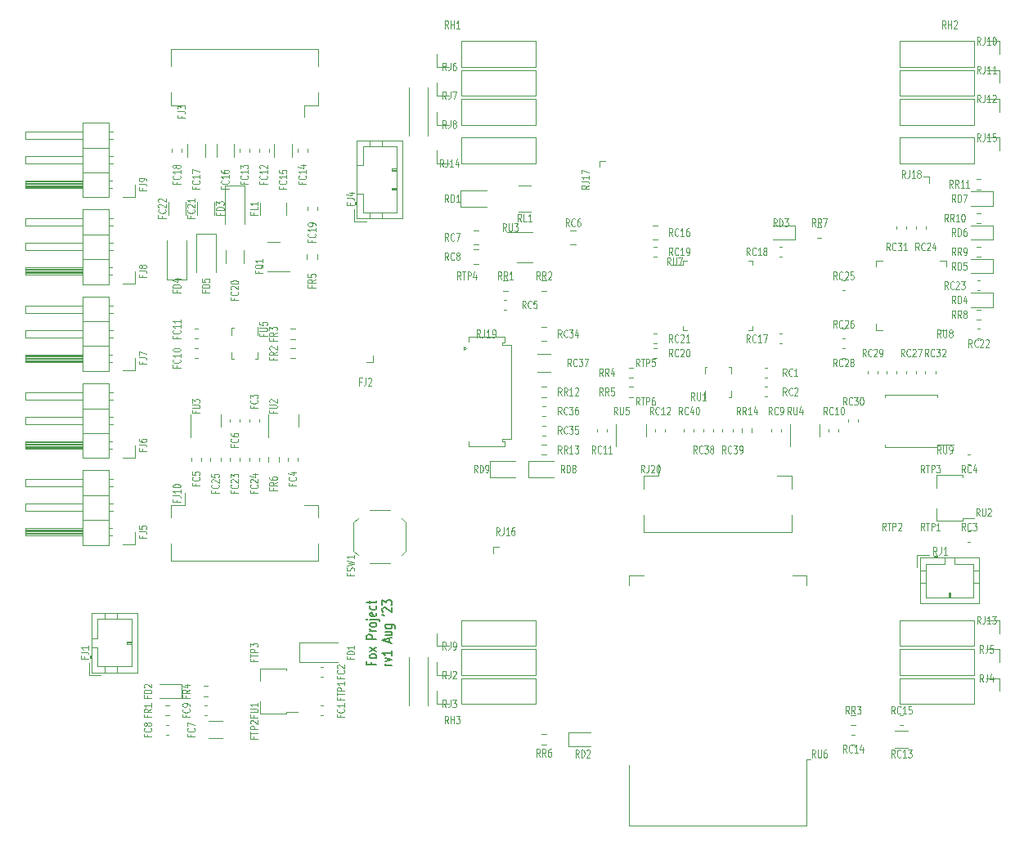
<source format=gbr>
G04 #@! TF.GenerationSoftware,KiCad,Pcbnew,7.0.4-40-g0180cb380f*
G04 #@! TF.CreationDate,2023-08-16T00:58:49-07:00*
G04 #@! TF.ProjectId,RobotCrawler,526f626f-7443-4726-9177-6c65722e6b69,rev?*
G04 #@! TF.SameCoordinates,Original*
G04 #@! TF.FileFunction,Legend,Top*
G04 #@! TF.FilePolarity,Positive*
%FSLAX46Y46*%
G04 Gerber Fmt 4.6, Leading zero omitted, Abs format (unit mm)*
G04 Created by KiCad (PCBNEW 7.0.4-40-g0180cb380f) date 2023-08-16 00:58:49*
%MOMM*%
%LPD*%
G01*
G04 APERTURE LIST*
%ADD10C,0.150000*%
%ADD11C,0.100000*%
%ADD12C,0.120000*%
G04 APERTURE END LIST*
D10*
X114126009Y-99990476D02*
X114126009Y-100257142D01*
X114649819Y-100257142D02*
X113649819Y-100257142D01*
X113649819Y-100257142D02*
X113649819Y-99876190D01*
X114649819Y-99457143D02*
X114602200Y-99533333D01*
X114602200Y-99533333D02*
X114554580Y-99571428D01*
X114554580Y-99571428D02*
X114459342Y-99609524D01*
X114459342Y-99609524D02*
X114173628Y-99609524D01*
X114173628Y-99609524D02*
X114078390Y-99571428D01*
X114078390Y-99571428D02*
X114030771Y-99533333D01*
X114030771Y-99533333D02*
X113983152Y-99457143D01*
X113983152Y-99457143D02*
X113983152Y-99342857D01*
X113983152Y-99342857D02*
X114030771Y-99266666D01*
X114030771Y-99266666D02*
X114078390Y-99228571D01*
X114078390Y-99228571D02*
X114173628Y-99190476D01*
X114173628Y-99190476D02*
X114459342Y-99190476D01*
X114459342Y-99190476D02*
X114554580Y-99228571D01*
X114554580Y-99228571D02*
X114602200Y-99266666D01*
X114602200Y-99266666D02*
X114649819Y-99342857D01*
X114649819Y-99342857D02*
X114649819Y-99457143D01*
X114649819Y-98923809D02*
X113983152Y-98504761D01*
X113983152Y-98923809D02*
X114649819Y-98504761D01*
X114649819Y-97590475D02*
X113649819Y-97590475D01*
X113649819Y-97590475D02*
X113649819Y-97285713D01*
X113649819Y-97285713D02*
X113697438Y-97209523D01*
X113697438Y-97209523D02*
X113745057Y-97171428D01*
X113745057Y-97171428D02*
X113840295Y-97133332D01*
X113840295Y-97133332D02*
X113983152Y-97133332D01*
X113983152Y-97133332D02*
X114078390Y-97171428D01*
X114078390Y-97171428D02*
X114126009Y-97209523D01*
X114126009Y-97209523D02*
X114173628Y-97285713D01*
X114173628Y-97285713D02*
X114173628Y-97590475D01*
X114649819Y-96790475D02*
X113983152Y-96790475D01*
X114173628Y-96790475D02*
X114078390Y-96752380D01*
X114078390Y-96752380D02*
X114030771Y-96714285D01*
X114030771Y-96714285D02*
X113983152Y-96638094D01*
X113983152Y-96638094D02*
X113983152Y-96561904D01*
X114649819Y-96180952D02*
X114602200Y-96257142D01*
X114602200Y-96257142D02*
X114554580Y-96295237D01*
X114554580Y-96295237D02*
X114459342Y-96333333D01*
X114459342Y-96333333D02*
X114173628Y-96333333D01*
X114173628Y-96333333D02*
X114078390Y-96295237D01*
X114078390Y-96295237D02*
X114030771Y-96257142D01*
X114030771Y-96257142D02*
X113983152Y-96180952D01*
X113983152Y-96180952D02*
X113983152Y-96066666D01*
X113983152Y-96066666D02*
X114030771Y-95990475D01*
X114030771Y-95990475D02*
X114078390Y-95952380D01*
X114078390Y-95952380D02*
X114173628Y-95914285D01*
X114173628Y-95914285D02*
X114459342Y-95914285D01*
X114459342Y-95914285D02*
X114554580Y-95952380D01*
X114554580Y-95952380D02*
X114602200Y-95990475D01*
X114602200Y-95990475D02*
X114649819Y-96066666D01*
X114649819Y-96066666D02*
X114649819Y-96180952D01*
X113983152Y-95571427D02*
X114840295Y-95571427D01*
X114840295Y-95571427D02*
X114935533Y-95609523D01*
X114935533Y-95609523D02*
X114983152Y-95685713D01*
X114983152Y-95685713D02*
X114983152Y-95723808D01*
X113649819Y-95571427D02*
X113697438Y-95609523D01*
X113697438Y-95609523D02*
X113745057Y-95571427D01*
X113745057Y-95571427D02*
X113697438Y-95533332D01*
X113697438Y-95533332D02*
X113649819Y-95571427D01*
X113649819Y-95571427D02*
X113745057Y-95571427D01*
X114602200Y-94885713D02*
X114649819Y-94961904D01*
X114649819Y-94961904D02*
X114649819Y-95114285D01*
X114649819Y-95114285D02*
X114602200Y-95190475D01*
X114602200Y-95190475D02*
X114506961Y-95228571D01*
X114506961Y-95228571D02*
X114126009Y-95228571D01*
X114126009Y-95228571D02*
X114030771Y-95190475D01*
X114030771Y-95190475D02*
X113983152Y-95114285D01*
X113983152Y-95114285D02*
X113983152Y-94961904D01*
X113983152Y-94961904D02*
X114030771Y-94885713D01*
X114030771Y-94885713D02*
X114126009Y-94847618D01*
X114126009Y-94847618D02*
X114221247Y-94847618D01*
X114221247Y-94847618D02*
X114316485Y-95228571D01*
X114602200Y-94161904D02*
X114649819Y-94238095D01*
X114649819Y-94238095D02*
X114649819Y-94390476D01*
X114649819Y-94390476D02*
X114602200Y-94466666D01*
X114602200Y-94466666D02*
X114554580Y-94504761D01*
X114554580Y-94504761D02*
X114459342Y-94542857D01*
X114459342Y-94542857D02*
X114173628Y-94542857D01*
X114173628Y-94542857D02*
X114078390Y-94504761D01*
X114078390Y-94504761D02*
X114030771Y-94466666D01*
X114030771Y-94466666D02*
X113983152Y-94390476D01*
X113983152Y-94390476D02*
X113983152Y-94238095D01*
X113983152Y-94238095D02*
X114030771Y-94161904D01*
X113983152Y-93933333D02*
X113983152Y-93628571D01*
X113649819Y-93819047D02*
X114506961Y-93819047D01*
X114506961Y-93819047D02*
X114602200Y-93780952D01*
X114602200Y-93780952D02*
X114649819Y-93704762D01*
X114649819Y-93704762D02*
X114649819Y-93628571D01*
X116259819Y-100371428D02*
X115593152Y-100371428D01*
X115783628Y-100371428D02*
X115688390Y-100333333D01*
X115688390Y-100333333D02*
X115640771Y-100295238D01*
X115640771Y-100295238D02*
X115593152Y-100219047D01*
X115593152Y-100219047D02*
X115593152Y-100142857D01*
X115593152Y-99952381D02*
X116259819Y-99761905D01*
X116259819Y-99761905D02*
X115593152Y-99571428D01*
X116259819Y-98847619D02*
X116259819Y-99304762D01*
X116259819Y-99076190D02*
X115259819Y-99076190D01*
X115259819Y-99076190D02*
X115402676Y-99152381D01*
X115402676Y-99152381D02*
X115497914Y-99228571D01*
X115497914Y-99228571D02*
X115545533Y-99304762D01*
X115974104Y-97933333D02*
X115974104Y-97552380D01*
X116259819Y-98009523D02*
X115259819Y-97742856D01*
X115259819Y-97742856D02*
X116259819Y-97476190D01*
X115593152Y-96866666D02*
X116259819Y-96866666D01*
X115593152Y-97209523D02*
X116116961Y-97209523D01*
X116116961Y-97209523D02*
X116212200Y-97171428D01*
X116212200Y-97171428D02*
X116259819Y-97095238D01*
X116259819Y-97095238D02*
X116259819Y-96980952D01*
X116259819Y-96980952D02*
X116212200Y-96904761D01*
X116212200Y-96904761D02*
X116164580Y-96866666D01*
X115593152Y-96142856D02*
X116402676Y-96142856D01*
X116402676Y-96142856D02*
X116497914Y-96180951D01*
X116497914Y-96180951D02*
X116545533Y-96219047D01*
X116545533Y-96219047D02*
X116593152Y-96295237D01*
X116593152Y-96295237D02*
X116593152Y-96409523D01*
X116593152Y-96409523D02*
X116545533Y-96485713D01*
X116212200Y-96142856D02*
X116259819Y-96219047D01*
X116259819Y-96219047D02*
X116259819Y-96371428D01*
X116259819Y-96371428D02*
X116212200Y-96447618D01*
X116212200Y-96447618D02*
X116164580Y-96485713D01*
X116164580Y-96485713D02*
X116069342Y-96523809D01*
X116069342Y-96523809D02*
X115783628Y-96523809D01*
X115783628Y-96523809D02*
X115688390Y-96485713D01*
X115688390Y-96485713D02*
X115640771Y-96447618D01*
X115640771Y-96447618D02*
X115593152Y-96371428D01*
X115593152Y-96371428D02*
X115593152Y-96219047D01*
X115593152Y-96219047D02*
X115640771Y-96142856D01*
X115259819Y-95114284D02*
X115450295Y-95190475D01*
X115355057Y-94809523D02*
X115307438Y-94771427D01*
X115307438Y-94771427D02*
X115259819Y-94695237D01*
X115259819Y-94695237D02*
X115259819Y-94504761D01*
X115259819Y-94504761D02*
X115307438Y-94428570D01*
X115307438Y-94428570D02*
X115355057Y-94390475D01*
X115355057Y-94390475D02*
X115450295Y-94352380D01*
X115450295Y-94352380D02*
X115545533Y-94352380D01*
X115545533Y-94352380D02*
X115688390Y-94390475D01*
X115688390Y-94390475D02*
X116259819Y-94847618D01*
X116259819Y-94847618D02*
X116259819Y-94352380D01*
X115259819Y-94085713D02*
X115259819Y-93590475D01*
X115259819Y-93590475D02*
X115640771Y-93857141D01*
X115640771Y-93857141D02*
X115640771Y-93742856D01*
X115640771Y-93742856D02*
X115688390Y-93666665D01*
X115688390Y-93666665D02*
X115736009Y-93628570D01*
X115736009Y-93628570D02*
X115831247Y-93590475D01*
X115831247Y-93590475D02*
X116069342Y-93590475D01*
X116069342Y-93590475D02*
X116164580Y-93628570D01*
X116164580Y-93628570D02*
X116212200Y-93666665D01*
X116212200Y-93666665D02*
X116259819Y-93742856D01*
X116259819Y-93742856D02*
X116259819Y-93971427D01*
X116259819Y-93971427D02*
X116212200Y-94047618D01*
X116212200Y-94047618D02*
X116164580Y-94085713D01*
D11*
X123371428Y-60364895D02*
X123171428Y-59983942D01*
X123028571Y-60364895D02*
X123028571Y-59564895D01*
X123028571Y-59564895D02*
X123257142Y-59564895D01*
X123257142Y-59564895D02*
X123314285Y-59602990D01*
X123314285Y-59602990D02*
X123342856Y-59641085D01*
X123342856Y-59641085D02*
X123371428Y-59717276D01*
X123371428Y-59717276D02*
X123371428Y-59831561D01*
X123371428Y-59831561D02*
X123342856Y-59907752D01*
X123342856Y-59907752D02*
X123314285Y-59945847D01*
X123314285Y-59945847D02*
X123257142Y-59983942D01*
X123257142Y-59983942D02*
X123028571Y-59983942D01*
X123542856Y-59564895D02*
X123885714Y-59564895D01*
X123714285Y-60364895D02*
X123714285Y-59564895D01*
X124085714Y-60364895D02*
X124085714Y-59564895D01*
X124085714Y-59564895D02*
X124314285Y-59564895D01*
X124314285Y-59564895D02*
X124371428Y-59602990D01*
X124371428Y-59602990D02*
X124399999Y-59641085D01*
X124399999Y-59641085D02*
X124428571Y-59717276D01*
X124428571Y-59717276D02*
X124428571Y-59831561D01*
X124428571Y-59831561D02*
X124399999Y-59907752D01*
X124399999Y-59907752D02*
X124371428Y-59945847D01*
X124371428Y-59945847D02*
X124314285Y-59983942D01*
X124314285Y-59983942D02*
X124085714Y-59983942D01*
X124942857Y-59831561D02*
X124942857Y-60364895D01*
X124799999Y-59526800D02*
X124657142Y-60098228D01*
X124657142Y-60098228D02*
X125028571Y-60098228D01*
X173085714Y-66364895D02*
X172885714Y-65983942D01*
X172742857Y-66364895D02*
X172742857Y-65564895D01*
X172742857Y-65564895D02*
X172971428Y-65564895D01*
X172971428Y-65564895D02*
X173028571Y-65602990D01*
X173028571Y-65602990D02*
X173057142Y-65641085D01*
X173057142Y-65641085D02*
X173085714Y-65717276D01*
X173085714Y-65717276D02*
X173085714Y-65831561D01*
X173085714Y-65831561D02*
X173057142Y-65907752D01*
X173057142Y-65907752D02*
X173028571Y-65945847D01*
X173028571Y-65945847D02*
X172971428Y-65983942D01*
X172971428Y-65983942D02*
X172742857Y-65983942D01*
X173342857Y-65564895D02*
X173342857Y-66212514D01*
X173342857Y-66212514D02*
X173371428Y-66288704D01*
X173371428Y-66288704D02*
X173400000Y-66326800D01*
X173400000Y-66326800D02*
X173457142Y-66364895D01*
X173457142Y-66364895D02*
X173571428Y-66364895D01*
X173571428Y-66364895D02*
X173628571Y-66326800D01*
X173628571Y-66326800D02*
X173657142Y-66288704D01*
X173657142Y-66288704D02*
X173685714Y-66212514D01*
X173685714Y-66212514D02*
X173685714Y-65564895D01*
X174057142Y-65907752D02*
X173999999Y-65869657D01*
X173999999Y-65869657D02*
X173971428Y-65831561D01*
X173971428Y-65831561D02*
X173942856Y-65755371D01*
X173942856Y-65755371D02*
X173942856Y-65717276D01*
X173942856Y-65717276D02*
X173971428Y-65641085D01*
X173971428Y-65641085D02*
X173999999Y-65602990D01*
X173999999Y-65602990D02*
X174057142Y-65564895D01*
X174057142Y-65564895D02*
X174171428Y-65564895D01*
X174171428Y-65564895D02*
X174228571Y-65602990D01*
X174228571Y-65602990D02*
X174257142Y-65641085D01*
X174257142Y-65641085D02*
X174285713Y-65717276D01*
X174285713Y-65717276D02*
X174285713Y-65755371D01*
X174285713Y-65755371D02*
X174257142Y-65831561D01*
X174257142Y-65831561D02*
X174228571Y-65869657D01*
X174228571Y-65869657D02*
X174171428Y-65907752D01*
X174171428Y-65907752D02*
X174057142Y-65907752D01*
X174057142Y-65907752D02*
X173999999Y-65945847D01*
X173999999Y-65945847D02*
X173971428Y-65983942D01*
X173971428Y-65983942D02*
X173942856Y-66060133D01*
X173942856Y-66060133D02*
X173942856Y-66212514D01*
X173942856Y-66212514D02*
X173971428Y-66288704D01*
X173971428Y-66288704D02*
X173999999Y-66326800D01*
X173999999Y-66326800D02*
X174057142Y-66364895D01*
X174057142Y-66364895D02*
X174171428Y-66364895D01*
X174171428Y-66364895D02*
X174228571Y-66326800D01*
X174228571Y-66326800D02*
X174257142Y-66288704D01*
X174257142Y-66288704D02*
X174285713Y-66212514D01*
X174285713Y-66212514D02*
X174285713Y-66060133D01*
X174285713Y-66060133D02*
X174257142Y-65983942D01*
X174257142Y-65983942D02*
X174228571Y-65945847D01*
X174228571Y-65945847D02*
X174171428Y-65907752D01*
X160100000Y-54864895D02*
X159900000Y-54483942D01*
X159757143Y-54864895D02*
X159757143Y-54064895D01*
X159757143Y-54064895D02*
X159985714Y-54064895D01*
X159985714Y-54064895D02*
X160042857Y-54102990D01*
X160042857Y-54102990D02*
X160071428Y-54141085D01*
X160071428Y-54141085D02*
X160100000Y-54217276D01*
X160100000Y-54217276D02*
X160100000Y-54331561D01*
X160100000Y-54331561D02*
X160071428Y-54407752D01*
X160071428Y-54407752D02*
X160042857Y-54445847D01*
X160042857Y-54445847D02*
X159985714Y-54483942D01*
X159985714Y-54483942D02*
X159757143Y-54483942D01*
X160700000Y-54864895D02*
X160500000Y-54483942D01*
X160357143Y-54864895D02*
X160357143Y-54064895D01*
X160357143Y-54064895D02*
X160585714Y-54064895D01*
X160585714Y-54064895D02*
X160642857Y-54102990D01*
X160642857Y-54102990D02*
X160671428Y-54141085D01*
X160671428Y-54141085D02*
X160700000Y-54217276D01*
X160700000Y-54217276D02*
X160700000Y-54331561D01*
X160700000Y-54331561D02*
X160671428Y-54407752D01*
X160671428Y-54407752D02*
X160642857Y-54445847D01*
X160642857Y-54445847D02*
X160585714Y-54483942D01*
X160585714Y-54483942D02*
X160357143Y-54483942D01*
X160900000Y-54064895D02*
X161300000Y-54064895D01*
X161300000Y-54064895D02*
X161042857Y-54864895D01*
X161314285Y-74364895D02*
X161114285Y-73983942D01*
X160971428Y-74364895D02*
X160971428Y-73564895D01*
X160971428Y-73564895D02*
X161199999Y-73564895D01*
X161199999Y-73564895D02*
X161257142Y-73602990D01*
X161257142Y-73602990D02*
X161285713Y-73641085D01*
X161285713Y-73641085D02*
X161314285Y-73717276D01*
X161314285Y-73717276D02*
X161314285Y-73831561D01*
X161314285Y-73831561D02*
X161285713Y-73907752D01*
X161285713Y-73907752D02*
X161257142Y-73945847D01*
X161257142Y-73945847D02*
X161199999Y-73983942D01*
X161199999Y-73983942D02*
X160971428Y-73983942D01*
X161914285Y-74288704D02*
X161885713Y-74326800D01*
X161885713Y-74326800D02*
X161799999Y-74364895D01*
X161799999Y-74364895D02*
X161742856Y-74364895D01*
X161742856Y-74364895D02*
X161657142Y-74326800D01*
X161657142Y-74326800D02*
X161599999Y-74250609D01*
X161599999Y-74250609D02*
X161571428Y-74174419D01*
X161571428Y-74174419D02*
X161542856Y-74022038D01*
X161542856Y-74022038D02*
X161542856Y-73907752D01*
X161542856Y-73907752D02*
X161571428Y-73755371D01*
X161571428Y-73755371D02*
X161599999Y-73679180D01*
X161599999Y-73679180D02*
X161657142Y-73602990D01*
X161657142Y-73602990D02*
X161742856Y-73564895D01*
X161742856Y-73564895D02*
X161799999Y-73564895D01*
X161799999Y-73564895D02*
X161885713Y-73602990D01*
X161885713Y-73602990D02*
X161914285Y-73641085D01*
X162485713Y-74364895D02*
X162142856Y-74364895D01*
X162314285Y-74364895D02*
X162314285Y-73564895D01*
X162314285Y-73564895D02*
X162257142Y-73679180D01*
X162257142Y-73679180D02*
X162199999Y-73755371D01*
X162199999Y-73755371D02*
X162142856Y-73793466D01*
X162857142Y-73564895D02*
X162914285Y-73564895D01*
X162914285Y-73564895D02*
X162971428Y-73602990D01*
X162971428Y-73602990D02*
X163000000Y-73641085D01*
X163000000Y-73641085D02*
X163028571Y-73717276D01*
X163028571Y-73717276D02*
X163057142Y-73869657D01*
X163057142Y-73869657D02*
X163057142Y-74060133D01*
X163057142Y-74060133D02*
X163028571Y-74212514D01*
X163028571Y-74212514D02*
X163000000Y-74288704D01*
X163000000Y-74288704D02*
X162971428Y-74326800D01*
X162971428Y-74326800D02*
X162914285Y-74364895D01*
X162914285Y-74364895D02*
X162857142Y-74364895D01*
X162857142Y-74364895D02*
X162800000Y-74326800D01*
X162800000Y-74326800D02*
X162771428Y-74288704D01*
X162771428Y-74288704D02*
X162742857Y-74212514D01*
X162742857Y-74212514D02*
X162714285Y-74060133D01*
X162714285Y-74060133D02*
X162714285Y-73869657D01*
X162714285Y-73869657D02*
X162742857Y-73717276D01*
X162742857Y-73717276D02*
X162771428Y-73641085D01*
X162771428Y-73641085D02*
X162800000Y-73602990D01*
X162800000Y-73602990D02*
X162857142Y-73564895D01*
X133814285Y-74364895D02*
X133614285Y-73983942D01*
X133471428Y-74364895D02*
X133471428Y-73564895D01*
X133471428Y-73564895D02*
X133699999Y-73564895D01*
X133699999Y-73564895D02*
X133757142Y-73602990D01*
X133757142Y-73602990D02*
X133785713Y-73641085D01*
X133785713Y-73641085D02*
X133814285Y-73717276D01*
X133814285Y-73717276D02*
X133814285Y-73831561D01*
X133814285Y-73831561D02*
X133785713Y-73907752D01*
X133785713Y-73907752D02*
X133757142Y-73945847D01*
X133757142Y-73945847D02*
X133699999Y-73983942D01*
X133699999Y-73983942D02*
X133471428Y-73983942D01*
X134414285Y-74288704D02*
X134385713Y-74326800D01*
X134385713Y-74326800D02*
X134299999Y-74364895D01*
X134299999Y-74364895D02*
X134242856Y-74364895D01*
X134242856Y-74364895D02*
X134157142Y-74326800D01*
X134157142Y-74326800D02*
X134099999Y-74250609D01*
X134099999Y-74250609D02*
X134071428Y-74174419D01*
X134071428Y-74174419D02*
X134042856Y-74022038D01*
X134042856Y-74022038D02*
X134042856Y-73907752D01*
X134042856Y-73907752D02*
X134071428Y-73755371D01*
X134071428Y-73755371D02*
X134099999Y-73679180D01*
X134099999Y-73679180D02*
X134157142Y-73602990D01*
X134157142Y-73602990D02*
X134242856Y-73564895D01*
X134242856Y-73564895D02*
X134299999Y-73564895D01*
X134299999Y-73564895D02*
X134385713Y-73602990D01*
X134385713Y-73602990D02*
X134414285Y-73641085D01*
X134614285Y-73564895D02*
X134985713Y-73564895D01*
X134985713Y-73564895D02*
X134785713Y-73869657D01*
X134785713Y-73869657D02*
X134871428Y-73869657D01*
X134871428Y-73869657D02*
X134928571Y-73907752D01*
X134928571Y-73907752D02*
X134957142Y-73945847D01*
X134957142Y-73945847D02*
X134985713Y-74022038D01*
X134985713Y-74022038D02*
X134985713Y-74212514D01*
X134985713Y-74212514D02*
X134957142Y-74288704D01*
X134957142Y-74288704D02*
X134928571Y-74326800D01*
X134928571Y-74326800D02*
X134871428Y-74364895D01*
X134871428Y-74364895D02*
X134699999Y-74364895D01*
X134699999Y-74364895D02*
X134642856Y-74326800D01*
X134642856Y-74326800D02*
X134614285Y-74288704D01*
X135500000Y-73564895D02*
X135385714Y-73564895D01*
X135385714Y-73564895D02*
X135328571Y-73602990D01*
X135328571Y-73602990D02*
X135300000Y-73641085D01*
X135300000Y-73641085D02*
X135242857Y-73755371D01*
X135242857Y-73755371D02*
X135214285Y-73907752D01*
X135214285Y-73907752D02*
X135214285Y-74212514D01*
X135214285Y-74212514D02*
X135242857Y-74288704D01*
X135242857Y-74288704D02*
X135271428Y-74326800D01*
X135271428Y-74326800D02*
X135328571Y-74364895D01*
X135328571Y-74364895D02*
X135442857Y-74364895D01*
X135442857Y-74364895D02*
X135500000Y-74326800D01*
X135500000Y-74326800D02*
X135528571Y-74288704D01*
X135528571Y-74288704D02*
X135557142Y-74212514D01*
X135557142Y-74212514D02*
X135557142Y-74022038D01*
X135557142Y-74022038D02*
X135528571Y-73945847D01*
X135528571Y-73945847D02*
X135500000Y-73907752D01*
X135500000Y-73907752D02*
X135442857Y-73869657D01*
X135442857Y-73869657D02*
X135328571Y-73869657D01*
X135328571Y-73869657D02*
X135271428Y-73907752D01*
X135271428Y-73907752D02*
X135242857Y-73945847D01*
X135242857Y-73945847D02*
X135214285Y-74022038D01*
X121871428Y-41694895D02*
X121671428Y-41313942D01*
X121528571Y-41694895D02*
X121528571Y-40894895D01*
X121528571Y-40894895D02*
X121757142Y-40894895D01*
X121757142Y-40894895D02*
X121814285Y-40932990D01*
X121814285Y-40932990D02*
X121842856Y-40971085D01*
X121842856Y-40971085D02*
X121871428Y-41047276D01*
X121871428Y-41047276D02*
X121871428Y-41161561D01*
X121871428Y-41161561D02*
X121842856Y-41237752D01*
X121842856Y-41237752D02*
X121814285Y-41275847D01*
X121814285Y-41275847D02*
X121757142Y-41313942D01*
X121757142Y-41313942D02*
X121528571Y-41313942D01*
X122299999Y-40894895D02*
X122299999Y-41466323D01*
X122299999Y-41466323D02*
X122271428Y-41580609D01*
X122271428Y-41580609D02*
X122214285Y-41656800D01*
X122214285Y-41656800D02*
X122128571Y-41694895D01*
X122128571Y-41694895D02*
X122071428Y-41694895D01*
X122528571Y-40894895D02*
X122928571Y-40894895D01*
X122928571Y-40894895D02*
X122671428Y-41694895D01*
X177185714Y-42034895D02*
X176985714Y-41653942D01*
X176842857Y-42034895D02*
X176842857Y-41234895D01*
X176842857Y-41234895D02*
X177071428Y-41234895D01*
X177071428Y-41234895D02*
X177128571Y-41272990D01*
X177128571Y-41272990D02*
X177157142Y-41311085D01*
X177157142Y-41311085D02*
X177185714Y-41387276D01*
X177185714Y-41387276D02*
X177185714Y-41501561D01*
X177185714Y-41501561D02*
X177157142Y-41577752D01*
X177157142Y-41577752D02*
X177128571Y-41615847D01*
X177128571Y-41615847D02*
X177071428Y-41653942D01*
X177071428Y-41653942D02*
X176842857Y-41653942D01*
X177614285Y-41234895D02*
X177614285Y-41806323D01*
X177614285Y-41806323D02*
X177585714Y-41920609D01*
X177585714Y-41920609D02*
X177528571Y-41996800D01*
X177528571Y-41996800D02*
X177442857Y-42034895D01*
X177442857Y-42034895D02*
X177385714Y-42034895D01*
X178214285Y-42034895D02*
X177871428Y-42034895D01*
X178042857Y-42034895D02*
X178042857Y-41234895D01*
X178042857Y-41234895D02*
X177985714Y-41349180D01*
X177985714Y-41349180D02*
X177928571Y-41425371D01*
X177928571Y-41425371D02*
X177871428Y-41463466D01*
X178442857Y-41311085D02*
X178471429Y-41272990D01*
X178471429Y-41272990D02*
X178528572Y-41234895D01*
X178528572Y-41234895D02*
X178671429Y-41234895D01*
X178671429Y-41234895D02*
X178728572Y-41272990D01*
X178728572Y-41272990D02*
X178757143Y-41311085D01*
X178757143Y-41311085D02*
X178785714Y-41387276D01*
X178785714Y-41387276D02*
X178785714Y-41463466D01*
X178785714Y-41463466D02*
X178757143Y-41577752D01*
X178757143Y-41577752D02*
X178414286Y-42034895D01*
X178414286Y-42034895D02*
X178785714Y-42034895D01*
X170814285Y-57364895D02*
X170614285Y-56983942D01*
X170471428Y-57364895D02*
X170471428Y-56564895D01*
X170471428Y-56564895D02*
X170699999Y-56564895D01*
X170699999Y-56564895D02*
X170757142Y-56602990D01*
X170757142Y-56602990D02*
X170785713Y-56641085D01*
X170785713Y-56641085D02*
X170814285Y-56717276D01*
X170814285Y-56717276D02*
X170814285Y-56831561D01*
X170814285Y-56831561D02*
X170785713Y-56907752D01*
X170785713Y-56907752D02*
X170757142Y-56945847D01*
X170757142Y-56945847D02*
X170699999Y-56983942D01*
X170699999Y-56983942D02*
X170471428Y-56983942D01*
X171414285Y-57288704D02*
X171385713Y-57326800D01*
X171385713Y-57326800D02*
X171299999Y-57364895D01*
X171299999Y-57364895D02*
X171242856Y-57364895D01*
X171242856Y-57364895D02*
X171157142Y-57326800D01*
X171157142Y-57326800D02*
X171099999Y-57250609D01*
X171099999Y-57250609D02*
X171071428Y-57174419D01*
X171071428Y-57174419D02*
X171042856Y-57022038D01*
X171042856Y-57022038D02*
X171042856Y-56907752D01*
X171042856Y-56907752D02*
X171071428Y-56755371D01*
X171071428Y-56755371D02*
X171099999Y-56679180D01*
X171099999Y-56679180D02*
X171157142Y-56602990D01*
X171157142Y-56602990D02*
X171242856Y-56564895D01*
X171242856Y-56564895D02*
X171299999Y-56564895D01*
X171299999Y-56564895D02*
X171385713Y-56602990D01*
X171385713Y-56602990D02*
X171414285Y-56641085D01*
X171642856Y-56641085D02*
X171671428Y-56602990D01*
X171671428Y-56602990D02*
X171728571Y-56564895D01*
X171728571Y-56564895D02*
X171871428Y-56564895D01*
X171871428Y-56564895D02*
X171928571Y-56602990D01*
X171928571Y-56602990D02*
X171957142Y-56641085D01*
X171957142Y-56641085D02*
X171985713Y-56717276D01*
X171985713Y-56717276D02*
X171985713Y-56793466D01*
X171985713Y-56793466D02*
X171957142Y-56907752D01*
X171957142Y-56907752D02*
X171614285Y-57364895D01*
X171614285Y-57364895D02*
X171985713Y-57364895D01*
X172500000Y-56831561D02*
X172500000Y-57364895D01*
X172357142Y-56526800D02*
X172214285Y-57098228D01*
X172214285Y-57098228D02*
X172585714Y-57098228D01*
X128085714Y-55364895D02*
X127885714Y-54983942D01*
X127742857Y-55364895D02*
X127742857Y-54564895D01*
X127742857Y-54564895D02*
X127971428Y-54564895D01*
X127971428Y-54564895D02*
X128028571Y-54602990D01*
X128028571Y-54602990D02*
X128057142Y-54641085D01*
X128057142Y-54641085D02*
X128085714Y-54717276D01*
X128085714Y-54717276D02*
X128085714Y-54831561D01*
X128085714Y-54831561D02*
X128057142Y-54907752D01*
X128057142Y-54907752D02*
X128028571Y-54945847D01*
X128028571Y-54945847D02*
X127971428Y-54983942D01*
X127971428Y-54983942D02*
X127742857Y-54983942D01*
X128342857Y-54564895D02*
X128342857Y-55212514D01*
X128342857Y-55212514D02*
X128371428Y-55288704D01*
X128371428Y-55288704D02*
X128400000Y-55326800D01*
X128400000Y-55326800D02*
X128457142Y-55364895D01*
X128457142Y-55364895D02*
X128571428Y-55364895D01*
X128571428Y-55364895D02*
X128628571Y-55326800D01*
X128628571Y-55326800D02*
X128657142Y-55288704D01*
X128657142Y-55288704D02*
X128685714Y-55212514D01*
X128685714Y-55212514D02*
X128685714Y-54564895D01*
X128914285Y-54564895D02*
X129285713Y-54564895D01*
X129285713Y-54564895D02*
X129085713Y-54869657D01*
X129085713Y-54869657D02*
X129171428Y-54869657D01*
X129171428Y-54869657D02*
X129228571Y-54907752D01*
X129228571Y-54907752D02*
X129257142Y-54945847D01*
X129257142Y-54945847D02*
X129285713Y-55022038D01*
X129285713Y-55022038D02*
X129285713Y-55212514D01*
X129285713Y-55212514D02*
X129257142Y-55288704D01*
X129257142Y-55288704D02*
X129228571Y-55326800D01*
X129228571Y-55326800D02*
X129171428Y-55364895D01*
X129171428Y-55364895D02*
X128999999Y-55364895D01*
X128999999Y-55364895D02*
X128942856Y-55326800D01*
X128942856Y-55326800D02*
X128914285Y-55288704D01*
X177185714Y-46034895D02*
X176985714Y-45653942D01*
X176842857Y-46034895D02*
X176842857Y-45234895D01*
X176842857Y-45234895D02*
X177071428Y-45234895D01*
X177071428Y-45234895D02*
X177128571Y-45272990D01*
X177128571Y-45272990D02*
X177157142Y-45311085D01*
X177157142Y-45311085D02*
X177185714Y-45387276D01*
X177185714Y-45387276D02*
X177185714Y-45501561D01*
X177185714Y-45501561D02*
X177157142Y-45577752D01*
X177157142Y-45577752D02*
X177128571Y-45615847D01*
X177128571Y-45615847D02*
X177071428Y-45653942D01*
X177071428Y-45653942D02*
X176842857Y-45653942D01*
X177614285Y-45234895D02*
X177614285Y-45806323D01*
X177614285Y-45806323D02*
X177585714Y-45920609D01*
X177585714Y-45920609D02*
X177528571Y-45996800D01*
X177528571Y-45996800D02*
X177442857Y-46034895D01*
X177442857Y-46034895D02*
X177385714Y-46034895D01*
X178214285Y-46034895D02*
X177871428Y-46034895D01*
X178042857Y-46034895D02*
X178042857Y-45234895D01*
X178042857Y-45234895D02*
X177985714Y-45349180D01*
X177985714Y-45349180D02*
X177928571Y-45425371D01*
X177928571Y-45425371D02*
X177871428Y-45463466D01*
X178757143Y-45234895D02*
X178471429Y-45234895D01*
X178471429Y-45234895D02*
X178442857Y-45615847D01*
X178442857Y-45615847D02*
X178471429Y-45577752D01*
X178471429Y-45577752D02*
X178528572Y-45539657D01*
X178528572Y-45539657D02*
X178671429Y-45539657D01*
X178671429Y-45539657D02*
X178728572Y-45577752D01*
X178728572Y-45577752D02*
X178757143Y-45615847D01*
X178757143Y-45615847D02*
X178785714Y-45692038D01*
X178785714Y-45692038D02*
X178785714Y-45882514D01*
X178785714Y-45882514D02*
X178757143Y-45958704D01*
X178757143Y-45958704D02*
X178728572Y-45996800D01*
X178728572Y-45996800D02*
X178671429Y-46034895D01*
X178671429Y-46034895D02*
X178528572Y-46034895D01*
X178528572Y-46034895D02*
X178471429Y-45996800D01*
X178471429Y-45996800D02*
X178442857Y-45958704D01*
X167814285Y-57364895D02*
X167614285Y-56983942D01*
X167471428Y-57364895D02*
X167471428Y-56564895D01*
X167471428Y-56564895D02*
X167699999Y-56564895D01*
X167699999Y-56564895D02*
X167757142Y-56602990D01*
X167757142Y-56602990D02*
X167785713Y-56641085D01*
X167785713Y-56641085D02*
X167814285Y-56717276D01*
X167814285Y-56717276D02*
X167814285Y-56831561D01*
X167814285Y-56831561D02*
X167785713Y-56907752D01*
X167785713Y-56907752D02*
X167757142Y-56945847D01*
X167757142Y-56945847D02*
X167699999Y-56983942D01*
X167699999Y-56983942D02*
X167471428Y-56983942D01*
X168414285Y-57288704D02*
X168385713Y-57326800D01*
X168385713Y-57326800D02*
X168299999Y-57364895D01*
X168299999Y-57364895D02*
X168242856Y-57364895D01*
X168242856Y-57364895D02*
X168157142Y-57326800D01*
X168157142Y-57326800D02*
X168099999Y-57250609D01*
X168099999Y-57250609D02*
X168071428Y-57174419D01*
X168071428Y-57174419D02*
X168042856Y-57022038D01*
X168042856Y-57022038D02*
X168042856Y-56907752D01*
X168042856Y-56907752D02*
X168071428Y-56755371D01*
X168071428Y-56755371D02*
X168099999Y-56679180D01*
X168099999Y-56679180D02*
X168157142Y-56602990D01*
X168157142Y-56602990D02*
X168242856Y-56564895D01*
X168242856Y-56564895D02*
X168299999Y-56564895D01*
X168299999Y-56564895D02*
X168385713Y-56602990D01*
X168385713Y-56602990D02*
X168414285Y-56641085D01*
X168614285Y-56564895D02*
X168985713Y-56564895D01*
X168985713Y-56564895D02*
X168785713Y-56869657D01*
X168785713Y-56869657D02*
X168871428Y-56869657D01*
X168871428Y-56869657D02*
X168928571Y-56907752D01*
X168928571Y-56907752D02*
X168957142Y-56945847D01*
X168957142Y-56945847D02*
X168985713Y-57022038D01*
X168985713Y-57022038D02*
X168985713Y-57212514D01*
X168985713Y-57212514D02*
X168957142Y-57288704D01*
X168957142Y-57288704D02*
X168928571Y-57326800D01*
X168928571Y-57326800D02*
X168871428Y-57364895D01*
X168871428Y-57364895D02*
X168699999Y-57364895D01*
X168699999Y-57364895D02*
X168642856Y-57326800D01*
X168642856Y-57326800D02*
X168614285Y-57288704D01*
X169557142Y-57364895D02*
X169214285Y-57364895D01*
X169385714Y-57364895D02*
X169385714Y-56564895D01*
X169385714Y-56564895D02*
X169328571Y-56679180D01*
X169328571Y-56679180D02*
X169271428Y-56755371D01*
X169271428Y-56755371D02*
X169214285Y-56793466D01*
X147585714Y-72864895D02*
X147385714Y-72483942D01*
X147242857Y-72864895D02*
X147242857Y-72064895D01*
X147242857Y-72064895D02*
X147471428Y-72064895D01*
X147471428Y-72064895D02*
X147528571Y-72102990D01*
X147528571Y-72102990D02*
X147557142Y-72141085D01*
X147557142Y-72141085D02*
X147585714Y-72217276D01*
X147585714Y-72217276D02*
X147585714Y-72331561D01*
X147585714Y-72331561D02*
X147557142Y-72407752D01*
X147557142Y-72407752D02*
X147528571Y-72445847D01*
X147528571Y-72445847D02*
X147471428Y-72483942D01*
X147471428Y-72483942D02*
X147242857Y-72483942D01*
X147842857Y-72064895D02*
X147842857Y-72712514D01*
X147842857Y-72712514D02*
X147871428Y-72788704D01*
X147871428Y-72788704D02*
X147900000Y-72826800D01*
X147900000Y-72826800D02*
X147957142Y-72864895D01*
X147957142Y-72864895D02*
X148071428Y-72864895D01*
X148071428Y-72864895D02*
X148128571Y-72826800D01*
X148128571Y-72826800D02*
X148157142Y-72788704D01*
X148157142Y-72788704D02*
X148185714Y-72712514D01*
X148185714Y-72712514D02*
X148185714Y-72064895D01*
X148785713Y-72864895D02*
X148442856Y-72864895D01*
X148614285Y-72864895D02*
X148614285Y-72064895D01*
X148614285Y-72064895D02*
X148557142Y-72179180D01*
X148557142Y-72179180D02*
X148499999Y-72255371D01*
X148499999Y-72255371D02*
X148442856Y-72293466D01*
X153314285Y-57864895D02*
X153114285Y-57483942D01*
X152971428Y-57864895D02*
X152971428Y-57064895D01*
X152971428Y-57064895D02*
X153199999Y-57064895D01*
X153199999Y-57064895D02*
X153257142Y-57102990D01*
X153257142Y-57102990D02*
X153285713Y-57141085D01*
X153285713Y-57141085D02*
X153314285Y-57217276D01*
X153314285Y-57217276D02*
X153314285Y-57331561D01*
X153314285Y-57331561D02*
X153285713Y-57407752D01*
X153285713Y-57407752D02*
X153257142Y-57445847D01*
X153257142Y-57445847D02*
X153199999Y-57483942D01*
X153199999Y-57483942D02*
X152971428Y-57483942D01*
X153914285Y-57788704D02*
X153885713Y-57826800D01*
X153885713Y-57826800D02*
X153799999Y-57864895D01*
X153799999Y-57864895D02*
X153742856Y-57864895D01*
X153742856Y-57864895D02*
X153657142Y-57826800D01*
X153657142Y-57826800D02*
X153599999Y-57750609D01*
X153599999Y-57750609D02*
X153571428Y-57674419D01*
X153571428Y-57674419D02*
X153542856Y-57522038D01*
X153542856Y-57522038D02*
X153542856Y-57407752D01*
X153542856Y-57407752D02*
X153571428Y-57255371D01*
X153571428Y-57255371D02*
X153599999Y-57179180D01*
X153599999Y-57179180D02*
X153657142Y-57102990D01*
X153657142Y-57102990D02*
X153742856Y-57064895D01*
X153742856Y-57064895D02*
X153799999Y-57064895D01*
X153799999Y-57064895D02*
X153885713Y-57102990D01*
X153885713Y-57102990D02*
X153914285Y-57141085D01*
X154485713Y-57864895D02*
X154142856Y-57864895D01*
X154314285Y-57864895D02*
X154314285Y-57064895D01*
X154314285Y-57064895D02*
X154257142Y-57179180D01*
X154257142Y-57179180D02*
X154199999Y-57255371D01*
X154199999Y-57255371D02*
X154142856Y-57293466D01*
X154828571Y-57407752D02*
X154771428Y-57369657D01*
X154771428Y-57369657D02*
X154742857Y-57331561D01*
X154742857Y-57331561D02*
X154714285Y-57255371D01*
X154714285Y-57255371D02*
X154714285Y-57217276D01*
X154714285Y-57217276D02*
X154742857Y-57141085D01*
X154742857Y-57141085D02*
X154771428Y-57102990D01*
X154771428Y-57102990D02*
X154828571Y-57064895D01*
X154828571Y-57064895D02*
X154942857Y-57064895D01*
X154942857Y-57064895D02*
X155000000Y-57102990D01*
X155000000Y-57102990D02*
X155028571Y-57141085D01*
X155028571Y-57141085D02*
X155057142Y-57217276D01*
X155057142Y-57217276D02*
X155057142Y-57255371D01*
X155057142Y-57255371D02*
X155028571Y-57331561D01*
X155028571Y-57331561D02*
X155000000Y-57369657D01*
X155000000Y-57369657D02*
X154942857Y-57407752D01*
X154942857Y-57407752D02*
X154828571Y-57407752D01*
X154828571Y-57407752D02*
X154771428Y-57445847D01*
X154771428Y-57445847D02*
X154742857Y-57483942D01*
X154742857Y-57483942D02*
X154714285Y-57560133D01*
X154714285Y-57560133D02*
X154714285Y-57712514D01*
X154714285Y-57712514D02*
X154742857Y-57788704D01*
X154742857Y-57788704D02*
X154771428Y-57826800D01*
X154771428Y-57826800D02*
X154828571Y-57864895D01*
X154828571Y-57864895D02*
X154942857Y-57864895D01*
X154942857Y-57864895D02*
X155000000Y-57826800D01*
X155000000Y-57826800D02*
X155028571Y-57788704D01*
X155028571Y-57788704D02*
X155057142Y-57712514D01*
X155057142Y-57712514D02*
X155057142Y-57560133D01*
X155057142Y-57560133D02*
X155028571Y-57483942D01*
X155028571Y-57483942D02*
X155000000Y-57445847D01*
X155000000Y-57445847D02*
X154942857Y-57407752D01*
X177471428Y-99034895D02*
X177271428Y-98653942D01*
X177128571Y-99034895D02*
X177128571Y-98234895D01*
X177128571Y-98234895D02*
X177357142Y-98234895D01*
X177357142Y-98234895D02*
X177414285Y-98272990D01*
X177414285Y-98272990D02*
X177442856Y-98311085D01*
X177442856Y-98311085D02*
X177471428Y-98387276D01*
X177471428Y-98387276D02*
X177471428Y-98501561D01*
X177471428Y-98501561D02*
X177442856Y-98577752D01*
X177442856Y-98577752D02*
X177414285Y-98615847D01*
X177414285Y-98615847D02*
X177357142Y-98653942D01*
X177357142Y-98653942D02*
X177128571Y-98653942D01*
X177899999Y-98234895D02*
X177899999Y-98806323D01*
X177899999Y-98806323D02*
X177871428Y-98920609D01*
X177871428Y-98920609D02*
X177814285Y-98996800D01*
X177814285Y-98996800D02*
X177728571Y-99034895D01*
X177728571Y-99034895D02*
X177671428Y-99034895D01*
X178471428Y-98234895D02*
X178185714Y-98234895D01*
X178185714Y-98234895D02*
X178157142Y-98615847D01*
X178157142Y-98615847D02*
X178185714Y-98577752D01*
X178185714Y-98577752D02*
X178242857Y-98539657D01*
X178242857Y-98539657D02*
X178385714Y-98539657D01*
X178385714Y-98539657D02*
X178442857Y-98577752D01*
X178442857Y-98577752D02*
X178471428Y-98615847D01*
X178471428Y-98615847D02*
X178499999Y-98692038D01*
X178499999Y-98692038D02*
X178499999Y-98882514D01*
X178499999Y-98882514D02*
X178471428Y-98958704D01*
X178471428Y-98958704D02*
X178442857Y-98996800D01*
X178442857Y-98996800D02*
X178385714Y-99034895D01*
X178385714Y-99034895D02*
X178242857Y-99034895D01*
X178242857Y-99034895D02*
X178185714Y-98996800D01*
X178185714Y-98996800D02*
X178157142Y-98958704D01*
X129657143Y-54364895D02*
X129457143Y-53983942D01*
X129314286Y-54364895D02*
X129314286Y-53564895D01*
X129314286Y-53564895D02*
X129542857Y-53564895D01*
X129542857Y-53564895D02*
X129600000Y-53602990D01*
X129600000Y-53602990D02*
X129628571Y-53641085D01*
X129628571Y-53641085D02*
X129657143Y-53717276D01*
X129657143Y-53717276D02*
X129657143Y-53831561D01*
X129657143Y-53831561D02*
X129628571Y-53907752D01*
X129628571Y-53907752D02*
X129600000Y-53945847D01*
X129600000Y-53945847D02*
X129542857Y-53983942D01*
X129542857Y-53983942D02*
X129314286Y-53983942D01*
X130200000Y-54364895D02*
X129914286Y-54364895D01*
X129914286Y-54364895D02*
X129914286Y-53564895D01*
X130714285Y-54364895D02*
X130371428Y-54364895D01*
X130542857Y-54364895D02*
X130542857Y-53564895D01*
X130542857Y-53564895D02*
X130485714Y-53679180D01*
X130485714Y-53679180D02*
X130428571Y-53755371D01*
X130428571Y-53755371D02*
X130371428Y-53793466D01*
X163314285Y-73364895D02*
X163114285Y-72983942D01*
X162971428Y-73364895D02*
X162971428Y-72564895D01*
X162971428Y-72564895D02*
X163199999Y-72564895D01*
X163199999Y-72564895D02*
X163257142Y-72602990D01*
X163257142Y-72602990D02*
X163285713Y-72641085D01*
X163285713Y-72641085D02*
X163314285Y-72717276D01*
X163314285Y-72717276D02*
X163314285Y-72831561D01*
X163314285Y-72831561D02*
X163285713Y-72907752D01*
X163285713Y-72907752D02*
X163257142Y-72945847D01*
X163257142Y-72945847D02*
X163199999Y-72983942D01*
X163199999Y-72983942D02*
X162971428Y-72983942D01*
X163914285Y-73288704D02*
X163885713Y-73326800D01*
X163885713Y-73326800D02*
X163799999Y-73364895D01*
X163799999Y-73364895D02*
X163742856Y-73364895D01*
X163742856Y-73364895D02*
X163657142Y-73326800D01*
X163657142Y-73326800D02*
X163599999Y-73250609D01*
X163599999Y-73250609D02*
X163571428Y-73174419D01*
X163571428Y-73174419D02*
X163542856Y-73022038D01*
X163542856Y-73022038D02*
X163542856Y-72907752D01*
X163542856Y-72907752D02*
X163571428Y-72755371D01*
X163571428Y-72755371D02*
X163599999Y-72679180D01*
X163599999Y-72679180D02*
X163657142Y-72602990D01*
X163657142Y-72602990D02*
X163742856Y-72564895D01*
X163742856Y-72564895D02*
X163799999Y-72564895D01*
X163799999Y-72564895D02*
X163885713Y-72602990D01*
X163885713Y-72602990D02*
X163914285Y-72641085D01*
X164114285Y-72564895D02*
X164485713Y-72564895D01*
X164485713Y-72564895D02*
X164285713Y-72869657D01*
X164285713Y-72869657D02*
X164371428Y-72869657D01*
X164371428Y-72869657D02*
X164428571Y-72907752D01*
X164428571Y-72907752D02*
X164457142Y-72945847D01*
X164457142Y-72945847D02*
X164485713Y-73022038D01*
X164485713Y-73022038D02*
X164485713Y-73212514D01*
X164485713Y-73212514D02*
X164457142Y-73288704D01*
X164457142Y-73288704D02*
X164428571Y-73326800D01*
X164428571Y-73326800D02*
X164371428Y-73364895D01*
X164371428Y-73364895D02*
X164199999Y-73364895D01*
X164199999Y-73364895D02*
X164142856Y-73326800D01*
X164142856Y-73326800D02*
X164114285Y-73288704D01*
X164857142Y-72564895D02*
X164914285Y-72564895D01*
X164914285Y-72564895D02*
X164971428Y-72602990D01*
X164971428Y-72602990D02*
X165000000Y-72641085D01*
X165000000Y-72641085D02*
X165028571Y-72717276D01*
X165028571Y-72717276D02*
X165057142Y-72869657D01*
X165057142Y-72869657D02*
X165057142Y-73060133D01*
X165057142Y-73060133D02*
X165028571Y-73212514D01*
X165028571Y-73212514D02*
X165000000Y-73288704D01*
X165000000Y-73288704D02*
X164971428Y-73326800D01*
X164971428Y-73326800D02*
X164914285Y-73364895D01*
X164914285Y-73364895D02*
X164857142Y-73364895D01*
X164857142Y-73364895D02*
X164800000Y-73326800D01*
X164800000Y-73326800D02*
X164771428Y-73288704D01*
X164771428Y-73288704D02*
X164742857Y-73212514D01*
X164742857Y-73212514D02*
X164714285Y-73060133D01*
X164714285Y-73060133D02*
X164714285Y-72869657D01*
X164714285Y-72869657D02*
X164742857Y-72717276D01*
X164742857Y-72717276D02*
X164771428Y-72641085D01*
X164771428Y-72641085D02*
X164800000Y-72602990D01*
X164800000Y-72602990D02*
X164857142Y-72564895D01*
X145314285Y-68364895D02*
X145114285Y-67983942D01*
X144971428Y-68364895D02*
X144971428Y-67564895D01*
X144971428Y-67564895D02*
X145199999Y-67564895D01*
X145199999Y-67564895D02*
X145257142Y-67602990D01*
X145257142Y-67602990D02*
X145285713Y-67641085D01*
X145285713Y-67641085D02*
X145314285Y-67717276D01*
X145314285Y-67717276D02*
X145314285Y-67831561D01*
X145314285Y-67831561D02*
X145285713Y-67907752D01*
X145285713Y-67907752D02*
X145257142Y-67945847D01*
X145257142Y-67945847D02*
X145199999Y-67983942D01*
X145199999Y-67983942D02*
X144971428Y-67983942D01*
X145914285Y-68288704D02*
X145885713Y-68326800D01*
X145885713Y-68326800D02*
X145799999Y-68364895D01*
X145799999Y-68364895D02*
X145742856Y-68364895D01*
X145742856Y-68364895D02*
X145657142Y-68326800D01*
X145657142Y-68326800D02*
X145599999Y-68250609D01*
X145599999Y-68250609D02*
X145571428Y-68174419D01*
X145571428Y-68174419D02*
X145542856Y-68022038D01*
X145542856Y-68022038D02*
X145542856Y-67907752D01*
X145542856Y-67907752D02*
X145571428Y-67755371D01*
X145571428Y-67755371D02*
X145599999Y-67679180D01*
X145599999Y-67679180D02*
X145657142Y-67602990D01*
X145657142Y-67602990D02*
X145742856Y-67564895D01*
X145742856Y-67564895D02*
X145799999Y-67564895D01*
X145799999Y-67564895D02*
X145885713Y-67602990D01*
X145885713Y-67602990D02*
X145914285Y-67641085D01*
X146142856Y-67641085D02*
X146171428Y-67602990D01*
X146171428Y-67602990D02*
X146228571Y-67564895D01*
X146228571Y-67564895D02*
X146371428Y-67564895D01*
X146371428Y-67564895D02*
X146428571Y-67602990D01*
X146428571Y-67602990D02*
X146457142Y-67641085D01*
X146457142Y-67641085D02*
X146485713Y-67717276D01*
X146485713Y-67717276D02*
X146485713Y-67793466D01*
X146485713Y-67793466D02*
X146457142Y-67907752D01*
X146457142Y-67907752D02*
X146114285Y-68364895D01*
X146114285Y-68364895D02*
X146485713Y-68364895D01*
X146857142Y-67564895D02*
X146914285Y-67564895D01*
X146914285Y-67564895D02*
X146971428Y-67602990D01*
X146971428Y-67602990D02*
X147000000Y-67641085D01*
X147000000Y-67641085D02*
X147028571Y-67717276D01*
X147028571Y-67717276D02*
X147057142Y-67869657D01*
X147057142Y-67869657D02*
X147057142Y-68060133D01*
X147057142Y-68060133D02*
X147028571Y-68212514D01*
X147028571Y-68212514D02*
X147000000Y-68288704D01*
X147000000Y-68288704D02*
X146971428Y-68326800D01*
X146971428Y-68326800D02*
X146914285Y-68364895D01*
X146914285Y-68364895D02*
X146857142Y-68364895D01*
X146857142Y-68364895D02*
X146800000Y-68326800D01*
X146800000Y-68326800D02*
X146771428Y-68288704D01*
X146771428Y-68288704D02*
X146742857Y-68212514D01*
X146742857Y-68212514D02*
X146714285Y-68060133D01*
X146714285Y-68060133D02*
X146714285Y-67869657D01*
X146714285Y-67869657D02*
X146742857Y-67717276D01*
X146742857Y-67717276D02*
X146771428Y-67641085D01*
X146771428Y-67641085D02*
X146800000Y-67602990D01*
X146800000Y-67602990D02*
X146857142Y-67564895D01*
X150814285Y-78364895D02*
X150614285Y-77983942D01*
X150471428Y-78364895D02*
X150471428Y-77564895D01*
X150471428Y-77564895D02*
X150699999Y-77564895D01*
X150699999Y-77564895D02*
X150757142Y-77602990D01*
X150757142Y-77602990D02*
X150785713Y-77641085D01*
X150785713Y-77641085D02*
X150814285Y-77717276D01*
X150814285Y-77717276D02*
X150814285Y-77831561D01*
X150814285Y-77831561D02*
X150785713Y-77907752D01*
X150785713Y-77907752D02*
X150757142Y-77945847D01*
X150757142Y-77945847D02*
X150699999Y-77983942D01*
X150699999Y-77983942D02*
X150471428Y-77983942D01*
X151414285Y-78288704D02*
X151385713Y-78326800D01*
X151385713Y-78326800D02*
X151299999Y-78364895D01*
X151299999Y-78364895D02*
X151242856Y-78364895D01*
X151242856Y-78364895D02*
X151157142Y-78326800D01*
X151157142Y-78326800D02*
X151099999Y-78250609D01*
X151099999Y-78250609D02*
X151071428Y-78174419D01*
X151071428Y-78174419D02*
X151042856Y-78022038D01*
X151042856Y-78022038D02*
X151042856Y-77907752D01*
X151042856Y-77907752D02*
X151071428Y-77755371D01*
X151071428Y-77755371D02*
X151099999Y-77679180D01*
X151099999Y-77679180D02*
X151157142Y-77602990D01*
X151157142Y-77602990D02*
X151242856Y-77564895D01*
X151242856Y-77564895D02*
X151299999Y-77564895D01*
X151299999Y-77564895D02*
X151385713Y-77602990D01*
X151385713Y-77602990D02*
X151414285Y-77641085D01*
X151614285Y-77564895D02*
X151985713Y-77564895D01*
X151985713Y-77564895D02*
X151785713Y-77869657D01*
X151785713Y-77869657D02*
X151871428Y-77869657D01*
X151871428Y-77869657D02*
X151928571Y-77907752D01*
X151928571Y-77907752D02*
X151957142Y-77945847D01*
X151957142Y-77945847D02*
X151985713Y-78022038D01*
X151985713Y-78022038D02*
X151985713Y-78212514D01*
X151985713Y-78212514D02*
X151957142Y-78288704D01*
X151957142Y-78288704D02*
X151928571Y-78326800D01*
X151928571Y-78326800D02*
X151871428Y-78364895D01*
X151871428Y-78364895D02*
X151699999Y-78364895D01*
X151699999Y-78364895D02*
X151642856Y-78326800D01*
X151642856Y-78326800D02*
X151614285Y-78288704D01*
X152271428Y-78364895D02*
X152385714Y-78364895D01*
X152385714Y-78364895D02*
X152442857Y-78326800D01*
X152442857Y-78326800D02*
X152471428Y-78288704D01*
X152471428Y-78288704D02*
X152528571Y-78174419D01*
X152528571Y-78174419D02*
X152557142Y-78022038D01*
X152557142Y-78022038D02*
X152557142Y-77717276D01*
X152557142Y-77717276D02*
X152528571Y-77641085D01*
X152528571Y-77641085D02*
X152500000Y-77602990D01*
X152500000Y-77602990D02*
X152442857Y-77564895D01*
X152442857Y-77564895D02*
X152328571Y-77564895D01*
X152328571Y-77564895D02*
X152271428Y-77602990D01*
X152271428Y-77602990D02*
X152242857Y-77641085D01*
X152242857Y-77641085D02*
X152214285Y-77717276D01*
X152214285Y-77717276D02*
X152214285Y-77907752D01*
X152214285Y-77907752D02*
X152242857Y-77983942D01*
X152242857Y-77983942D02*
X152271428Y-78022038D01*
X152271428Y-78022038D02*
X152328571Y-78060133D01*
X152328571Y-78060133D02*
X152442857Y-78060133D01*
X152442857Y-78060133D02*
X152500000Y-78022038D01*
X152500000Y-78022038D02*
X152528571Y-77983942D01*
X152528571Y-77983942D02*
X152557142Y-77907752D01*
X155600000Y-74364895D02*
X155400000Y-73983942D01*
X155257143Y-74364895D02*
X155257143Y-73564895D01*
X155257143Y-73564895D02*
X155485714Y-73564895D01*
X155485714Y-73564895D02*
X155542857Y-73602990D01*
X155542857Y-73602990D02*
X155571428Y-73641085D01*
X155571428Y-73641085D02*
X155600000Y-73717276D01*
X155600000Y-73717276D02*
X155600000Y-73831561D01*
X155600000Y-73831561D02*
X155571428Y-73907752D01*
X155571428Y-73907752D02*
X155542857Y-73945847D01*
X155542857Y-73945847D02*
X155485714Y-73983942D01*
X155485714Y-73983942D02*
X155257143Y-73983942D01*
X156200000Y-74288704D02*
X156171428Y-74326800D01*
X156171428Y-74326800D02*
X156085714Y-74364895D01*
X156085714Y-74364895D02*
X156028571Y-74364895D01*
X156028571Y-74364895D02*
X155942857Y-74326800D01*
X155942857Y-74326800D02*
X155885714Y-74250609D01*
X155885714Y-74250609D02*
X155857143Y-74174419D01*
X155857143Y-74174419D02*
X155828571Y-74022038D01*
X155828571Y-74022038D02*
X155828571Y-73907752D01*
X155828571Y-73907752D02*
X155857143Y-73755371D01*
X155857143Y-73755371D02*
X155885714Y-73679180D01*
X155885714Y-73679180D02*
X155942857Y-73602990D01*
X155942857Y-73602990D02*
X156028571Y-73564895D01*
X156028571Y-73564895D02*
X156085714Y-73564895D01*
X156085714Y-73564895D02*
X156171428Y-73602990D01*
X156171428Y-73602990D02*
X156200000Y-73641085D01*
X156485714Y-74364895D02*
X156600000Y-74364895D01*
X156600000Y-74364895D02*
X156657143Y-74326800D01*
X156657143Y-74326800D02*
X156685714Y-74288704D01*
X156685714Y-74288704D02*
X156742857Y-74174419D01*
X156742857Y-74174419D02*
X156771428Y-74022038D01*
X156771428Y-74022038D02*
X156771428Y-73717276D01*
X156771428Y-73717276D02*
X156742857Y-73641085D01*
X156742857Y-73641085D02*
X156714286Y-73602990D01*
X156714286Y-73602990D02*
X156657143Y-73564895D01*
X156657143Y-73564895D02*
X156542857Y-73564895D01*
X156542857Y-73564895D02*
X156485714Y-73602990D01*
X156485714Y-73602990D02*
X156457143Y-73641085D01*
X156457143Y-73641085D02*
X156428571Y-73717276D01*
X156428571Y-73717276D02*
X156428571Y-73907752D01*
X156428571Y-73907752D02*
X156457143Y-73983942D01*
X156457143Y-73983942D02*
X156485714Y-74022038D01*
X156485714Y-74022038D02*
X156542857Y-74060133D01*
X156542857Y-74060133D02*
X156657143Y-74060133D01*
X156657143Y-74060133D02*
X156714286Y-74022038D01*
X156714286Y-74022038D02*
X156742857Y-73983942D01*
X156742857Y-73983942D02*
X156771428Y-73907752D01*
X121871428Y-104694895D02*
X121671428Y-104313942D01*
X121528571Y-104694895D02*
X121528571Y-103894895D01*
X121528571Y-103894895D02*
X121757142Y-103894895D01*
X121757142Y-103894895D02*
X121814285Y-103932990D01*
X121814285Y-103932990D02*
X121842856Y-103971085D01*
X121842856Y-103971085D02*
X121871428Y-104047276D01*
X121871428Y-104047276D02*
X121871428Y-104161561D01*
X121871428Y-104161561D02*
X121842856Y-104237752D01*
X121842856Y-104237752D02*
X121814285Y-104275847D01*
X121814285Y-104275847D02*
X121757142Y-104313942D01*
X121757142Y-104313942D02*
X121528571Y-104313942D01*
X122299999Y-103894895D02*
X122299999Y-104466323D01*
X122299999Y-104466323D02*
X122271428Y-104580609D01*
X122271428Y-104580609D02*
X122214285Y-104656800D01*
X122214285Y-104656800D02*
X122128571Y-104694895D01*
X122128571Y-104694895D02*
X122071428Y-104694895D01*
X122528571Y-103894895D02*
X122899999Y-103894895D01*
X122899999Y-103894895D02*
X122699999Y-104199657D01*
X122699999Y-104199657D02*
X122785714Y-104199657D01*
X122785714Y-104199657D02*
X122842857Y-104237752D01*
X122842857Y-104237752D02*
X122871428Y-104275847D01*
X122871428Y-104275847D02*
X122899999Y-104352038D01*
X122899999Y-104352038D02*
X122899999Y-104542514D01*
X122899999Y-104542514D02*
X122871428Y-104618704D01*
X122871428Y-104618704D02*
X122842857Y-104656800D01*
X122842857Y-104656800D02*
X122785714Y-104694895D01*
X122785714Y-104694895D02*
X122614285Y-104694895D01*
X122614285Y-104694895D02*
X122557142Y-104656800D01*
X122557142Y-104656800D02*
X122528571Y-104618704D01*
X137314285Y-78364895D02*
X137114285Y-77983942D01*
X136971428Y-78364895D02*
X136971428Y-77564895D01*
X136971428Y-77564895D02*
X137199999Y-77564895D01*
X137199999Y-77564895D02*
X137257142Y-77602990D01*
X137257142Y-77602990D02*
X137285713Y-77641085D01*
X137285713Y-77641085D02*
X137314285Y-77717276D01*
X137314285Y-77717276D02*
X137314285Y-77831561D01*
X137314285Y-77831561D02*
X137285713Y-77907752D01*
X137285713Y-77907752D02*
X137257142Y-77945847D01*
X137257142Y-77945847D02*
X137199999Y-77983942D01*
X137199999Y-77983942D02*
X136971428Y-77983942D01*
X137914285Y-78288704D02*
X137885713Y-78326800D01*
X137885713Y-78326800D02*
X137799999Y-78364895D01*
X137799999Y-78364895D02*
X137742856Y-78364895D01*
X137742856Y-78364895D02*
X137657142Y-78326800D01*
X137657142Y-78326800D02*
X137599999Y-78250609D01*
X137599999Y-78250609D02*
X137571428Y-78174419D01*
X137571428Y-78174419D02*
X137542856Y-78022038D01*
X137542856Y-78022038D02*
X137542856Y-77907752D01*
X137542856Y-77907752D02*
X137571428Y-77755371D01*
X137571428Y-77755371D02*
X137599999Y-77679180D01*
X137599999Y-77679180D02*
X137657142Y-77602990D01*
X137657142Y-77602990D02*
X137742856Y-77564895D01*
X137742856Y-77564895D02*
X137799999Y-77564895D01*
X137799999Y-77564895D02*
X137885713Y-77602990D01*
X137885713Y-77602990D02*
X137914285Y-77641085D01*
X138485713Y-78364895D02*
X138142856Y-78364895D01*
X138314285Y-78364895D02*
X138314285Y-77564895D01*
X138314285Y-77564895D02*
X138257142Y-77679180D01*
X138257142Y-77679180D02*
X138199999Y-77755371D01*
X138199999Y-77755371D02*
X138142856Y-77793466D01*
X139057142Y-78364895D02*
X138714285Y-78364895D01*
X138885714Y-78364895D02*
X138885714Y-77564895D01*
X138885714Y-77564895D02*
X138828571Y-77679180D01*
X138828571Y-77679180D02*
X138771428Y-77755371D01*
X138771428Y-77755371D02*
X138714285Y-77793466D01*
X135600000Y-109864895D02*
X135400000Y-109483942D01*
X135257143Y-109864895D02*
X135257143Y-109064895D01*
X135257143Y-109064895D02*
X135485714Y-109064895D01*
X135485714Y-109064895D02*
X135542857Y-109102990D01*
X135542857Y-109102990D02*
X135571428Y-109141085D01*
X135571428Y-109141085D02*
X135600000Y-109217276D01*
X135600000Y-109217276D02*
X135600000Y-109331561D01*
X135600000Y-109331561D02*
X135571428Y-109407752D01*
X135571428Y-109407752D02*
X135542857Y-109445847D01*
X135542857Y-109445847D02*
X135485714Y-109483942D01*
X135485714Y-109483942D02*
X135257143Y-109483942D01*
X135857143Y-109864895D02*
X135857143Y-109064895D01*
X135857143Y-109064895D02*
X136000000Y-109064895D01*
X136000000Y-109064895D02*
X136085714Y-109102990D01*
X136085714Y-109102990D02*
X136142857Y-109179180D01*
X136142857Y-109179180D02*
X136171428Y-109255371D01*
X136171428Y-109255371D02*
X136200000Y-109407752D01*
X136200000Y-109407752D02*
X136200000Y-109522038D01*
X136200000Y-109522038D02*
X136171428Y-109674419D01*
X136171428Y-109674419D02*
X136142857Y-109750609D01*
X136142857Y-109750609D02*
X136085714Y-109826800D01*
X136085714Y-109826800D02*
X136000000Y-109864895D01*
X136000000Y-109864895D02*
X135857143Y-109864895D01*
X136428571Y-109141085D02*
X136457143Y-109102990D01*
X136457143Y-109102990D02*
X136514286Y-109064895D01*
X136514286Y-109064895D02*
X136657143Y-109064895D01*
X136657143Y-109064895D02*
X136714286Y-109102990D01*
X136714286Y-109102990D02*
X136742857Y-109141085D01*
X136742857Y-109141085D02*
X136771428Y-109217276D01*
X136771428Y-109217276D02*
X136771428Y-109293466D01*
X136771428Y-109293466D02*
X136742857Y-109407752D01*
X136742857Y-109407752D02*
X136400000Y-109864895D01*
X136400000Y-109864895D02*
X136771428Y-109864895D01*
X141871428Y-69364895D02*
X141671428Y-68983942D01*
X141528571Y-69364895D02*
X141528571Y-68564895D01*
X141528571Y-68564895D02*
X141757142Y-68564895D01*
X141757142Y-68564895D02*
X141814285Y-68602990D01*
X141814285Y-68602990D02*
X141842856Y-68641085D01*
X141842856Y-68641085D02*
X141871428Y-68717276D01*
X141871428Y-68717276D02*
X141871428Y-68831561D01*
X141871428Y-68831561D02*
X141842856Y-68907752D01*
X141842856Y-68907752D02*
X141814285Y-68945847D01*
X141814285Y-68945847D02*
X141757142Y-68983942D01*
X141757142Y-68983942D02*
X141528571Y-68983942D01*
X142042856Y-68564895D02*
X142385714Y-68564895D01*
X142214285Y-69364895D02*
X142214285Y-68564895D01*
X142585714Y-69364895D02*
X142585714Y-68564895D01*
X142585714Y-68564895D02*
X142814285Y-68564895D01*
X142814285Y-68564895D02*
X142871428Y-68602990D01*
X142871428Y-68602990D02*
X142899999Y-68641085D01*
X142899999Y-68641085D02*
X142928571Y-68717276D01*
X142928571Y-68717276D02*
X142928571Y-68831561D01*
X142928571Y-68831561D02*
X142899999Y-68907752D01*
X142899999Y-68907752D02*
X142871428Y-68945847D01*
X142871428Y-68945847D02*
X142814285Y-68983942D01*
X142814285Y-68983942D02*
X142585714Y-68983942D01*
X143471428Y-68564895D02*
X143185714Y-68564895D01*
X143185714Y-68564895D02*
X143157142Y-68945847D01*
X143157142Y-68945847D02*
X143185714Y-68907752D01*
X143185714Y-68907752D02*
X143242857Y-68869657D01*
X143242857Y-68869657D02*
X143385714Y-68869657D01*
X143385714Y-68869657D02*
X143442857Y-68907752D01*
X143442857Y-68907752D02*
X143471428Y-68945847D01*
X143471428Y-68945847D02*
X143499999Y-69022038D01*
X143499999Y-69022038D02*
X143499999Y-69212514D01*
X143499999Y-69212514D02*
X143471428Y-69288704D01*
X143471428Y-69288704D02*
X143442857Y-69326800D01*
X143442857Y-69326800D02*
X143385714Y-69364895D01*
X143385714Y-69364895D02*
X143242857Y-69364895D01*
X143242857Y-69364895D02*
X143185714Y-69326800D01*
X143185714Y-69326800D02*
X143157142Y-69288704D01*
X162314285Y-60364895D02*
X162114285Y-59983942D01*
X161971428Y-60364895D02*
X161971428Y-59564895D01*
X161971428Y-59564895D02*
X162199999Y-59564895D01*
X162199999Y-59564895D02*
X162257142Y-59602990D01*
X162257142Y-59602990D02*
X162285713Y-59641085D01*
X162285713Y-59641085D02*
X162314285Y-59717276D01*
X162314285Y-59717276D02*
X162314285Y-59831561D01*
X162314285Y-59831561D02*
X162285713Y-59907752D01*
X162285713Y-59907752D02*
X162257142Y-59945847D01*
X162257142Y-59945847D02*
X162199999Y-59983942D01*
X162199999Y-59983942D02*
X161971428Y-59983942D01*
X162914285Y-60288704D02*
X162885713Y-60326800D01*
X162885713Y-60326800D02*
X162799999Y-60364895D01*
X162799999Y-60364895D02*
X162742856Y-60364895D01*
X162742856Y-60364895D02*
X162657142Y-60326800D01*
X162657142Y-60326800D02*
X162599999Y-60250609D01*
X162599999Y-60250609D02*
X162571428Y-60174419D01*
X162571428Y-60174419D02*
X162542856Y-60022038D01*
X162542856Y-60022038D02*
X162542856Y-59907752D01*
X162542856Y-59907752D02*
X162571428Y-59755371D01*
X162571428Y-59755371D02*
X162599999Y-59679180D01*
X162599999Y-59679180D02*
X162657142Y-59602990D01*
X162657142Y-59602990D02*
X162742856Y-59564895D01*
X162742856Y-59564895D02*
X162799999Y-59564895D01*
X162799999Y-59564895D02*
X162885713Y-59602990D01*
X162885713Y-59602990D02*
X162914285Y-59641085D01*
X163142856Y-59641085D02*
X163171428Y-59602990D01*
X163171428Y-59602990D02*
X163228571Y-59564895D01*
X163228571Y-59564895D02*
X163371428Y-59564895D01*
X163371428Y-59564895D02*
X163428571Y-59602990D01*
X163428571Y-59602990D02*
X163457142Y-59641085D01*
X163457142Y-59641085D02*
X163485713Y-59717276D01*
X163485713Y-59717276D02*
X163485713Y-59793466D01*
X163485713Y-59793466D02*
X163457142Y-59907752D01*
X163457142Y-59907752D02*
X163114285Y-60364895D01*
X163114285Y-60364895D02*
X163485713Y-60364895D01*
X164028571Y-59564895D02*
X163742857Y-59564895D01*
X163742857Y-59564895D02*
X163714285Y-59945847D01*
X163714285Y-59945847D02*
X163742857Y-59907752D01*
X163742857Y-59907752D02*
X163800000Y-59869657D01*
X163800000Y-59869657D02*
X163942857Y-59869657D01*
X163942857Y-59869657D02*
X164000000Y-59907752D01*
X164000000Y-59907752D02*
X164028571Y-59945847D01*
X164028571Y-59945847D02*
X164057142Y-60022038D01*
X164057142Y-60022038D02*
X164057142Y-60212514D01*
X164057142Y-60212514D02*
X164028571Y-60288704D01*
X164028571Y-60288704D02*
X164000000Y-60326800D01*
X164000000Y-60326800D02*
X163942857Y-60364895D01*
X163942857Y-60364895D02*
X163800000Y-60364895D01*
X163800000Y-60364895D02*
X163742857Y-60326800D01*
X163742857Y-60326800D02*
X163714285Y-60288704D01*
X157100000Y-72364895D02*
X156900000Y-71983942D01*
X156757143Y-72364895D02*
X156757143Y-71564895D01*
X156757143Y-71564895D02*
X156985714Y-71564895D01*
X156985714Y-71564895D02*
X157042857Y-71602990D01*
X157042857Y-71602990D02*
X157071428Y-71641085D01*
X157071428Y-71641085D02*
X157100000Y-71717276D01*
X157100000Y-71717276D02*
X157100000Y-71831561D01*
X157100000Y-71831561D02*
X157071428Y-71907752D01*
X157071428Y-71907752D02*
X157042857Y-71945847D01*
X157042857Y-71945847D02*
X156985714Y-71983942D01*
X156985714Y-71983942D02*
X156757143Y-71983942D01*
X157700000Y-72288704D02*
X157671428Y-72326800D01*
X157671428Y-72326800D02*
X157585714Y-72364895D01*
X157585714Y-72364895D02*
X157528571Y-72364895D01*
X157528571Y-72364895D02*
X157442857Y-72326800D01*
X157442857Y-72326800D02*
X157385714Y-72250609D01*
X157385714Y-72250609D02*
X157357143Y-72174419D01*
X157357143Y-72174419D02*
X157328571Y-72022038D01*
X157328571Y-72022038D02*
X157328571Y-71907752D01*
X157328571Y-71907752D02*
X157357143Y-71755371D01*
X157357143Y-71755371D02*
X157385714Y-71679180D01*
X157385714Y-71679180D02*
X157442857Y-71602990D01*
X157442857Y-71602990D02*
X157528571Y-71564895D01*
X157528571Y-71564895D02*
X157585714Y-71564895D01*
X157585714Y-71564895D02*
X157671428Y-71602990D01*
X157671428Y-71602990D02*
X157700000Y-71641085D01*
X157928571Y-71641085D02*
X157957143Y-71602990D01*
X157957143Y-71602990D02*
X158014286Y-71564895D01*
X158014286Y-71564895D02*
X158157143Y-71564895D01*
X158157143Y-71564895D02*
X158214286Y-71602990D01*
X158214286Y-71602990D02*
X158242857Y-71641085D01*
X158242857Y-71641085D02*
X158271428Y-71717276D01*
X158271428Y-71717276D02*
X158271428Y-71793466D01*
X158271428Y-71793466D02*
X158242857Y-71907752D01*
X158242857Y-71907752D02*
X157900000Y-72364895D01*
X157900000Y-72364895D02*
X158271428Y-72364895D01*
X122100000Y-52364895D02*
X121900000Y-51983942D01*
X121757143Y-52364895D02*
X121757143Y-51564895D01*
X121757143Y-51564895D02*
X121985714Y-51564895D01*
X121985714Y-51564895D02*
X122042857Y-51602990D01*
X122042857Y-51602990D02*
X122071428Y-51641085D01*
X122071428Y-51641085D02*
X122100000Y-51717276D01*
X122100000Y-51717276D02*
X122100000Y-51831561D01*
X122100000Y-51831561D02*
X122071428Y-51907752D01*
X122071428Y-51907752D02*
X122042857Y-51945847D01*
X122042857Y-51945847D02*
X121985714Y-51983942D01*
X121985714Y-51983942D02*
X121757143Y-51983942D01*
X122357143Y-52364895D02*
X122357143Y-51564895D01*
X122357143Y-51564895D02*
X122500000Y-51564895D01*
X122500000Y-51564895D02*
X122585714Y-51602990D01*
X122585714Y-51602990D02*
X122642857Y-51679180D01*
X122642857Y-51679180D02*
X122671428Y-51755371D01*
X122671428Y-51755371D02*
X122700000Y-51907752D01*
X122700000Y-51907752D02*
X122700000Y-52022038D01*
X122700000Y-52022038D02*
X122671428Y-52174419D01*
X122671428Y-52174419D02*
X122642857Y-52250609D01*
X122642857Y-52250609D02*
X122585714Y-52326800D01*
X122585714Y-52326800D02*
X122500000Y-52364895D01*
X122500000Y-52364895D02*
X122357143Y-52364895D01*
X123271428Y-52364895D02*
X122928571Y-52364895D01*
X123100000Y-52364895D02*
X123100000Y-51564895D01*
X123100000Y-51564895D02*
X123042857Y-51679180D01*
X123042857Y-51679180D02*
X122985714Y-51755371D01*
X122985714Y-51755371D02*
X122928571Y-51793466D01*
X173585714Y-34364895D02*
X173385714Y-33983942D01*
X173242857Y-34364895D02*
X173242857Y-33564895D01*
X173242857Y-33564895D02*
X173471428Y-33564895D01*
X173471428Y-33564895D02*
X173528571Y-33602990D01*
X173528571Y-33602990D02*
X173557142Y-33641085D01*
X173557142Y-33641085D02*
X173585714Y-33717276D01*
X173585714Y-33717276D02*
X173585714Y-33831561D01*
X173585714Y-33831561D02*
X173557142Y-33907752D01*
X173557142Y-33907752D02*
X173528571Y-33945847D01*
X173528571Y-33945847D02*
X173471428Y-33983942D01*
X173471428Y-33983942D02*
X173242857Y-33983942D01*
X173842857Y-34364895D02*
X173842857Y-33564895D01*
X173842857Y-33945847D02*
X174185714Y-33945847D01*
X174185714Y-34364895D02*
X174185714Y-33564895D01*
X174442856Y-33641085D02*
X174471428Y-33602990D01*
X174471428Y-33602990D02*
X174528571Y-33564895D01*
X174528571Y-33564895D02*
X174671428Y-33564895D01*
X174671428Y-33564895D02*
X174728571Y-33602990D01*
X174728571Y-33602990D02*
X174757142Y-33641085D01*
X174757142Y-33641085D02*
X174785713Y-33717276D01*
X174785713Y-33717276D02*
X174785713Y-33793466D01*
X174785713Y-33793466D02*
X174757142Y-33907752D01*
X174757142Y-33907752D02*
X174414285Y-34364895D01*
X174414285Y-34364895D02*
X174785713Y-34364895D01*
X138100000Y-72364895D02*
X137900000Y-71983942D01*
X137757143Y-72364895D02*
X137757143Y-71564895D01*
X137757143Y-71564895D02*
X137985714Y-71564895D01*
X137985714Y-71564895D02*
X138042857Y-71602990D01*
X138042857Y-71602990D02*
X138071428Y-71641085D01*
X138071428Y-71641085D02*
X138100000Y-71717276D01*
X138100000Y-71717276D02*
X138100000Y-71831561D01*
X138100000Y-71831561D02*
X138071428Y-71907752D01*
X138071428Y-71907752D02*
X138042857Y-71945847D01*
X138042857Y-71945847D02*
X137985714Y-71983942D01*
X137985714Y-71983942D02*
X137757143Y-71983942D01*
X138700000Y-72364895D02*
X138500000Y-71983942D01*
X138357143Y-72364895D02*
X138357143Y-71564895D01*
X138357143Y-71564895D02*
X138585714Y-71564895D01*
X138585714Y-71564895D02*
X138642857Y-71602990D01*
X138642857Y-71602990D02*
X138671428Y-71641085D01*
X138671428Y-71641085D02*
X138700000Y-71717276D01*
X138700000Y-71717276D02*
X138700000Y-71831561D01*
X138700000Y-71831561D02*
X138671428Y-71907752D01*
X138671428Y-71907752D02*
X138642857Y-71945847D01*
X138642857Y-71945847D02*
X138585714Y-71983942D01*
X138585714Y-71983942D02*
X138357143Y-71983942D01*
X139242857Y-71564895D02*
X138957143Y-71564895D01*
X138957143Y-71564895D02*
X138928571Y-71945847D01*
X138928571Y-71945847D02*
X138957143Y-71907752D01*
X138957143Y-71907752D02*
X139014286Y-71869657D01*
X139014286Y-71869657D02*
X139157143Y-71869657D01*
X139157143Y-71869657D02*
X139214286Y-71907752D01*
X139214286Y-71907752D02*
X139242857Y-71945847D01*
X139242857Y-71945847D02*
X139271428Y-72022038D01*
X139271428Y-72022038D02*
X139271428Y-72212514D01*
X139271428Y-72212514D02*
X139242857Y-72288704D01*
X139242857Y-72288704D02*
X139214286Y-72326800D01*
X139214286Y-72326800D02*
X139157143Y-72364895D01*
X139157143Y-72364895D02*
X139014286Y-72364895D01*
X139014286Y-72364895D02*
X138957143Y-72326800D01*
X138957143Y-72326800D02*
X138928571Y-72288704D01*
X177185714Y-39034895D02*
X176985714Y-38653942D01*
X176842857Y-39034895D02*
X176842857Y-38234895D01*
X176842857Y-38234895D02*
X177071428Y-38234895D01*
X177071428Y-38234895D02*
X177128571Y-38272990D01*
X177128571Y-38272990D02*
X177157142Y-38311085D01*
X177157142Y-38311085D02*
X177185714Y-38387276D01*
X177185714Y-38387276D02*
X177185714Y-38501561D01*
X177185714Y-38501561D02*
X177157142Y-38577752D01*
X177157142Y-38577752D02*
X177128571Y-38615847D01*
X177128571Y-38615847D02*
X177071428Y-38653942D01*
X177071428Y-38653942D02*
X176842857Y-38653942D01*
X177614285Y-38234895D02*
X177614285Y-38806323D01*
X177614285Y-38806323D02*
X177585714Y-38920609D01*
X177585714Y-38920609D02*
X177528571Y-38996800D01*
X177528571Y-38996800D02*
X177442857Y-39034895D01*
X177442857Y-39034895D02*
X177385714Y-39034895D01*
X178214285Y-39034895D02*
X177871428Y-39034895D01*
X178042857Y-39034895D02*
X178042857Y-38234895D01*
X178042857Y-38234895D02*
X177985714Y-38349180D01*
X177985714Y-38349180D02*
X177928571Y-38425371D01*
X177928571Y-38425371D02*
X177871428Y-38463466D01*
X178785714Y-39034895D02*
X178442857Y-39034895D01*
X178614286Y-39034895D02*
X178614286Y-38234895D01*
X178614286Y-38234895D02*
X178557143Y-38349180D01*
X178557143Y-38349180D02*
X178500000Y-38425371D01*
X178500000Y-38425371D02*
X178442857Y-38463466D01*
X174600000Y-59364895D02*
X174400000Y-58983942D01*
X174257143Y-59364895D02*
X174257143Y-58564895D01*
X174257143Y-58564895D02*
X174485714Y-58564895D01*
X174485714Y-58564895D02*
X174542857Y-58602990D01*
X174542857Y-58602990D02*
X174571428Y-58641085D01*
X174571428Y-58641085D02*
X174600000Y-58717276D01*
X174600000Y-58717276D02*
X174600000Y-58831561D01*
X174600000Y-58831561D02*
X174571428Y-58907752D01*
X174571428Y-58907752D02*
X174542857Y-58945847D01*
X174542857Y-58945847D02*
X174485714Y-58983942D01*
X174485714Y-58983942D02*
X174257143Y-58983942D01*
X174857143Y-59364895D02*
X174857143Y-58564895D01*
X174857143Y-58564895D02*
X175000000Y-58564895D01*
X175000000Y-58564895D02*
X175085714Y-58602990D01*
X175085714Y-58602990D02*
X175142857Y-58679180D01*
X175142857Y-58679180D02*
X175171428Y-58755371D01*
X175171428Y-58755371D02*
X175200000Y-58907752D01*
X175200000Y-58907752D02*
X175200000Y-59022038D01*
X175200000Y-59022038D02*
X175171428Y-59174419D01*
X175171428Y-59174419D02*
X175142857Y-59250609D01*
X175142857Y-59250609D02*
X175085714Y-59326800D01*
X175085714Y-59326800D02*
X175000000Y-59364895D01*
X175000000Y-59364895D02*
X174857143Y-59364895D01*
X175742857Y-58564895D02*
X175457143Y-58564895D01*
X175457143Y-58564895D02*
X175428571Y-58945847D01*
X175428571Y-58945847D02*
X175457143Y-58907752D01*
X175457143Y-58907752D02*
X175514286Y-58869657D01*
X175514286Y-58869657D02*
X175657143Y-58869657D01*
X175657143Y-58869657D02*
X175714286Y-58907752D01*
X175714286Y-58907752D02*
X175742857Y-58945847D01*
X175742857Y-58945847D02*
X175771428Y-59022038D01*
X175771428Y-59022038D02*
X175771428Y-59212514D01*
X175771428Y-59212514D02*
X175742857Y-59288704D01*
X175742857Y-59288704D02*
X175714286Y-59326800D01*
X175714286Y-59326800D02*
X175657143Y-59364895D01*
X175657143Y-59364895D02*
X175514286Y-59364895D01*
X175514286Y-59364895D02*
X175457143Y-59326800D01*
X175457143Y-59326800D02*
X175428571Y-59288704D01*
X176314285Y-67364895D02*
X176114285Y-66983942D01*
X175971428Y-67364895D02*
X175971428Y-66564895D01*
X175971428Y-66564895D02*
X176199999Y-66564895D01*
X176199999Y-66564895D02*
X176257142Y-66602990D01*
X176257142Y-66602990D02*
X176285713Y-66641085D01*
X176285713Y-66641085D02*
X176314285Y-66717276D01*
X176314285Y-66717276D02*
X176314285Y-66831561D01*
X176314285Y-66831561D02*
X176285713Y-66907752D01*
X176285713Y-66907752D02*
X176257142Y-66945847D01*
X176257142Y-66945847D02*
X176199999Y-66983942D01*
X176199999Y-66983942D02*
X175971428Y-66983942D01*
X176914285Y-67288704D02*
X176885713Y-67326800D01*
X176885713Y-67326800D02*
X176799999Y-67364895D01*
X176799999Y-67364895D02*
X176742856Y-67364895D01*
X176742856Y-67364895D02*
X176657142Y-67326800D01*
X176657142Y-67326800D02*
X176599999Y-67250609D01*
X176599999Y-67250609D02*
X176571428Y-67174419D01*
X176571428Y-67174419D02*
X176542856Y-67022038D01*
X176542856Y-67022038D02*
X176542856Y-66907752D01*
X176542856Y-66907752D02*
X176571428Y-66755371D01*
X176571428Y-66755371D02*
X176599999Y-66679180D01*
X176599999Y-66679180D02*
X176657142Y-66602990D01*
X176657142Y-66602990D02*
X176742856Y-66564895D01*
X176742856Y-66564895D02*
X176799999Y-66564895D01*
X176799999Y-66564895D02*
X176885713Y-66602990D01*
X176885713Y-66602990D02*
X176914285Y-66641085D01*
X177142856Y-66641085D02*
X177171428Y-66602990D01*
X177171428Y-66602990D02*
X177228571Y-66564895D01*
X177228571Y-66564895D02*
X177371428Y-66564895D01*
X177371428Y-66564895D02*
X177428571Y-66602990D01*
X177428571Y-66602990D02*
X177457142Y-66641085D01*
X177457142Y-66641085D02*
X177485713Y-66717276D01*
X177485713Y-66717276D02*
X177485713Y-66793466D01*
X177485713Y-66793466D02*
X177457142Y-66907752D01*
X177457142Y-66907752D02*
X177114285Y-67364895D01*
X177114285Y-67364895D02*
X177485713Y-67364895D01*
X177714285Y-66641085D02*
X177742857Y-66602990D01*
X177742857Y-66602990D02*
X177800000Y-66564895D01*
X177800000Y-66564895D02*
X177942857Y-66564895D01*
X177942857Y-66564895D02*
X178000000Y-66602990D01*
X178000000Y-66602990D02*
X178028571Y-66641085D01*
X178028571Y-66641085D02*
X178057142Y-66717276D01*
X178057142Y-66717276D02*
X178057142Y-66793466D01*
X178057142Y-66793466D02*
X178028571Y-66907752D01*
X178028571Y-66907752D02*
X177685714Y-67364895D01*
X177685714Y-67364895D02*
X178057142Y-67364895D01*
X121871428Y-38694895D02*
X121671428Y-38313942D01*
X121528571Y-38694895D02*
X121528571Y-37894895D01*
X121528571Y-37894895D02*
X121757142Y-37894895D01*
X121757142Y-37894895D02*
X121814285Y-37932990D01*
X121814285Y-37932990D02*
X121842856Y-37971085D01*
X121842856Y-37971085D02*
X121871428Y-38047276D01*
X121871428Y-38047276D02*
X121871428Y-38161561D01*
X121871428Y-38161561D02*
X121842856Y-38237752D01*
X121842856Y-38237752D02*
X121814285Y-38275847D01*
X121814285Y-38275847D02*
X121757142Y-38313942D01*
X121757142Y-38313942D02*
X121528571Y-38313942D01*
X122299999Y-37894895D02*
X122299999Y-38466323D01*
X122299999Y-38466323D02*
X122271428Y-38580609D01*
X122271428Y-38580609D02*
X122214285Y-38656800D01*
X122214285Y-38656800D02*
X122128571Y-38694895D01*
X122128571Y-38694895D02*
X122071428Y-38694895D01*
X122842857Y-37894895D02*
X122728571Y-37894895D01*
X122728571Y-37894895D02*
X122671428Y-37932990D01*
X122671428Y-37932990D02*
X122642857Y-37971085D01*
X122642857Y-37971085D02*
X122585714Y-38085371D01*
X122585714Y-38085371D02*
X122557142Y-38237752D01*
X122557142Y-38237752D02*
X122557142Y-38542514D01*
X122557142Y-38542514D02*
X122585714Y-38618704D01*
X122585714Y-38618704D02*
X122614285Y-38656800D01*
X122614285Y-38656800D02*
X122671428Y-38694895D01*
X122671428Y-38694895D02*
X122785714Y-38694895D01*
X122785714Y-38694895D02*
X122842857Y-38656800D01*
X122842857Y-38656800D02*
X122871428Y-38618704D01*
X122871428Y-38618704D02*
X122899999Y-38542514D01*
X122899999Y-38542514D02*
X122899999Y-38352038D01*
X122899999Y-38352038D02*
X122871428Y-38275847D01*
X122871428Y-38275847D02*
X122842857Y-38237752D01*
X122842857Y-38237752D02*
X122785714Y-38199657D01*
X122785714Y-38199657D02*
X122671428Y-38199657D01*
X122671428Y-38199657D02*
X122614285Y-38237752D01*
X122614285Y-38237752D02*
X122585714Y-38275847D01*
X122585714Y-38275847D02*
X122557142Y-38352038D01*
X169385714Y-49864895D02*
X169185714Y-49483942D01*
X169042857Y-49864895D02*
X169042857Y-49064895D01*
X169042857Y-49064895D02*
X169271428Y-49064895D01*
X169271428Y-49064895D02*
X169328571Y-49102990D01*
X169328571Y-49102990D02*
X169357142Y-49141085D01*
X169357142Y-49141085D02*
X169385714Y-49217276D01*
X169385714Y-49217276D02*
X169385714Y-49331561D01*
X169385714Y-49331561D02*
X169357142Y-49407752D01*
X169357142Y-49407752D02*
X169328571Y-49445847D01*
X169328571Y-49445847D02*
X169271428Y-49483942D01*
X169271428Y-49483942D02*
X169042857Y-49483942D01*
X169814285Y-49064895D02*
X169814285Y-49636323D01*
X169814285Y-49636323D02*
X169785714Y-49750609D01*
X169785714Y-49750609D02*
X169728571Y-49826800D01*
X169728571Y-49826800D02*
X169642857Y-49864895D01*
X169642857Y-49864895D02*
X169585714Y-49864895D01*
X170414285Y-49864895D02*
X170071428Y-49864895D01*
X170242857Y-49864895D02*
X170242857Y-49064895D01*
X170242857Y-49064895D02*
X170185714Y-49179180D01*
X170185714Y-49179180D02*
X170128571Y-49255371D01*
X170128571Y-49255371D02*
X170071428Y-49293466D01*
X170757143Y-49407752D02*
X170700000Y-49369657D01*
X170700000Y-49369657D02*
X170671429Y-49331561D01*
X170671429Y-49331561D02*
X170642857Y-49255371D01*
X170642857Y-49255371D02*
X170642857Y-49217276D01*
X170642857Y-49217276D02*
X170671429Y-49141085D01*
X170671429Y-49141085D02*
X170700000Y-49102990D01*
X170700000Y-49102990D02*
X170757143Y-49064895D01*
X170757143Y-49064895D02*
X170871429Y-49064895D01*
X170871429Y-49064895D02*
X170928572Y-49102990D01*
X170928572Y-49102990D02*
X170957143Y-49141085D01*
X170957143Y-49141085D02*
X170985714Y-49217276D01*
X170985714Y-49217276D02*
X170985714Y-49255371D01*
X170985714Y-49255371D02*
X170957143Y-49331561D01*
X170957143Y-49331561D02*
X170928572Y-49369657D01*
X170928572Y-49369657D02*
X170871429Y-49407752D01*
X170871429Y-49407752D02*
X170757143Y-49407752D01*
X170757143Y-49407752D02*
X170700000Y-49445847D01*
X170700000Y-49445847D02*
X170671429Y-49483942D01*
X170671429Y-49483942D02*
X170642857Y-49560133D01*
X170642857Y-49560133D02*
X170642857Y-49712514D01*
X170642857Y-49712514D02*
X170671429Y-49788704D01*
X170671429Y-49788704D02*
X170700000Y-49826800D01*
X170700000Y-49826800D02*
X170757143Y-49864895D01*
X170757143Y-49864895D02*
X170871429Y-49864895D01*
X170871429Y-49864895D02*
X170928572Y-49826800D01*
X170928572Y-49826800D02*
X170957143Y-49788704D01*
X170957143Y-49788704D02*
X170985714Y-49712514D01*
X170985714Y-49712514D02*
X170985714Y-49560133D01*
X170985714Y-49560133D02*
X170957143Y-49483942D01*
X170957143Y-49483942D02*
X170928572Y-49445847D01*
X170928572Y-49445847D02*
X170871429Y-49407752D01*
X162314285Y-65364895D02*
X162114285Y-64983942D01*
X161971428Y-65364895D02*
X161971428Y-64564895D01*
X161971428Y-64564895D02*
X162199999Y-64564895D01*
X162199999Y-64564895D02*
X162257142Y-64602990D01*
X162257142Y-64602990D02*
X162285713Y-64641085D01*
X162285713Y-64641085D02*
X162314285Y-64717276D01*
X162314285Y-64717276D02*
X162314285Y-64831561D01*
X162314285Y-64831561D02*
X162285713Y-64907752D01*
X162285713Y-64907752D02*
X162257142Y-64945847D01*
X162257142Y-64945847D02*
X162199999Y-64983942D01*
X162199999Y-64983942D02*
X161971428Y-64983942D01*
X162914285Y-65288704D02*
X162885713Y-65326800D01*
X162885713Y-65326800D02*
X162799999Y-65364895D01*
X162799999Y-65364895D02*
X162742856Y-65364895D01*
X162742856Y-65364895D02*
X162657142Y-65326800D01*
X162657142Y-65326800D02*
X162599999Y-65250609D01*
X162599999Y-65250609D02*
X162571428Y-65174419D01*
X162571428Y-65174419D02*
X162542856Y-65022038D01*
X162542856Y-65022038D02*
X162542856Y-64907752D01*
X162542856Y-64907752D02*
X162571428Y-64755371D01*
X162571428Y-64755371D02*
X162599999Y-64679180D01*
X162599999Y-64679180D02*
X162657142Y-64602990D01*
X162657142Y-64602990D02*
X162742856Y-64564895D01*
X162742856Y-64564895D02*
X162799999Y-64564895D01*
X162799999Y-64564895D02*
X162885713Y-64602990D01*
X162885713Y-64602990D02*
X162914285Y-64641085D01*
X163142856Y-64641085D02*
X163171428Y-64602990D01*
X163171428Y-64602990D02*
X163228571Y-64564895D01*
X163228571Y-64564895D02*
X163371428Y-64564895D01*
X163371428Y-64564895D02*
X163428571Y-64602990D01*
X163428571Y-64602990D02*
X163457142Y-64641085D01*
X163457142Y-64641085D02*
X163485713Y-64717276D01*
X163485713Y-64717276D02*
X163485713Y-64793466D01*
X163485713Y-64793466D02*
X163457142Y-64907752D01*
X163457142Y-64907752D02*
X163114285Y-65364895D01*
X163114285Y-65364895D02*
X163485713Y-65364895D01*
X164000000Y-64564895D02*
X163885714Y-64564895D01*
X163885714Y-64564895D02*
X163828571Y-64602990D01*
X163828571Y-64602990D02*
X163800000Y-64641085D01*
X163800000Y-64641085D02*
X163742857Y-64755371D01*
X163742857Y-64755371D02*
X163714285Y-64907752D01*
X163714285Y-64907752D02*
X163714285Y-65212514D01*
X163714285Y-65212514D02*
X163742857Y-65288704D01*
X163742857Y-65288704D02*
X163771428Y-65326800D01*
X163771428Y-65326800D02*
X163828571Y-65364895D01*
X163828571Y-65364895D02*
X163942857Y-65364895D01*
X163942857Y-65364895D02*
X164000000Y-65326800D01*
X164000000Y-65326800D02*
X164028571Y-65288704D01*
X164028571Y-65288704D02*
X164057142Y-65212514D01*
X164057142Y-65212514D02*
X164057142Y-65022038D01*
X164057142Y-65022038D02*
X164028571Y-64945847D01*
X164028571Y-64945847D02*
X164000000Y-64907752D01*
X164000000Y-64907752D02*
X163942857Y-64869657D01*
X163942857Y-64869657D02*
X163828571Y-64869657D01*
X163828571Y-64869657D02*
X163771428Y-64907752D01*
X163771428Y-64907752D02*
X163742857Y-64945847D01*
X163742857Y-64945847D02*
X163714285Y-65022038D01*
X177185714Y-96034895D02*
X176985714Y-95653942D01*
X176842857Y-96034895D02*
X176842857Y-95234895D01*
X176842857Y-95234895D02*
X177071428Y-95234895D01*
X177071428Y-95234895D02*
X177128571Y-95272990D01*
X177128571Y-95272990D02*
X177157142Y-95311085D01*
X177157142Y-95311085D02*
X177185714Y-95387276D01*
X177185714Y-95387276D02*
X177185714Y-95501561D01*
X177185714Y-95501561D02*
X177157142Y-95577752D01*
X177157142Y-95577752D02*
X177128571Y-95615847D01*
X177128571Y-95615847D02*
X177071428Y-95653942D01*
X177071428Y-95653942D02*
X176842857Y-95653942D01*
X177614285Y-95234895D02*
X177614285Y-95806323D01*
X177614285Y-95806323D02*
X177585714Y-95920609D01*
X177585714Y-95920609D02*
X177528571Y-95996800D01*
X177528571Y-95996800D02*
X177442857Y-96034895D01*
X177442857Y-96034895D02*
X177385714Y-96034895D01*
X178214285Y-96034895D02*
X177871428Y-96034895D01*
X178042857Y-96034895D02*
X178042857Y-95234895D01*
X178042857Y-95234895D02*
X177985714Y-95349180D01*
X177985714Y-95349180D02*
X177928571Y-95425371D01*
X177928571Y-95425371D02*
X177871428Y-95463466D01*
X178414286Y-95234895D02*
X178785714Y-95234895D01*
X178785714Y-95234895D02*
X178585714Y-95539657D01*
X178585714Y-95539657D02*
X178671429Y-95539657D01*
X178671429Y-95539657D02*
X178728572Y-95577752D01*
X178728572Y-95577752D02*
X178757143Y-95615847D01*
X178757143Y-95615847D02*
X178785714Y-95692038D01*
X178785714Y-95692038D02*
X178785714Y-95882514D01*
X178785714Y-95882514D02*
X178757143Y-95958704D01*
X178757143Y-95958704D02*
X178728572Y-95996800D01*
X178728572Y-95996800D02*
X178671429Y-96034895D01*
X178671429Y-96034895D02*
X178500000Y-96034895D01*
X178500000Y-96034895D02*
X178442857Y-95996800D01*
X178442857Y-95996800D02*
X178414286Y-95958704D01*
X167371428Y-86364895D02*
X167171428Y-85983942D01*
X167028571Y-86364895D02*
X167028571Y-85564895D01*
X167028571Y-85564895D02*
X167257142Y-85564895D01*
X167257142Y-85564895D02*
X167314285Y-85602990D01*
X167314285Y-85602990D02*
X167342856Y-85641085D01*
X167342856Y-85641085D02*
X167371428Y-85717276D01*
X167371428Y-85717276D02*
X167371428Y-85831561D01*
X167371428Y-85831561D02*
X167342856Y-85907752D01*
X167342856Y-85907752D02*
X167314285Y-85945847D01*
X167314285Y-85945847D02*
X167257142Y-85983942D01*
X167257142Y-85983942D02*
X167028571Y-85983942D01*
X167542856Y-85564895D02*
X167885714Y-85564895D01*
X167714285Y-86364895D02*
X167714285Y-85564895D01*
X168085714Y-86364895D02*
X168085714Y-85564895D01*
X168085714Y-85564895D02*
X168314285Y-85564895D01*
X168314285Y-85564895D02*
X168371428Y-85602990D01*
X168371428Y-85602990D02*
X168399999Y-85641085D01*
X168399999Y-85641085D02*
X168428571Y-85717276D01*
X168428571Y-85717276D02*
X168428571Y-85831561D01*
X168428571Y-85831561D02*
X168399999Y-85907752D01*
X168399999Y-85907752D02*
X168371428Y-85945847D01*
X168371428Y-85945847D02*
X168314285Y-85983942D01*
X168314285Y-85983942D02*
X168085714Y-85983942D01*
X168657142Y-85641085D02*
X168685714Y-85602990D01*
X168685714Y-85602990D02*
X168742857Y-85564895D01*
X168742857Y-85564895D02*
X168885714Y-85564895D01*
X168885714Y-85564895D02*
X168942857Y-85602990D01*
X168942857Y-85602990D02*
X168971428Y-85641085D01*
X168971428Y-85641085D02*
X168999999Y-85717276D01*
X168999999Y-85717276D02*
X168999999Y-85793466D01*
X168999999Y-85793466D02*
X168971428Y-85907752D01*
X168971428Y-85907752D02*
X168628571Y-86364895D01*
X168628571Y-86364895D02*
X168999999Y-86364895D01*
X145085714Y-58864895D02*
X144885714Y-58483942D01*
X144742857Y-58864895D02*
X144742857Y-58064895D01*
X144742857Y-58064895D02*
X144971428Y-58064895D01*
X144971428Y-58064895D02*
X145028571Y-58102990D01*
X145028571Y-58102990D02*
X145057142Y-58141085D01*
X145057142Y-58141085D02*
X145085714Y-58217276D01*
X145085714Y-58217276D02*
X145085714Y-58331561D01*
X145085714Y-58331561D02*
X145057142Y-58407752D01*
X145057142Y-58407752D02*
X145028571Y-58445847D01*
X145028571Y-58445847D02*
X144971428Y-58483942D01*
X144971428Y-58483942D02*
X144742857Y-58483942D01*
X145342857Y-58064895D02*
X145342857Y-58712514D01*
X145342857Y-58712514D02*
X145371428Y-58788704D01*
X145371428Y-58788704D02*
X145400000Y-58826800D01*
X145400000Y-58826800D02*
X145457142Y-58864895D01*
X145457142Y-58864895D02*
X145571428Y-58864895D01*
X145571428Y-58864895D02*
X145628571Y-58826800D01*
X145628571Y-58826800D02*
X145657142Y-58788704D01*
X145657142Y-58788704D02*
X145685714Y-58712514D01*
X145685714Y-58712514D02*
X145685714Y-58064895D01*
X145914285Y-58064895D02*
X146314285Y-58064895D01*
X146314285Y-58064895D02*
X146057142Y-58864895D01*
X160085714Y-109864895D02*
X159885714Y-109483942D01*
X159742857Y-109864895D02*
X159742857Y-109064895D01*
X159742857Y-109064895D02*
X159971428Y-109064895D01*
X159971428Y-109064895D02*
X160028571Y-109102990D01*
X160028571Y-109102990D02*
X160057142Y-109141085D01*
X160057142Y-109141085D02*
X160085714Y-109217276D01*
X160085714Y-109217276D02*
X160085714Y-109331561D01*
X160085714Y-109331561D02*
X160057142Y-109407752D01*
X160057142Y-109407752D02*
X160028571Y-109445847D01*
X160028571Y-109445847D02*
X159971428Y-109483942D01*
X159971428Y-109483942D02*
X159742857Y-109483942D01*
X160342857Y-109064895D02*
X160342857Y-109712514D01*
X160342857Y-109712514D02*
X160371428Y-109788704D01*
X160371428Y-109788704D02*
X160400000Y-109826800D01*
X160400000Y-109826800D02*
X160457142Y-109864895D01*
X160457142Y-109864895D02*
X160571428Y-109864895D01*
X160571428Y-109864895D02*
X160628571Y-109826800D01*
X160628571Y-109826800D02*
X160657142Y-109788704D01*
X160657142Y-109788704D02*
X160685714Y-109712514D01*
X160685714Y-109712514D02*
X160685714Y-109064895D01*
X161228571Y-109064895D02*
X161114285Y-109064895D01*
X161114285Y-109064895D02*
X161057142Y-109102990D01*
X161057142Y-109102990D02*
X161028571Y-109141085D01*
X161028571Y-109141085D02*
X160971428Y-109255371D01*
X160971428Y-109255371D02*
X160942856Y-109407752D01*
X160942856Y-109407752D02*
X160942856Y-109712514D01*
X160942856Y-109712514D02*
X160971428Y-109788704D01*
X160971428Y-109788704D02*
X160999999Y-109826800D01*
X160999999Y-109826800D02*
X161057142Y-109864895D01*
X161057142Y-109864895D02*
X161171428Y-109864895D01*
X161171428Y-109864895D02*
X161228571Y-109826800D01*
X161228571Y-109826800D02*
X161257142Y-109788704D01*
X161257142Y-109788704D02*
X161285713Y-109712514D01*
X161285713Y-109712514D02*
X161285713Y-109522038D01*
X161285713Y-109522038D02*
X161257142Y-109445847D01*
X161257142Y-109445847D02*
X161228571Y-109407752D01*
X161228571Y-109407752D02*
X161171428Y-109369657D01*
X161171428Y-109369657D02*
X161057142Y-109369657D01*
X161057142Y-109369657D02*
X160999999Y-109407752D01*
X160999999Y-109407752D02*
X160971428Y-109445847D01*
X160971428Y-109445847D02*
X160942856Y-109522038D01*
X122100000Y-56364895D02*
X121900000Y-55983942D01*
X121757143Y-56364895D02*
X121757143Y-55564895D01*
X121757143Y-55564895D02*
X121985714Y-55564895D01*
X121985714Y-55564895D02*
X122042857Y-55602990D01*
X122042857Y-55602990D02*
X122071428Y-55641085D01*
X122071428Y-55641085D02*
X122100000Y-55717276D01*
X122100000Y-55717276D02*
X122100000Y-55831561D01*
X122100000Y-55831561D02*
X122071428Y-55907752D01*
X122071428Y-55907752D02*
X122042857Y-55945847D01*
X122042857Y-55945847D02*
X121985714Y-55983942D01*
X121985714Y-55983942D02*
X121757143Y-55983942D01*
X122700000Y-56288704D02*
X122671428Y-56326800D01*
X122671428Y-56326800D02*
X122585714Y-56364895D01*
X122585714Y-56364895D02*
X122528571Y-56364895D01*
X122528571Y-56364895D02*
X122442857Y-56326800D01*
X122442857Y-56326800D02*
X122385714Y-56250609D01*
X122385714Y-56250609D02*
X122357143Y-56174419D01*
X122357143Y-56174419D02*
X122328571Y-56022038D01*
X122328571Y-56022038D02*
X122328571Y-55907752D01*
X122328571Y-55907752D02*
X122357143Y-55755371D01*
X122357143Y-55755371D02*
X122385714Y-55679180D01*
X122385714Y-55679180D02*
X122442857Y-55602990D01*
X122442857Y-55602990D02*
X122528571Y-55564895D01*
X122528571Y-55564895D02*
X122585714Y-55564895D01*
X122585714Y-55564895D02*
X122671428Y-55602990D01*
X122671428Y-55602990D02*
X122700000Y-55641085D01*
X122900000Y-55564895D02*
X123300000Y-55564895D01*
X123300000Y-55564895D02*
X123042857Y-56364895D01*
X122085714Y-106364895D02*
X121885714Y-105983942D01*
X121742857Y-106364895D02*
X121742857Y-105564895D01*
X121742857Y-105564895D02*
X121971428Y-105564895D01*
X121971428Y-105564895D02*
X122028571Y-105602990D01*
X122028571Y-105602990D02*
X122057142Y-105641085D01*
X122057142Y-105641085D02*
X122085714Y-105717276D01*
X122085714Y-105717276D02*
X122085714Y-105831561D01*
X122085714Y-105831561D02*
X122057142Y-105907752D01*
X122057142Y-105907752D02*
X122028571Y-105945847D01*
X122028571Y-105945847D02*
X121971428Y-105983942D01*
X121971428Y-105983942D02*
X121742857Y-105983942D01*
X122342857Y-106364895D02*
X122342857Y-105564895D01*
X122342857Y-105945847D02*
X122685714Y-105945847D01*
X122685714Y-106364895D02*
X122685714Y-105564895D01*
X122914285Y-105564895D02*
X123285713Y-105564895D01*
X123285713Y-105564895D02*
X123085713Y-105869657D01*
X123085713Y-105869657D02*
X123171428Y-105869657D01*
X123171428Y-105869657D02*
X123228571Y-105907752D01*
X123228571Y-105907752D02*
X123257142Y-105945847D01*
X123257142Y-105945847D02*
X123285713Y-106022038D01*
X123285713Y-106022038D02*
X123285713Y-106212514D01*
X123285713Y-106212514D02*
X123257142Y-106288704D01*
X123257142Y-106288704D02*
X123228571Y-106326800D01*
X123228571Y-106326800D02*
X123171428Y-106364895D01*
X123171428Y-106364895D02*
X122999999Y-106364895D01*
X122999999Y-106364895D02*
X122942856Y-106326800D01*
X122942856Y-106326800D02*
X122914285Y-106288704D01*
X122085714Y-34364895D02*
X121885714Y-33983942D01*
X121742857Y-34364895D02*
X121742857Y-33564895D01*
X121742857Y-33564895D02*
X121971428Y-33564895D01*
X121971428Y-33564895D02*
X122028571Y-33602990D01*
X122028571Y-33602990D02*
X122057142Y-33641085D01*
X122057142Y-33641085D02*
X122085714Y-33717276D01*
X122085714Y-33717276D02*
X122085714Y-33831561D01*
X122085714Y-33831561D02*
X122057142Y-33907752D01*
X122057142Y-33907752D02*
X122028571Y-33945847D01*
X122028571Y-33945847D02*
X121971428Y-33983942D01*
X121971428Y-33983942D02*
X121742857Y-33983942D01*
X122342857Y-34364895D02*
X122342857Y-33564895D01*
X122342857Y-33945847D02*
X122685714Y-33945847D01*
X122685714Y-34364895D02*
X122685714Y-33564895D01*
X123285713Y-34364895D02*
X122942856Y-34364895D01*
X123114285Y-34364895D02*
X123114285Y-33564895D01*
X123114285Y-33564895D02*
X123057142Y-33679180D01*
X123057142Y-33679180D02*
X122999999Y-33755371D01*
X122999999Y-33755371D02*
X122942856Y-33793466D01*
X145314285Y-57864895D02*
X145114285Y-57483942D01*
X144971428Y-57864895D02*
X144971428Y-57064895D01*
X144971428Y-57064895D02*
X145199999Y-57064895D01*
X145199999Y-57064895D02*
X145257142Y-57102990D01*
X145257142Y-57102990D02*
X145285713Y-57141085D01*
X145285713Y-57141085D02*
X145314285Y-57217276D01*
X145314285Y-57217276D02*
X145314285Y-57331561D01*
X145314285Y-57331561D02*
X145285713Y-57407752D01*
X145285713Y-57407752D02*
X145257142Y-57445847D01*
X145257142Y-57445847D02*
X145199999Y-57483942D01*
X145199999Y-57483942D02*
X144971428Y-57483942D01*
X145914285Y-57788704D02*
X145885713Y-57826800D01*
X145885713Y-57826800D02*
X145799999Y-57864895D01*
X145799999Y-57864895D02*
X145742856Y-57864895D01*
X145742856Y-57864895D02*
X145657142Y-57826800D01*
X145657142Y-57826800D02*
X145599999Y-57750609D01*
X145599999Y-57750609D02*
X145571428Y-57674419D01*
X145571428Y-57674419D02*
X145542856Y-57522038D01*
X145542856Y-57522038D02*
X145542856Y-57407752D01*
X145542856Y-57407752D02*
X145571428Y-57255371D01*
X145571428Y-57255371D02*
X145599999Y-57179180D01*
X145599999Y-57179180D02*
X145657142Y-57102990D01*
X145657142Y-57102990D02*
X145742856Y-57064895D01*
X145742856Y-57064895D02*
X145799999Y-57064895D01*
X145799999Y-57064895D02*
X145885713Y-57102990D01*
X145885713Y-57102990D02*
X145914285Y-57141085D01*
X146485713Y-57864895D02*
X146142856Y-57864895D01*
X146314285Y-57864895D02*
X146314285Y-57064895D01*
X146314285Y-57064895D02*
X146257142Y-57179180D01*
X146257142Y-57179180D02*
X146199999Y-57255371D01*
X146199999Y-57255371D02*
X146142856Y-57293466D01*
X146771428Y-57864895D02*
X146885714Y-57864895D01*
X146885714Y-57864895D02*
X146942857Y-57826800D01*
X146942857Y-57826800D02*
X146971428Y-57788704D01*
X146971428Y-57788704D02*
X147028571Y-57674419D01*
X147028571Y-57674419D02*
X147057142Y-57522038D01*
X147057142Y-57522038D02*
X147057142Y-57217276D01*
X147057142Y-57217276D02*
X147028571Y-57141085D01*
X147028571Y-57141085D02*
X147000000Y-57102990D01*
X147000000Y-57102990D02*
X146942857Y-57064895D01*
X146942857Y-57064895D02*
X146828571Y-57064895D01*
X146828571Y-57064895D02*
X146771428Y-57102990D01*
X146771428Y-57102990D02*
X146742857Y-57141085D01*
X146742857Y-57141085D02*
X146714285Y-57217276D01*
X146714285Y-57217276D02*
X146714285Y-57407752D01*
X146714285Y-57407752D02*
X146742857Y-57483942D01*
X146742857Y-57483942D02*
X146771428Y-57522038D01*
X146771428Y-57522038D02*
X146828571Y-57560133D01*
X146828571Y-57560133D02*
X146942857Y-57560133D01*
X146942857Y-57560133D02*
X147000000Y-57522038D01*
X147000000Y-57522038D02*
X147028571Y-57483942D01*
X147028571Y-57483942D02*
X147057142Y-57407752D01*
X175600000Y-86364895D02*
X175400000Y-85983942D01*
X175257143Y-86364895D02*
X175257143Y-85564895D01*
X175257143Y-85564895D02*
X175485714Y-85564895D01*
X175485714Y-85564895D02*
X175542857Y-85602990D01*
X175542857Y-85602990D02*
X175571428Y-85641085D01*
X175571428Y-85641085D02*
X175600000Y-85717276D01*
X175600000Y-85717276D02*
X175600000Y-85831561D01*
X175600000Y-85831561D02*
X175571428Y-85907752D01*
X175571428Y-85907752D02*
X175542857Y-85945847D01*
X175542857Y-85945847D02*
X175485714Y-85983942D01*
X175485714Y-85983942D02*
X175257143Y-85983942D01*
X176200000Y-86288704D02*
X176171428Y-86326800D01*
X176171428Y-86326800D02*
X176085714Y-86364895D01*
X176085714Y-86364895D02*
X176028571Y-86364895D01*
X176028571Y-86364895D02*
X175942857Y-86326800D01*
X175942857Y-86326800D02*
X175885714Y-86250609D01*
X175885714Y-86250609D02*
X175857143Y-86174419D01*
X175857143Y-86174419D02*
X175828571Y-86022038D01*
X175828571Y-86022038D02*
X175828571Y-85907752D01*
X175828571Y-85907752D02*
X175857143Y-85755371D01*
X175857143Y-85755371D02*
X175885714Y-85679180D01*
X175885714Y-85679180D02*
X175942857Y-85602990D01*
X175942857Y-85602990D02*
X176028571Y-85564895D01*
X176028571Y-85564895D02*
X176085714Y-85564895D01*
X176085714Y-85564895D02*
X176171428Y-85602990D01*
X176171428Y-85602990D02*
X176200000Y-85641085D01*
X176400000Y-85564895D02*
X176771428Y-85564895D01*
X176771428Y-85564895D02*
X176571428Y-85869657D01*
X176571428Y-85869657D02*
X176657143Y-85869657D01*
X176657143Y-85869657D02*
X176714286Y-85907752D01*
X176714286Y-85907752D02*
X176742857Y-85945847D01*
X176742857Y-85945847D02*
X176771428Y-86022038D01*
X176771428Y-86022038D02*
X176771428Y-86212514D01*
X176771428Y-86212514D02*
X176742857Y-86288704D01*
X176742857Y-86288704D02*
X176714286Y-86326800D01*
X176714286Y-86326800D02*
X176657143Y-86364895D01*
X176657143Y-86364895D02*
X176485714Y-86364895D01*
X176485714Y-86364895D02*
X176428571Y-86326800D01*
X176428571Y-86326800D02*
X176400000Y-86288704D01*
X173085714Y-78364895D02*
X172885714Y-77983942D01*
X172742857Y-78364895D02*
X172742857Y-77564895D01*
X172742857Y-77564895D02*
X172971428Y-77564895D01*
X172971428Y-77564895D02*
X173028571Y-77602990D01*
X173028571Y-77602990D02*
X173057142Y-77641085D01*
X173057142Y-77641085D02*
X173085714Y-77717276D01*
X173085714Y-77717276D02*
X173085714Y-77831561D01*
X173085714Y-77831561D02*
X173057142Y-77907752D01*
X173057142Y-77907752D02*
X173028571Y-77945847D01*
X173028571Y-77945847D02*
X172971428Y-77983942D01*
X172971428Y-77983942D02*
X172742857Y-77983942D01*
X173342857Y-77564895D02*
X173342857Y-78212514D01*
X173342857Y-78212514D02*
X173371428Y-78288704D01*
X173371428Y-78288704D02*
X173400000Y-78326800D01*
X173400000Y-78326800D02*
X173457142Y-78364895D01*
X173457142Y-78364895D02*
X173571428Y-78364895D01*
X173571428Y-78364895D02*
X173628571Y-78326800D01*
X173628571Y-78326800D02*
X173657142Y-78288704D01*
X173657142Y-78288704D02*
X173685714Y-78212514D01*
X173685714Y-78212514D02*
X173685714Y-77564895D01*
X173999999Y-78364895D02*
X174114285Y-78364895D01*
X174114285Y-78364895D02*
X174171428Y-78326800D01*
X174171428Y-78326800D02*
X174199999Y-78288704D01*
X174199999Y-78288704D02*
X174257142Y-78174419D01*
X174257142Y-78174419D02*
X174285713Y-78022038D01*
X174285713Y-78022038D02*
X174285713Y-77717276D01*
X174285713Y-77717276D02*
X174257142Y-77641085D01*
X174257142Y-77641085D02*
X174228571Y-77602990D01*
X174228571Y-77602990D02*
X174171428Y-77564895D01*
X174171428Y-77564895D02*
X174057142Y-77564895D01*
X174057142Y-77564895D02*
X173999999Y-77602990D01*
X173999999Y-77602990D02*
X173971428Y-77641085D01*
X173971428Y-77641085D02*
X173942856Y-77717276D01*
X173942856Y-77717276D02*
X173942856Y-77907752D01*
X173942856Y-77907752D02*
X173971428Y-77983942D01*
X173971428Y-77983942D02*
X173999999Y-78022038D01*
X173999999Y-78022038D02*
X174057142Y-78060133D01*
X174057142Y-78060133D02*
X174171428Y-78060133D01*
X174171428Y-78060133D02*
X174228571Y-78022038D01*
X174228571Y-78022038D02*
X174257142Y-77983942D01*
X174257142Y-77983942D02*
X174285713Y-77907752D01*
X121871428Y-101694895D02*
X121671428Y-101313942D01*
X121528571Y-101694895D02*
X121528571Y-100894895D01*
X121528571Y-100894895D02*
X121757142Y-100894895D01*
X121757142Y-100894895D02*
X121814285Y-100932990D01*
X121814285Y-100932990D02*
X121842856Y-100971085D01*
X121842856Y-100971085D02*
X121871428Y-101047276D01*
X121871428Y-101047276D02*
X121871428Y-101161561D01*
X121871428Y-101161561D02*
X121842856Y-101237752D01*
X121842856Y-101237752D02*
X121814285Y-101275847D01*
X121814285Y-101275847D02*
X121757142Y-101313942D01*
X121757142Y-101313942D02*
X121528571Y-101313942D01*
X122299999Y-100894895D02*
X122299999Y-101466323D01*
X122299999Y-101466323D02*
X122271428Y-101580609D01*
X122271428Y-101580609D02*
X122214285Y-101656800D01*
X122214285Y-101656800D02*
X122128571Y-101694895D01*
X122128571Y-101694895D02*
X122071428Y-101694895D01*
X122557142Y-100971085D02*
X122585714Y-100932990D01*
X122585714Y-100932990D02*
X122642857Y-100894895D01*
X122642857Y-100894895D02*
X122785714Y-100894895D01*
X122785714Y-100894895D02*
X122842857Y-100932990D01*
X122842857Y-100932990D02*
X122871428Y-100971085D01*
X122871428Y-100971085D02*
X122899999Y-101047276D01*
X122899999Y-101047276D02*
X122899999Y-101123466D01*
X122899999Y-101123466D02*
X122871428Y-101237752D01*
X122871428Y-101237752D02*
X122528571Y-101694895D01*
X122528571Y-101694895D02*
X122899999Y-101694895D01*
X146314285Y-74364895D02*
X146114285Y-73983942D01*
X145971428Y-74364895D02*
X145971428Y-73564895D01*
X145971428Y-73564895D02*
X146199999Y-73564895D01*
X146199999Y-73564895D02*
X146257142Y-73602990D01*
X146257142Y-73602990D02*
X146285713Y-73641085D01*
X146285713Y-73641085D02*
X146314285Y-73717276D01*
X146314285Y-73717276D02*
X146314285Y-73831561D01*
X146314285Y-73831561D02*
X146285713Y-73907752D01*
X146285713Y-73907752D02*
X146257142Y-73945847D01*
X146257142Y-73945847D02*
X146199999Y-73983942D01*
X146199999Y-73983942D02*
X145971428Y-73983942D01*
X146914285Y-74288704D02*
X146885713Y-74326800D01*
X146885713Y-74326800D02*
X146799999Y-74364895D01*
X146799999Y-74364895D02*
X146742856Y-74364895D01*
X146742856Y-74364895D02*
X146657142Y-74326800D01*
X146657142Y-74326800D02*
X146599999Y-74250609D01*
X146599999Y-74250609D02*
X146571428Y-74174419D01*
X146571428Y-74174419D02*
X146542856Y-74022038D01*
X146542856Y-74022038D02*
X146542856Y-73907752D01*
X146542856Y-73907752D02*
X146571428Y-73755371D01*
X146571428Y-73755371D02*
X146599999Y-73679180D01*
X146599999Y-73679180D02*
X146657142Y-73602990D01*
X146657142Y-73602990D02*
X146742856Y-73564895D01*
X146742856Y-73564895D02*
X146799999Y-73564895D01*
X146799999Y-73564895D02*
X146885713Y-73602990D01*
X146885713Y-73602990D02*
X146914285Y-73641085D01*
X147428571Y-73831561D02*
X147428571Y-74364895D01*
X147285713Y-73526800D02*
X147142856Y-74098228D01*
X147142856Y-74098228D02*
X147514285Y-74098228D01*
X147857142Y-73564895D02*
X147914285Y-73564895D01*
X147914285Y-73564895D02*
X147971428Y-73602990D01*
X147971428Y-73602990D02*
X148000000Y-73641085D01*
X148000000Y-73641085D02*
X148028571Y-73717276D01*
X148028571Y-73717276D02*
X148057142Y-73869657D01*
X148057142Y-73869657D02*
X148057142Y-74060133D01*
X148057142Y-74060133D02*
X148028571Y-74212514D01*
X148028571Y-74212514D02*
X148000000Y-74288704D01*
X148000000Y-74288704D02*
X147971428Y-74326800D01*
X147971428Y-74326800D02*
X147914285Y-74364895D01*
X147914285Y-74364895D02*
X147857142Y-74364895D01*
X147857142Y-74364895D02*
X147800000Y-74326800D01*
X147800000Y-74326800D02*
X147771428Y-74288704D01*
X147771428Y-74288704D02*
X147742857Y-74212514D01*
X147742857Y-74212514D02*
X147714285Y-74060133D01*
X147714285Y-74060133D02*
X147714285Y-73869657D01*
X147714285Y-73869657D02*
X147742857Y-73717276D01*
X147742857Y-73717276D02*
X147771428Y-73641085D01*
X147771428Y-73641085D02*
X147800000Y-73602990D01*
X147800000Y-73602990D02*
X147857142Y-73564895D01*
X127600000Y-60364895D02*
X127400000Y-59983942D01*
X127257143Y-60364895D02*
X127257143Y-59564895D01*
X127257143Y-59564895D02*
X127485714Y-59564895D01*
X127485714Y-59564895D02*
X127542857Y-59602990D01*
X127542857Y-59602990D02*
X127571428Y-59641085D01*
X127571428Y-59641085D02*
X127600000Y-59717276D01*
X127600000Y-59717276D02*
X127600000Y-59831561D01*
X127600000Y-59831561D02*
X127571428Y-59907752D01*
X127571428Y-59907752D02*
X127542857Y-59945847D01*
X127542857Y-59945847D02*
X127485714Y-59983942D01*
X127485714Y-59983942D02*
X127257143Y-59983942D01*
X128200000Y-60364895D02*
X128000000Y-59983942D01*
X127857143Y-60364895D02*
X127857143Y-59564895D01*
X127857143Y-59564895D02*
X128085714Y-59564895D01*
X128085714Y-59564895D02*
X128142857Y-59602990D01*
X128142857Y-59602990D02*
X128171428Y-59641085D01*
X128171428Y-59641085D02*
X128200000Y-59717276D01*
X128200000Y-59717276D02*
X128200000Y-59831561D01*
X128200000Y-59831561D02*
X128171428Y-59907752D01*
X128171428Y-59907752D02*
X128142857Y-59945847D01*
X128142857Y-59945847D02*
X128085714Y-59983942D01*
X128085714Y-59983942D02*
X127857143Y-59983942D01*
X128771428Y-60364895D02*
X128428571Y-60364895D01*
X128600000Y-60364895D02*
X128600000Y-59564895D01*
X128600000Y-59564895D02*
X128542857Y-59679180D01*
X128542857Y-59679180D02*
X128485714Y-59755371D01*
X128485714Y-59755371D02*
X128428571Y-59793466D01*
X172671428Y-88864895D02*
X172471428Y-88483942D01*
X172328571Y-88864895D02*
X172328571Y-88064895D01*
X172328571Y-88064895D02*
X172557142Y-88064895D01*
X172557142Y-88064895D02*
X172614285Y-88102990D01*
X172614285Y-88102990D02*
X172642856Y-88141085D01*
X172642856Y-88141085D02*
X172671428Y-88217276D01*
X172671428Y-88217276D02*
X172671428Y-88331561D01*
X172671428Y-88331561D02*
X172642856Y-88407752D01*
X172642856Y-88407752D02*
X172614285Y-88445847D01*
X172614285Y-88445847D02*
X172557142Y-88483942D01*
X172557142Y-88483942D02*
X172328571Y-88483942D01*
X173099999Y-88064895D02*
X173099999Y-88636323D01*
X173099999Y-88636323D02*
X173071428Y-88750609D01*
X173071428Y-88750609D02*
X173014285Y-88826800D01*
X173014285Y-88826800D02*
X172928571Y-88864895D01*
X172928571Y-88864895D02*
X172871428Y-88864895D01*
X173699999Y-88864895D02*
X173357142Y-88864895D01*
X173528571Y-88864895D02*
X173528571Y-88064895D01*
X173528571Y-88064895D02*
X173471428Y-88179180D01*
X173471428Y-88179180D02*
X173414285Y-88255371D01*
X173414285Y-88255371D02*
X173357142Y-88293466D01*
X145314285Y-66864895D02*
X145114285Y-66483942D01*
X144971428Y-66864895D02*
X144971428Y-66064895D01*
X144971428Y-66064895D02*
X145199999Y-66064895D01*
X145199999Y-66064895D02*
X145257142Y-66102990D01*
X145257142Y-66102990D02*
X145285713Y-66141085D01*
X145285713Y-66141085D02*
X145314285Y-66217276D01*
X145314285Y-66217276D02*
X145314285Y-66331561D01*
X145314285Y-66331561D02*
X145285713Y-66407752D01*
X145285713Y-66407752D02*
X145257142Y-66445847D01*
X145257142Y-66445847D02*
X145199999Y-66483942D01*
X145199999Y-66483942D02*
X144971428Y-66483942D01*
X145914285Y-66788704D02*
X145885713Y-66826800D01*
X145885713Y-66826800D02*
X145799999Y-66864895D01*
X145799999Y-66864895D02*
X145742856Y-66864895D01*
X145742856Y-66864895D02*
X145657142Y-66826800D01*
X145657142Y-66826800D02*
X145599999Y-66750609D01*
X145599999Y-66750609D02*
X145571428Y-66674419D01*
X145571428Y-66674419D02*
X145542856Y-66522038D01*
X145542856Y-66522038D02*
X145542856Y-66407752D01*
X145542856Y-66407752D02*
X145571428Y-66255371D01*
X145571428Y-66255371D02*
X145599999Y-66179180D01*
X145599999Y-66179180D02*
X145657142Y-66102990D01*
X145657142Y-66102990D02*
X145742856Y-66064895D01*
X145742856Y-66064895D02*
X145799999Y-66064895D01*
X145799999Y-66064895D02*
X145885713Y-66102990D01*
X145885713Y-66102990D02*
X145914285Y-66141085D01*
X146142856Y-66141085D02*
X146171428Y-66102990D01*
X146171428Y-66102990D02*
X146228571Y-66064895D01*
X146228571Y-66064895D02*
X146371428Y-66064895D01*
X146371428Y-66064895D02*
X146428571Y-66102990D01*
X146428571Y-66102990D02*
X146457142Y-66141085D01*
X146457142Y-66141085D02*
X146485713Y-66217276D01*
X146485713Y-66217276D02*
X146485713Y-66293466D01*
X146485713Y-66293466D02*
X146457142Y-66407752D01*
X146457142Y-66407752D02*
X146114285Y-66864895D01*
X146114285Y-66864895D02*
X146485713Y-66864895D01*
X147057142Y-66864895D02*
X146714285Y-66864895D01*
X146885714Y-66864895D02*
X146885714Y-66064895D01*
X146885714Y-66064895D02*
X146828571Y-66179180D01*
X146828571Y-66179180D02*
X146771428Y-66255371D01*
X146771428Y-66255371D02*
X146714285Y-66293466D01*
X173814285Y-54364895D02*
X173614285Y-53983942D01*
X173471428Y-54364895D02*
X173471428Y-53564895D01*
X173471428Y-53564895D02*
X173699999Y-53564895D01*
X173699999Y-53564895D02*
X173757142Y-53602990D01*
X173757142Y-53602990D02*
X173785713Y-53641085D01*
X173785713Y-53641085D02*
X173814285Y-53717276D01*
X173814285Y-53717276D02*
X173814285Y-53831561D01*
X173814285Y-53831561D02*
X173785713Y-53907752D01*
X173785713Y-53907752D02*
X173757142Y-53945847D01*
X173757142Y-53945847D02*
X173699999Y-53983942D01*
X173699999Y-53983942D02*
X173471428Y-53983942D01*
X174414285Y-54364895D02*
X174214285Y-53983942D01*
X174071428Y-54364895D02*
X174071428Y-53564895D01*
X174071428Y-53564895D02*
X174299999Y-53564895D01*
X174299999Y-53564895D02*
X174357142Y-53602990D01*
X174357142Y-53602990D02*
X174385713Y-53641085D01*
X174385713Y-53641085D02*
X174414285Y-53717276D01*
X174414285Y-53717276D02*
X174414285Y-53831561D01*
X174414285Y-53831561D02*
X174385713Y-53907752D01*
X174385713Y-53907752D02*
X174357142Y-53945847D01*
X174357142Y-53945847D02*
X174299999Y-53983942D01*
X174299999Y-53983942D02*
X174071428Y-53983942D01*
X174985713Y-54364895D02*
X174642856Y-54364895D01*
X174814285Y-54364895D02*
X174814285Y-53564895D01*
X174814285Y-53564895D02*
X174757142Y-53679180D01*
X174757142Y-53679180D02*
X174699999Y-53755371D01*
X174699999Y-53755371D02*
X174642856Y-53793466D01*
X175357142Y-53564895D02*
X175414285Y-53564895D01*
X175414285Y-53564895D02*
X175471428Y-53602990D01*
X175471428Y-53602990D02*
X175500000Y-53641085D01*
X175500000Y-53641085D02*
X175528571Y-53717276D01*
X175528571Y-53717276D02*
X175557142Y-53869657D01*
X175557142Y-53869657D02*
X175557142Y-54060133D01*
X175557142Y-54060133D02*
X175528571Y-54212514D01*
X175528571Y-54212514D02*
X175500000Y-54288704D01*
X175500000Y-54288704D02*
X175471428Y-54326800D01*
X175471428Y-54326800D02*
X175414285Y-54364895D01*
X175414285Y-54364895D02*
X175357142Y-54364895D01*
X175357142Y-54364895D02*
X175300000Y-54326800D01*
X175300000Y-54326800D02*
X175271428Y-54288704D01*
X175271428Y-54288704D02*
X175242857Y-54212514D01*
X175242857Y-54212514D02*
X175214285Y-54060133D01*
X175214285Y-54060133D02*
X175214285Y-53869657D01*
X175214285Y-53869657D02*
X175242857Y-53717276D01*
X175242857Y-53717276D02*
X175271428Y-53641085D01*
X175271428Y-53641085D02*
X175300000Y-53602990D01*
X175300000Y-53602990D02*
X175357142Y-53564895D01*
X177085714Y-84864895D02*
X176885714Y-84483942D01*
X176742857Y-84864895D02*
X176742857Y-84064895D01*
X176742857Y-84064895D02*
X176971428Y-84064895D01*
X176971428Y-84064895D02*
X177028571Y-84102990D01*
X177028571Y-84102990D02*
X177057142Y-84141085D01*
X177057142Y-84141085D02*
X177085714Y-84217276D01*
X177085714Y-84217276D02*
X177085714Y-84331561D01*
X177085714Y-84331561D02*
X177057142Y-84407752D01*
X177057142Y-84407752D02*
X177028571Y-84445847D01*
X177028571Y-84445847D02*
X176971428Y-84483942D01*
X176971428Y-84483942D02*
X176742857Y-84483942D01*
X177342857Y-84064895D02*
X177342857Y-84712514D01*
X177342857Y-84712514D02*
X177371428Y-84788704D01*
X177371428Y-84788704D02*
X177400000Y-84826800D01*
X177400000Y-84826800D02*
X177457142Y-84864895D01*
X177457142Y-84864895D02*
X177571428Y-84864895D01*
X177571428Y-84864895D02*
X177628571Y-84826800D01*
X177628571Y-84826800D02*
X177657142Y-84788704D01*
X177657142Y-84788704D02*
X177685714Y-84712514D01*
X177685714Y-84712514D02*
X177685714Y-84064895D01*
X177942856Y-84141085D02*
X177971428Y-84102990D01*
X177971428Y-84102990D02*
X178028571Y-84064895D01*
X178028571Y-84064895D02*
X178171428Y-84064895D01*
X178171428Y-84064895D02*
X178228571Y-84102990D01*
X178228571Y-84102990D02*
X178257142Y-84141085D01*
X178257142Y-84141085D02*
X178285713Y-84217276D01*
X178285713Y-84217276D02*
X178285713Y-84293466D01*
X178285713Y-84293466D02*
X178257142Y-84407752D01*
X178257142Y-84407752D02*
X177914285Y-84864895D01*
X177914285Y-84864895D02*
X178285713Y-84864895D01*
X134814285Y-69364895D02*
X134614285Y-68983942D01*
X134471428Y-69364895D02*
X134471428Y-68564895D01*
X134471428Y-68564895D02*
X134699999Y-68564895D01*
X134699999Y-68564895D02*
X134757142Y-68602990D01*
X134757142Y-68602990D02*
X134785713Y-68641085D01*
X134785713Y-68641085D02*
X134814285Y-68717276D01*
X134814285Y-68717276D02*
X134814285Y-68831561D01*
X134814285Y-68831561D02*
X134785713Y-68907752D01*
X134785713Y-68907752D02*
X134757142Y-68945847D01*
X134757142Y-68945847D02*
X134699999Y-68983942D01*
X134699999Y-68983942D02*
X134471428Y-68983942D01*
X135414285Y-69288704D02*
X135385713Y-69326800D01*
X135385713Y-69326800D02*
X135299999Y-69364895D01*
X135299999Y-69364895D02*
X135242856Y-69364895D01*
X135242856Y-69364895D02*
X135157142Y-69326800D01*
X135157142Y-69326800D02*
X135099999Y-69250609D01*
X135099999Y-69250609D02*
X135071428Y-69174419D01*
X135071428Y-69174419D02*
X135042856Y-69022038D01*
X135042856Y-69022038D02*
X135042856Y-68907752D01*
X135042856Y-68907752D02*
X135071428Y-68755371D01*
X135071428Y-68755371D02*
X135099999Y-68679180D01*
X135099999Y-68679180D02*
X135157142Y-68602990D01*
X135157142Y-68602990D02*
X135242856Y-68564895D01*
X135242856Y-68564895D02*
X135299999Y-68564895D01*
X135299999Y-68564895D02*
X135385713Y-68602990D01*
X135385713Y-68602990D02*
X135414285Y-68641085D01*
X135614285Y-68564895D02*
X135985713Y-68564895D01*
X135985713Y-68564895D02*
X135785713Y-68869657D01*
X135785713Y-68869657D02*
X135871428Y-68869657D01*
X135871428Y-68869657D02*
X135928571Y-68907752D01*
X135928571Y-68907752D02*
X135957142Y-68945847D01*
X135957142Y-68945847D02*
X135985713Y-69022038D01*
X135985713Y-69022038D02*
X135985713Y-69212514D01*
X135985713Y-69212514D02*
X135957142Y-69288704D01*
X135957142Y-69288704D02*
X135928571Y-69326800D01*
X135928571Y-69326800D02*
X135871428Y-69364895D01*
X135871428Y-69364895D02*
X135699999Y-69364895D01*
X135699999Y-69364895D02*
X135642856Y-69326800D01*
X135642856Y-69326800D02*
X135614285Y-69288704D01*
X136185714Y-68564895D02*
X136585714Y-68564895D01*
X136585714Y-68564895D02*
X136328571Y-69364895D01*
X174600000Y-55864895D02*
X174400000Y-55483942D01*
X174257143Y-55864895D02*
X174257143Y-55064895D01*
X174257143Y-55064895D02*
X174485714Y-55064895D01*
X174485714Y-55064895D02*
X174542857Y-55102990D01*
X174542857Y-55102990D02*
X174571428Y-55141085D01*
X174571428Y-55141085D02*
X174600000Y-55217276D01*
X174600000Y-55217276D02*
X174600000Y-55331561D01*
X174600000Y-55331561D02*
X174571428Y-55407752D01*
X174571428Y-55407752D02*
X174542857Y-55445847D01*
X174542857Y-55445847D02*
X174485714Y-55483942D01*
X174485714Y-55483942D02*
X174257143Y-55483942D01*
X174857143Y-55864895D02*
X174857143Y-55064895D01*
X174857143Y-55064895D02*
X175000000Y-55064895D01*
X175000000Y-55064895D02*
X175085714Y-55102990D01*
X175085714Y-55102990D02*
X175142857Y-55179180D01*
X175142857Y-55179180D02*
X175171428Y-55255371D01*
X175171428Y-55255371D02*
X175200000Y-55407752D01*
X175200000Y-55407752D02*
X175200000Y-55522038D01*
X175200000Y-55522038D02*
X175171428Y-55674419D01*
X175171428Y-55674419D02*
X175142857Y-55750609D01*
X175142857Y-55750609D02*
X175085714Y-55826800D01*
X175085714Y-55826800D02*
X175000000Y-55864895D01*
X175000000Y-55864895D02*
X174857143Y-55864895D01*
X175714286Y-55064895D02*
X175600000Y-55064895D01*
X175600000Y-55064895D02*
X175542857Y-55102990D01*
X175542857Y-55102990D02*
X175514286Y-55141085D01*
X175514286Y-55141085D02*
X175457143Y-55255371D01*
X175457143Y-55255371D02*
X175428571Y-55407752D01*
X175428571Y-55407752D02*
X175428571Y-55712514D01*
X175428571Y-55712514D02*
X175457143Y-55788704D01*
X175457143Y-55788704D02*
X175485714Y-55826800D01*
X175485714Y-55826800D02*
X175542857Y-55864895D01*
X175542857Y-55864895D02*
X175657143Y-55864895D01*
X175657143Y-55864895D02*
X175714286Y-55826800D01*
X175714286Y-55826800D02*
X175742857Y-55788704D01*
X175742857Y-55788704D02*
X175771428Y-55712514D01*
X175771428Y-55712514D02*
X175771428Y-55522038D01*
X175771428Y-55522038D02*
X175742857Y-55445847D01*
X175742857Y-55445847D02*
X175714286Y-55407752D01*
X175714286Y-55407752D02*
X175657143Y-55369657D01*
X175657143Y-55369657D02*
X175542857Y-55369657D01*
X175542857Y-55369657D02*
X175485714Y-55407752D01*
X175485714Y-55407752D02*
X175457143Y-55445847D01*
X175457143Y-55445847D02*
X175428571Y-55522038D01*
X177471428Y-102034895D02*
X177271428Y-101653942D01*
X177128571Y-102034895D02*
X177128571Y-101234895D01*
X177128571Y-101234895D02*
X177357142Y-101234895D01*
X177357142Y-101234895D02*
X177414285Y-101272990D01*
X177414285Y-101272990D02*
X177442856Y-101311085D01*
X177442856Y-101311085D02*
X177471428Y-101387276D01*
X177471428Y-101387276D02*
X177471428Y-101501561D01*
X177471428Y-101501561D02*
X177442856Y-101577752D01*
X177442856Y-101577752D02*
X177414285Y-101615847D01*
X177414285Y-101615847D02*
X177357142Y-101653942D01*
X177357142Y-101653942D02*
X177128571Y-101653942D01*
X177899999Y-101234895D02*
X177899999Y-101806323D01*
X177899999Y-101806323D02*
X177871428Y-101920609D01*
X177871428Y-101920609D02*
X177814285Y-101996800D01*
X177814285Y-101996800D02*
X177728571Y-102034895D01*
X177728571Y-102034895D02*
X177671428Y-102034895D01*
X178442857Y-101501561D02*
X178442857Y-102034895D01*
X178299999Y-101196800D02*
X178157142Y-101768228D01*
X178157142Y-101768228D02*
X178528571Y-101768228D01*
X133814285Y-76364895D02*
X133614285Y-75983942D01*
X133471428Y-76364895D02*
X133471428Y-75564895D01*
X133471428Y-75564895D02*
X133699999Y-75564895D01*
X133699999Y-75564895D02*
X133757142Y-75602990D01*
X133757142Y-75602990D02*
X133785713Y-75641085D01*
X133785713Y-75641085D02*
X133814285Y-75717276D01*
X133814285Y-75717276D02*
X133814285Y-75831561D01*
X133814285Y-75831561D02*
X133785713Y-75907752D01*
X133785713Y-75907752D02*
X133757142Y-75945847D01*
X133757142Y-75945847D02*
X133699999Y-75983942D01*
X133699999Y-75983942D02*
X133471428Y-75983942D01*
X134414285Y-76288704D02*
X134385713Y-76326800D01*
X134385713Y-76326800D02*
X134299999Y-76364895D01*
X134299999Y-76364895D02*
X134242856Y-76364895D01*
X134242856Y-76364895D02*
X134157142Y-76326800D01*
X134157142Y-76326800D02*
X134099999Y-76250609D01*
X134099999Y-76250609D02*
X134071428Y-76174419D01*
X134071428Y-76174419D02*
X134042856Y-76022038D01*
X134042856Y-76022038D02*
X134042856Y-75907752D01*
X134042856Y-75907752D02*
X134071428Y-75755371D01*
X134071428Y-75755371D02*
X134099999Y-75679180D01*
X134099999Y-75679180D02*
X134157142Y-75602990D01*
X134157142Y-75602990D02*
X134242856Y-75564895D01*
X134242856Y-75564895D02*
X134299999Y-75564895D01*
X134299999Y-75564895D02*
X134385713Y-75602990D01*
X134385713Y-75602990D02*
X134414285Y-75641085D01*
X134614285Y-75564895D02*
X134985713Y-75564895D01*
X134985713Y-75564895D02*
X134785713Y-75869657D01*
X134785713Y-75869657D02*
X134871428Y-75869657D01*
X134871428Y-75869657D02*
X134928571Y-75907752D01*
X134928571Y-75907752D02*
X134957142Y-75945847D01*
X134957142Y-75945847D02*
X134985713Y-76022038D01*
X134985713Y-76022038D02*
X134985713Y-76212514D01*
X134985713Y-76212514D02*
X134957142Y-76288704D01*
X134957142Y-76288704D02*
X134928571Y-76326800D01*
X134928571Y-76326800D02*
X134871428Y-76364895D01*
X134871428Y-76364895D02*
X134699999Y-76364895D01*
X134699999Y-76364895D02*
X134642856Y-76326800D01*
X134642856Y-76326800D02*
X134614285Y-76288704D01*
X135528571Y-75564895D02*
X135242857Y-75564895D01*
X135242857Y-75564895D02*
X135214285Y-75945847D01*
X135214285Y-75945847D02*
X135242857Y-75907752D01*
X135242857Y-75907752D02*
X135300000Y-75869657D01*
X135300000Y-75869657D02*
X135442857Y-75869657D01*
X135442857Y-75869657D02*
X135500000Y-75907752D01*
X135500000Y-75907752D02*
X135528571Y-75945847D01*
X135528571Y-75945847D02*
X135557142Y-76022038D01*
X135557142Y-76022038D02*
X135557142Y-76212514D01*
X135557142Y-76212514D02*
X135528571Y-76288704D01*
X135528571Y-76288704D02*
X135500000Y-76326800D01*
X135500000Y-76326800D02*
X135442857Y-76364895D01*
X135442857Y-76364895D02*
X135300000Y-76364895D01*
X135300000Y-76364895D02*
X135242857Y-76326800D01*
X135242857Y-76326800D02*
X135214285Y-76288704D01*
X125100000Y-80364895D02*
X124900000Y-79983942D01*
X124757143Y-80364895D02*
X124757143Y-79564895D01*
X124757143Y-79564895D02*
X124985714Y-79564895D01*
X124985714Y-79564895D02*
X125042857Y-79602990D01*
X125042857Y-79602990D02*
X125071428Y-79641085D01*
X125071428Y-79641085D02*
X125100000Y-79717276D01*
X125100000Y-79717276D02*
X125100000Y-79831561D01*
X125100000Y-79831561D02*
X125071428Y-79907752D01*
X125071428Y-79907752D02*
X125042857Y-79945847D01*
X125042857Y-79945847D02*
X124985714Y-79983942D01*
X124985714Y-79983942D02*
X124757143Y-79983942D01*
X125357143Y-80364895D02*
X125357143Y-79564895D01*
X125357143Y-79564895D02*
X125500000Y-79564895D01*
X125500000Y-79564895D02*
X125585714Y-79602990D01*
X125585714Y-79602990D02*
X125642857Y-79679180D01*
X125642857Y-79679180D02*
X125671428Y-79755371D01*
X125671428Y-79755371D02*
X125700000Y-79907752D01*
X125700000Y-79907752D02*
X125700000Y-80022038D01*
X125700000Y-80022038D02*
X125671428Y-80174419D01*
X125671428Y-80174419D02*
X125642857Y-80250609D01*
X125642857Y-80250609D02*
X125585714Y-80326800D01*
X125585714Y-80326800D02*
X125500000Y-80364895D01*
X125500000Y-80364895D02*
X125357143Y-80364895D01*
X125985714Y-80364895D02*
X126100000Y-80364895D01*
X126100000Y-80364895D02*
X126157143Y-80326800D01*
X126157143Y-80326800D02*
X126185714Y-80288704D01*
X126185714Y-80288704D02*
X126242857Y-80174419D01*
X126242857Y-80174419D02*
X126271428Y-80022038D01*
X126271428Y-80022038D02*
X126271428Y-79717276D01*
X126271428Y-79717276D02*
X126242857Y-79641085D01*
X126242857Y-79641085D02*
X126214286Y-79602990D01*
X126214286Y-79602990D02*
X126157143Y-79564895D01*
X126157143Y-79564895D02*
X126042857Y-79564895D01*
X126042857Y-79564895D02*
X125985714Y-79602990D01*
X125985714Y-79602990D02*
X125957143Y-79641085D01*
X125957143Y-79641085D02*
X125928571Y-79717276D01*
X125928571Y-79717276D02*
X125928571Y-79907752D01*
X125928571Y-79907752D02*
X125957143Y-79983942D01*
X125957143Y-79983942D02*
X125985714Y-80022038D01*
X125985714Y-80022038D02*
X126042857Y-80060133D01*
X126042857Y-80060133D02*
X126157143Y-80060133D01*
X126157143Y-80060133D02*
X126214286Y-80022038D01*
X126214286Y-80022038D02*
X126242857Y-79983942D01*
X126242857Y-79983942D02*
X126271428Y-79907752D01*
X143314285Y-74364895D02*
X143114285Y-73983942D01*
X142971428Y-74364895D02*
X142971428Y-73564895D01*
X142971428Y-73564895D02*
X143199999Y-73564895D01*
X143199999Y-73564895D02*
X143257142Y-73602990D01*
X143257142Y-73602990D02*
X143285713Y-73641085D01*
X143285713Y-73641085D02*
X143314285Y-73717276D01*
X143314285Y-73717276D02*
X143314285Y-73831561D01*
X143314285Y-73831561D02*
X143285713Y-73907752D01*
X143285713Y-73907752D02*
X143257142Y-73945847D01*
X143257142Y-73945847D02*
X143199999Y-73983942D01*
X143199999Y-73983942D02*
X142971428Y-73983942D01*
X143914285Y-74288704D02*
X143885713Y-74326800D01*
X143885713Y-74326800D02*
X143799999Y-74364895D01*
X143799999Y-74364895D02*
X143742856Y-74364895D01*
X143742856Y-74364895D02*
X143657142Y-74326800D01*
X143657142Y-74326800D02*
X143599999Y-74250609D01*
X143599999Y-74250609D02*
X143571428Y-74174419D01*
X143571428Y-74174419D02*
X143542856Y-74022038D01*
X143542856Y-74022038D02*
X143542856Y-73907752D01*
X143542856Y-73907752D02*
X143571428Y-73755371D01*
X143571428Y-73755371D02*
X143599999Y-73679180D01*
X143599999Y-73679180D02*
X143657142Y-73602990D01*
X143657142Y-73602990D02*
X143742856Y-73564895D01*
X143742856Y-73564895D02*
X143799999Y-73564895D01*
X143799999Y-73564895D02*
X143885713Y-73602990D01*
X143885713Y-73602990D02*
X143914285Y-73641085D01*
X144485713Y-74364895D02*
X144142856Y-74364895D01*
X144314285Y-74364895D02*
X144314285Y-73564895D01*
X144314285Y-73564895D02*
X144257142Y-73679180D01*
X144257142Y-73679180D02*
X144199999Y-73755371D01*
X144199999Y-73755371D02*
X144142856Y-73793466D01*
X144714285Y-73641085D02*
X144742857Y-73602990D01*
X144742857Y-73602990D02*
X144800000Y-73564895D01*
X144800000Y-73564895D02*
X144942857Y-73564895D01*
X144942857Y-73564895D02*
X145000000Y-73602990D01*
X145000000Y-73602990D02*
X145028571Y-73641085D01*
X145028571Y-73641085D02*
X145057142Y-73717276D01*
X145057142Y-73717276D02*
X145057142Y-73793466D01*
X145057142Y-73793466D02*
X145028571Y-73907752D01*
X145028571Y-73907752D02*
X144685714Y-74364895D01*
X144685714Y-74364895D02*
X145057142Y-74364895D01*
X121871428Y-44694895D02*
X121671428Y-44313942D01*
X121528571Y-44694895D02*
X121528571Y-43894895D01*
X121528571Y-43894895D02*
X121757142Y-43894895D01*
X121757142Y-43894895D02*
X121814285Y-43932990D01*
X121814285Y-43932990D02*
X121842856Y-43971085D01*
X121842856Y-43971085D02*
X121871428Y-44047276D01*
X121871428Y-44047276D02*
X121871428Y-44161561D01*
X121871428Y-44161561D02*
X121842856Y-44237752D01*
X121842856Y-44237752D02*
X121814285Y-44275847D01*
X121814285Y-44275847D02*
X121757142Y-44313942D01*
X121757142Y-44313942D02*
X121528571Y-44313942D01*
X122299999Y-43894895D02*
X122299999Y-44466323D01*
X122299999Y-44466323D02*
X122271428Y-44580609D01*
X122271428Y-44580609D02*
X122214285Y-44656800D01*
X122214285Y-44656800D02*
X122128571Y-44694895D01*
X122128571Y-44694895D02*
X122071428Y-44694895D01*
X122671428Y-44237752D02*
X122614285Y-44199657D01*
X122614285Y-44199657D02*
X122585714Y-44161561D01*
X122585714Y-44161561D02*
X122557142Y-44085371D01*
X122557142Y-44085371D02*
X122557142Y-44047276D01*
X122557142Y-44047276D02*
X122585714Y-43971085D01*
X122585714Y-43971085D02*
X122614285Y-43932990D01*
X122614285Y-43932990D02*
X122671428Y-43894895D01*
X122671428Y-43894895D02*
X122785714Y-43894895D01*
X122785714Y-43894895D02*
X122842857Y-43932990D01*
X122842857Y-43932990D02*
X122871428Y-43971085D01*
X122871428Y-43971085D02*
X122899999Y-44047276D01*
X122899999Y-44047276D02*
X122899999Y-44085371D01*
X122899999Y-44085371D02*
X122871428Y-44161561D01*
X122871428Y-44161561D02*
X122842857Y-44199657D01*
X122842857Y-44199657D02*
X122785714Y-44237752D01*
X122785714Y-44237752D02*
X122671428Y-44237752D01*
X122671428Y-44237752D02*
X122614285Y-44275847D01*
X122614285Y-44275847D02*
X122585714Y-44313942D01*
X122585714Y-44313942D02*
X122557142Y-44390133D01*
X122557142Y-44390133D02*
X122557142Y-44542514D01*
X122557142Y-44542514D02*
X122585714Y-44618704D01*
X122585714Y-44618704D02*
X122614285Y-44656800D01*
X122614285Y-44656800D02*
X122671428Y-44694895D01*
X122671428Y-44694895D02*
X122785714Y-44694895D01*
X122785714Y-44694895D02*
X122842857Y-44656800D01*
X122842857Y-44656800D02*
X122871428Y-44618704D01*
X122871428Y-44618704D02*
X122899999Y-44542514D01*
X122899999Y-44542514D02*
X122899999Y-44390133D01*
X122899999Y-44390133D02*
X122871428Y-44313942D01*
X122871428Y-44313942D02*
X122842857Y-44275847D01*
X122842857Y-44275847D02*
X122785714Y-44237752D01*
X174600000Y-62864895D02*
X174400000Y-62483942D01*
X174257143Y-62864895D02*
X174257143Y-62064895D01*
X174257143Y-62064895D02*
X174485714Y-62064895D01*
X174485714Y-62064895D02*
X174542857Y-62102990D01*
X174542857Y-62102990D02*
X174571428Y-62141085D01*
X174571428Y-62141085D02*
X174600000Y-62217276D01*
X174600000Y-62217276D02*
X174600000Y-62331561D01*
X174600000Y-62331561D02*
X174571428Y-62407752D01*
X174571428Y-62407752D02*
X174542857Y-62445847D01*
X174542857Y-62445847D02*
X174485714Y-62483942D01*
X174485714Y-62483942D02*
X174257143Y-62483942D01*
X174857143Y-62864895D02*
X174857143Y-62064895D01*
X174857143Y-62064895D02*
X175000000Y-62064895D01*
X175000000Y-62064895D02*
X175085714Y-62102990D01*
X175085714Y-62102990D02*
X175142857Y-62179180D01*
X175142857Y-62179180D02*
X175171428Y-62255371D01*
X175171428Y-62255371D02*
X175200000Y-62407752D01*
X175200000Y-62407752D02*
X175200000Y-62522038D01*
X175200000Y-62522038D02*
X175171428Y-62674419D01*
X175171428Y-62674419D02*
X175142857Y-62750609D01*
X175142857Y-62750609D02*
X175085714Y-62826800D01*
X175085714Y-62826800D02*
X175000000Y-62864895D01*
X175000000Y-62864895D02*
X174857143Y-62864895D01*
X175714286Y-62331561D02*
X175714286Y-62864895D01*
X175571428Y-62026800D02*
X175428571Y-62598228D01*
X175428571Y-62598228D02*
X175800000Y-62598228D01*
X142385714Y-80364895D02*
X142185714Y-79983942D01*
X142042857Y-80364895D02*
X142042857Y-79564895D01*
X142042857Y-79564895D02*
X142271428Y-79564895D01*
X142271428Y-79564895D02*
X142328571Y-79602990D01*
X142328571Y-79602990D02*
X142357142Y-79641085D01*
X142357142Y-79641085D02*
X142385714Y-79717276D01*
X142385714Y-79717276D02*
X142385714Y-79831561D01*
X142385714Y-79831561D02*
X142357142Y-79907752D01*
X142357142Y-79907752D02*
X142328571Y-79945847D01*
X142328571Y-79945847D02*
X142271428Y-79983942D01*
X142271428Y-79983942D02*
X142042857Y-79983942D01*
X142814285Y-79564895D02*
X142814285Y-80136323D01*
X142814285Y-80136323D02*
X142785714Y-80250609D01*
X142785714Y-80250609D02*
X142728571Y-80326800D01*
X142728571Y-80326800D02*
X142642857Y-80364895D01*
X142642857Y-80364895D02*
X142585714Y-80364895D01*
X143071428Y-79641085D02*
X143100000Y-79602990D01*
X143100000Y-79602990D02*
X143157143Y-79564895D01*
X143157143Y-79564895D02*
X143300000Y-79564895D01*
X143300000Y-79564895D02*
X143357143Y-79602990D01*
X143357143Y-79602990D02*
X143385714Y-79641085D01*
X143385714Y-79641085D02*
X143414285Y-79717276D01*
X143414285Y-79717276D02*
X143414285Y-79793466D01*
X143414285Y-79793466D02*
X143385714Y-79907752D01*
X143385714Y-79907752D02*
X143042857Y-80364895D01*
X143042857Y-80364895D02*
X143414285Y-80364895D01*
X143785714Y-79564895D02*
X143842857Y-79564895D01*
X143842857Y-79564895D02*
X143900000Y-79602990D01*
X143900000Y-79602990D02*
X143928572Y-79641085D01*
X143928572Y-79641085D02*
X143957143Y-79717276D01*
X143957143Y-79717276D02*
X143985714Y-79869657D01*
X143985714Y-79869657D02*
X143985714Y-80060133D01*
X143985714Y-80060133D02*
X143957143Y-80212514D01*
X143957143Y-80212514D02*
X143928572Y-80288704D01*
X143928572Y-80288704D02*
X143900000Y-80326800D01*
X143900000Y-80326800D02*
X143842857Y-80364895D01*
X143842857Y-80364895D02*
X143785714Y-80364895D01*
X143785714Y-80364895D02*
X143728572Y-80326800D01*
X143728572Y-80326800D02*
X143700000Y-80288704D01*
X143700000Y-80288704D02*
X143671429Y-80212514D01*
X143671429Y-80212514D02*
X143642857Y-80060133D01*
X143642857Y-80060133D02*
X143642857Y-79869657D01*
X143642857Y-79869657D02*
X143671429Y-79717276D01*
X143671429Y-79717276D02*
X143700000Y-79641085D01*
X143700000Y-79641085D02*
X143728572Y-79602990D01*
X143728572Y-79602990D02*
X143785714Y-79564895D01*
X157100000Y-70364895D02*
X156900000Y-69983942D01*
X156757143Y-70364895D02*
X156757143Y-69564895D01*
X156757143Y-69564895D02*
X156985714Y-69564895D01*
X156985714Y-69564895D02*
X157042857Y-69602990D01*
X157042857Y-69602990D02*
X157071428Y-69641085D01*
X157071428Y-69641085D02*
X157100000Y-69717276D01*
X157100000Y-69717276D02*
X157100000Y-69831561D01*
X157100000Y-69831561D02*
X157071428Y-69907752D01*
X157071428Y-69907752D02*
X157042857Y-69945847D01*
X157042857Y-69945847D02*
X156985714Y-69983942D01*
X156985714Y-69983942D02*
X156757143Y-69983942D01*
X157700000Y-70288704D02*
X157671428Y-70326800D01*
X157671428Y-70326800D02*
X157585714Y-70364895D01*
X157585714Y-70364895D02*
X157528571Y-70364895D01*
X157528571Y-70364895D02*
X157442857Y-70326800D01*
X157442857Y-70326800D02*
X157385714Y-70250609D01*
X157385714Y-70250609D02*
X157357143Y-70174419D01*
X157357143Y-70174419D02*
X157328571Y-70022038D01*
X157328571Y-70022038D02*
X157328571Y-69907752D01*
X157328571Y-69907752D02*
X157357143Y-69755371D01*
X157357143Y-69755371D02*
X157385714Y-69679180D01*
X157385714Y-69679180D02*
X157442857Y-69602990D01*
X157442857Y-69602990D02*
X157528571Y-69564895D01*
X157528571Y-69564895D02*
X157585714Y-69564895D01*
X157585714Y-69564895D02*
X157671428Y-69602990D01*
X157671428Y-69602990D02*
X157700000Y-69641085D01*
X158271428Y-70364895D02*
X157928571Y-70364895D01*
X158100000Y-70364895D02*
X158100000Y-69564895D01*
X158100000Y-69564895D02*
X158042857Y-69679180D01*
X158042857Y-69679180D02*
X157985714Y-69755371D01*
X157985714Y-69755371D02*
X157928571Y-69793466D01*
X171814285Y-68364895D02*
X171614285Y-67983942D01*
X171471428Y-68364895D02*
X171471428Y-67564895D01*
X171471428Y-67564895D02*
X171699999Y-67564895D01*
X171699999Y-67564895D02*
X171757142Y-67602990D01*
X171757142Y-67602990D02*
X171785713Y-67641085D01*
X171785713Y-67641085D02*
X171814285Y-67717276D01*
X171814285Y-67717276D02*
X171814285Y-67831561D01*
X171814285Y-67831561D02*
X171785713Y-67907752D01*
X171785713Y-67907752D02*
X171757142Y-67945847D01*
X171757142Y-67945847D02*
X171699999Y-67983942D01*
X171699999Y-67983942D02*
X171471428Y-67983942D01*
X172414285Y-68288704D02*
X172385713Y-68326800D01*
X172385713Y-68326800D02*
X172299999Y-68364895D01*
X172299999Y-68364895D02*
X172242856Y-68364895D01*
X172242856Y-68364895D02*
X172157142Y-68326800D01*
X172157142Y-68326800D02*
X172099999Y-68250609D01*
X172099999Y-68250609D02*
X172071428Y-68174419D01*
X172071428Y-68174419D02*
X172042856Y-68022038D01*
X172042856Y-68022038D02*
X172042856Y-67907752D01*
X172042856Y-67907752D02*
X172071428Y-67755371D01*
X172071428Y-67755371D02*
X172099999Y-67679180D01*
X172099999Y-67679180D02*
X172157142Y-67602990D01*
X172157142Y-67602990D02*
X172242856Y-67564895D01*
X172242856Y-67564895D02*
X172299999Y-67564895D01*
X172299999Y-67564895D02*
X172385713Y-67602990D01*
X172385713Y-67602990D02*
X172414285Y-67641085D01*
X172614285Y-67564895D02*
X172985713Y-67564895D01*
X172985713Y-67564895D02*
X172785713Y-67869657D01*
X172785713Y-67869657D02*
X172871428Y-67869657D01*
X172871428Y-67869657D02*
X172928571Y-67907752D01*
X172928571Y-67907752D02*
X172957142Y-67945847D01*
X172957142Y-67945847D02*
X172985713Y-68022038D01*
X172985713Y-68022038D02*
X172985713Y-68212514D01*
X172985713Y-68212514D02*
X172957142Y-68288704D01*
X172957142Y-68288704D02*
X172928571Y-68326800D01*
X172928571Y-68326800D02*
X172871428Y-68364895D01*
X172871428Y-68364895D02*
X172699999Y-68364895D01*
X172699999Y-68364895D02*
X172642856Y-68326800D01*
X172642856Y-68326800D02*
X172614285Y-68288704D01*
X173214285Y-67641085D02*
X173242857Y-67602990D01*
X173242857Y-67602990D02*
X173300000Y-67564895D01*
X173300000Y-67564895D02*
X173442857Y-67564895D01*
X173442857Y-67564895D02*
X173500000Y-67602990D01*
X173500000Y-67602990D02*
X173528571Y-67641085D01*
X173528571Y-67641085D02*
X173557142Y-67717276D01*
X173557142Y-67717276D02*
X173557142Y-67793466D01*
X173557142Y-67793466D02*
X173528571Y-67907752D01*
X173528571Y-67907752D02*
X173185714Y-68364895D01*
X173185714Y-68364895D02*
X173557142Y-68364895D01*
X153314285Y-66864895D02*
X153114285Y-66483942D01*
X152971428Y-66864895D02*
X152971428Y-66064895D01*
X152971428Y-66064895D02*
X153199999Y-66064895D01*
X153199999Y-66064895D02*
X153257142Y-66102990D01*
X153257142Y-66102990D02*
X153285713Y-66141085D01*
X153285713Y-66141085D02*
X153314285Y-66217276D01*
X153314285Y-66217276D02*
X153314285Y-66331561D01*
X153314285Y-66331561D02*
X153285713Y-66407752D01*
X153285713Y-66407752D02*
X153257142Y-66445847D01*
X153257142Y-66445847D02*
X153199999Y-66483942D01*
X153199999Y-66483942D02*
X152971428Y-66483942D01*
X153914285Y-66788704D02*
X153885713Y-66826800D01*
X153885713Y-66826800D02*
X153799999Y-66864895D01*
X153799999Y-66864895D02*
X153742856Y-66864895D01*
X153742856Y-66864895D02*
X153657142Y-66826800D01*
X153657142Y-66826800D02*
X153599999Y-66750609D01*
X153599999Y-66750609D02*
X153571428Y-66674419D01*
X153571428Y-66674419D02*
X153542856Y-66522038D01*
X153542856Y-66522038D02*
X153542856Y-66407752D01*
X153542856Y-66407752D02*
X153571428Y-66255371D01*
X153571428Y-66255371D02*
X153599999Y-66179180D01*
X153599999Y-66179180D02*
X153657142Y-66102990D01*
X153657142Y-66102990D02*
X153742856Y-66064895D01*
X153742856Y-66064895D02*
X153799999Y-66064895D01*
X153799999Y-66064895D02*
X153885713Y-66102990D01*
X153885713Y-66102990D02*
X153914285Y-66141085D01*
X154485713Y-66864895D02*
X154142856Y-66864895D01*
X154314285Y-66864895D02*
X154314285Y-66064895D01*
X154314285Y-66064895D02*
X154257142Y-66179180D01*
X154257142Y-66179180D02*
X154199999Y-66255371D01*
X154199999Y-66255371D02*
X154142856Y-66293466D01*
X154685714Y-66064895D02*
X155085714Y-66064895D01*
X155085714Y-66064895D02*
X154828571Y-66864895D01*
X168314285Y-105364895D02*
X168114285Y-104983942D01*
X167971428Y-105364895D02*
X167971428Y-104564895D01*
X167971428Y-104564895D02*
X168199999Y-104564895D01*
X168199999Y-104564895D02*
X168257142Y-104602990D01*
X168257142Y-104602990D02*
X168285713Y-104641085D01*
X168285713Y-104641085D02*
X168314285Y-104717276D01*
X168314285Y-104717276D02*
X168314285Y-104831561D01*
X168314285Y-104831561D02*
X168285713Y-104907752D01*
X168285713Y-104907752D02*
X168257142Y-104945847D01*
X168257142Y-104945847D02*
X168199999Y-104983942D01*
X168199999Y-104983942D02*
X167971428Y-104983942D01*
X168914285Y-105288704D02*
X168885713Y-105326800D01*
X168885713Y-105326800D02*
X168799999Y-105364895D01*
X168799999Y-105364895D02*
X168742856Y-105364895D01*
X168742856Y-105364895D02*
X168657142Y-105326800D01*
X168657142Y-105326800D02*
X168599999Y-105250609D01*
X168599999Y-105250609D02*
X168571428Y-105174419D01*
X168571428Y-105174419D02*
X168542856Y-105022038D01*
X168542856Y-105022038D02*
X168542856Y-104907752D01*
X168542856Y-104907752D02*
X168571428Y-104755371D01*
X168571428Y-104755371D02*
X168599999Y-104679180D01*
X168599999Y-104679180D02*
X168657142Y-104602990D01*
X168657142Y-104602990D02*
X168742856Y-104564895D01*
X168742856Y-104564895D02*
X168799999Y-104564895D01*
X168799999Y-104564895D02*
X168885713Y-104602990D01*
X168885713Y-104602990D02*
X168914285Y-104641085D01*
X169485713Y-105364895D02*
X169142856Y-105364895D01*
X169314285Y-105364895D02*
X169314285Y-104564895D01*
X169314285Y-104564895D02*
X169257142Y-104679180D01*
X169257142Y-104679180D02*
X169199999Y-104755371D01*
X169199999Y-104755371D02*
X169142856Y-104793466D01*
X170028571Y-104564895D02*
X169742857Y-104564895D01*
X169742857Y-104564895D02*
X169714285Y-104945847D01*
X169714285Y-104945847D02*
X169742857Y-104907752D01*
X169742857Y-104907752D02*
X169800000Y-104869657D01*
X169800000Y-104869657D02*
X169942857Y-104869657D01*
X169942857Y-104869657D02*
X170000000Y-104907752D01*
X170000000Y-104907752D02*
X170028571Y-104945847D01*
X170028571Y-104945847D02*
X170057142Y-105022038D01*
X170057142Y-105022038D02*
X170057142Y-105212514D01*
X170057142Y-105212514D02*
X170028571Y-105288704D01*
X170028571Y-105288704D02*
X170000000Y-105326800D01*
X170000000Y-105326800D02*
X169942857Y-105364895D01*
X169942857Y-105364895D02*
X169800000Y-105364895D01*
X169800000Y-105364895D02*
X169742857Y-105326800D01*
X169742857Y-105326800D02*
X169714285Y-105288704D01*
X152314285Y-74364895D02*
X152114285Y-73983942D01*
X151971428Y-74364895D02*
X151971428Y-73564895D01*
X151971428Y-73564895D02*
X152199999Y-73564895D01*
X152199999Y-73564895D02*
X152257142Y-73602990D01*
X152257142Y-73602990D02*
X152285713Y-73641085D01*
X152285713Y-73641085D02*
X152314285Y-73717276D01*
X152314285Y-73717276D02*
X152314285Y-73831561D01*
X152314285Y-73831561D02*
X152285713Y-73907752D01*
X152285713Y-73907752D02*
X152257142Y-73945847D01*
X152257142Y-73945847D02*
X152199999Y-73983942D01*
X152199999Y-73983942D02*
X151971428Y-73983942D01*
X152914285Y-74364895D02*
X152714285Y-73983942D01*
X152571428Y-74364895D02*
X152571428Y-73564895D01*
X152571428Y-73564895D02*
X152799999Y-73564895D01*
X152799999Y-73564895D02*
X152857142Y-73602990D01*
X152857142Y-73602990D02*
X152885713Y-73641085D01*
X152885713Y-73641085D02*
X152914285Y-73717276D01*
X152914285Y-73717276D02*
X152914285Y-73831561D01*
X152914285Y-73831561D02*
X152885713Y-73907752D01*
X152885713Y-73907752D02*
X152857142Y-73945847D01*
X152857142Y-73945847D02*
X152799999Y-73983942D01*
X152799999Y-73983942D02*
X152571428Y-73983942D01*
X153485713Y-74364895D02*
X153142856Y-74364895D01*
X153314285Y-74364895D02*
X153314285Y-73564895D01*
X153314285Y-73564895D02*
X153257142Y-73679180D01*
X153257142Y-73679180D02*
X153199999Y-73755371D01*
X153199999Y-73755371D02*
X153142856Y-73793466D01*
X154000000Y-73831561D02*
X154000000Y-74364895D01*
X153857142Y-73526800D02*
X153714285Y-74098228D01*
X153714285Y-74098228D02*
X154085714Y-74098228D01*
X145314285Y-55864895D02*
X145114285Y-55483942D01*
X144971428Y-55864895D02*
X144971428Y-55064895D01*
X144971428Y-55064895D02*
X145199999Y-55064895D01*
X145199999Y-55064895D02*
X145257142Y-55102990D01*
X145257142Y-55102990D02*
X145285713Y-55141085D01*
X145285713Y-55141085D02*
X145314285Y-55217276D01*
X145314285Y-55217276D02*
X145314285Y-55331561D01*
X145314285Y-55331561D02*
X145285713Y-55407752D01*
X145285713Y-55407752D02*
X145257142Y-55445847D01*
X145257142Y-55445847D02*
X145199999Y-55483942D01*
X145199999Y-55483942D02*
X144971428Y-55483942D01*
X145914285Y-55788704D02*
X145885713Y-55826800D01*
X145885713Y-55826800D02*
X145799999Y-55864895D01*
X145799999Y-55864895D02*
X145742856Y-55864895D01*
X145742856Y-55864895D02*
X145657142Y-55826800D01*
X145657142Y-55826800D02*
X145599999Y-55750609D01*
X145599999Y-55750609D02*
X145571428Y-55674419D01*
X145571428Y-55674419D02*
X145542856Y-55522038D01*
X145542856Y-55522038D02*
X145542856Y-55407752D01*
X145542856Y-55407752D02*
X145571428Y-55255371D01*
X145571428Y-55255371D02*
X145599999Y-55179180D01*
X145599999Y-55179180D02*
X145657142Y-55102990D01*
X145657142Y-55102990D02*
X145742856Y-55064895D01*
X145742856Y-55064895D02*
X145799999Y-55064895D01*
X145799999Y-55064895D02*
X145885713Y-55102990D01*
X145885713Y-55102990D02*
X145914285Y-55141085D01*
X146485713Y-55864895D02*
X146142856Y-55864895D01*
X146314285Y-55864895D02*
X146314285Y-55064895D01*
X146314285Y-55064895D02*
X146257142Y-55179180D01*
X146257142Y-55179180D02*
X146199999Y-55255371D01*
X146199999Y-55255371D02*
X146142856Y-55293466D01*
X147000000Y-55064895D02*
X146885714Y-55064895D01*
X146885714Y-55064895D02*
X146828571Y-55102990D01*
X146828571Y-55102990D02*
X146800000Y-55141085D01*
X146800000Y-55141085D02*
X146742857Y-55255371D01*
X146742857Y-55255371D02*
X146714285Y-55407752D01*
X146714285Y-55407752D02*
X146714285Y-55712514D01*
X146714285Y-55712514D02*
X146742857Y-55788704D01*
X146742857Y-55788704D02*
X146771428Y-55826800D01*
X146771428Y-55826800D02*
X146828571Y-55864895D01*
X146828571Y-55864895D02*
X146942857Y-55864895D01*
X146942857Y-55864895D02*
X147000000Y-55826800D01*
X147000000Y-55826800D02*
X147028571Y-55788704D01*
X147028571Y-55788704D02*
X147057142Y-55712514D01*
X147057142Y-55712514D02*
X147057142Y-55522038D01*
X147057142Y-55522038D02*
X147028571Y-55445847D01*
X147028571Y-55445847D02*
X147000000Y-55407752D01*
X147000000Y-55407752D02*
X146942857Y-55369657D01*
X146942857Y-55369657D02*
X146828571Y-55369657D01*
X146828571Y-55369657D02*
X146771428Y-55407752D01*
X146771428Y-55407752D02*
X146742857Y-55445847D01*
X146742857Y-55445847D02*
X146714285Y-55522038D01*
X141871428Y-73364895D02*
X141671428Y-72983942D01*
X141528571Y-73364895D02*
X141528571Y-72564895D01*
X141528571Y-72564895D02*
X141757142Y-72564895D01*
X141757142Y-72564895D02*
X141814285Y-72602990D01*
X141814285Y-72602990D02*
X141842856Y-72641085D01*
X141842856Y-72641085D02*
X141871428Y-72717276D01*
X141871428Y-72717276D02*
X141871428Y-72831561D01*
X141871428Y-72831561D02*
X141842856Y-72907752D01*
X141842856Y-72907752D02*
X141814285Y-72945847D01*
X141814285Y-72945847D02*
X141757142Y-72983942D01*
X141757142Y-72983942D02*
X141528571Y-72983942D01*
X142042856Y-72564895D02*
X142385714Y-72564895D01*
X142214285Y-73364895D02*
X142214285Y-72564895D01*
X142585714Y-73364895D02*
X142585714Y-72564895D01*
X142585714Y-72564895D02*
X142814285Y-72564895D01*
X142814285Y-72564895D02*
X142871428Y-72602990D01*
X142871428Y-72602990D02*
X142899999Y-72641085D01*
X142899999Y-72641085D02*
X142928571Y-72717276D01*
X142928571Y-72717276D02*
X142928571Y-72831561D01*
X142928571Y-72831561D02*
X142899999Y-72907752D01*
X142899999Y-72907752D02*
X142871428Y-72945847D01*
X142871428Y-72945847D02*
X142814285Y-72983942D01*
X142814285Y-72983942D02*
X142585714Y-72983942D01*
X143442857Y-72564895D02*
X143328571Y-72564895D01*
X143328571Y-72564895D02*
X143271428Y-72602990D01*
X143271428Y-72602990D02*
X143242857Y-72641085D01*
X143242857Y-72641085D02*
X143185714Y-72755371D01*
X143185714Y-72755371D02*
X143157142Y-72907752D01*
X143157142Y-72907752D02*
X143157142Y-73212514D01*
X143157142Y-73212514D02*
X143185714Y-73288704D01*
X143185714Y-73288704D02*
X143214285Y-73326800D01*
X143214285Y-73326800D02*
X143271428Y-73364895D01*
X143271428Y-73364895D02*
X143385714Y-73364895D01*
X143385714Y-73364895D02*
X143442857Y-73326800D01*
X143442857Y-73326800D02*
X143471428Y-73288704D01*
X143471428Y-73288704D02*
X143499999Y-73212514D01*
X143499999Y-73212514D02*
X143499999Y-73022038D01*
X143499999Y-73022038D02*
X143471428Y-72945847D01*
X143471428Y-72945847D02*
X143442857Y-72907752D01*
X143442857Y-72907752D02*
X143385714Y-72869657D01*
X143385714Y-72869657D02*
X143271428Y-72869657D01*
X143271428Y-72869657D02*
X143214285Y-72907752D01*
X143214285Y-72907752D02*
X143185714Y-72945847D01*
X143185714Y-72945847D02*
X143157142Y-73022038D01*
X139585714Y-74364895D02*
X139385714Y-73983942D01*
X139242857Y-74364895D02*
X139242857Y-73564895D01*
X139242857Y-73564895D02*
X139471428Y-73564895D01*
X139471428Y-73564895D02*
X139528571Y-73602990D01*
X139528571Y-73602990D02*
X139557142Y-73641085D01*
X139557142Y-73641085D02*
X139585714Y-73717276D01*
X139585714Y-73717276D02*
X139585714Y-73831561D01*
X139585714Y-73831561D02*
X139557142Y-73907752D01*
X139557142Y-73907752D02*
X139528571Y-73945847D01*
X139528571Y-73945847D02*
X139471428Y-73983942D01*
X139471428Y-73983942D02*
X139242857Y-73983942D01*
X139842857Y-73564895D02*
X139842857Y-74212514D01*
X139842857Y-74212514D02*
X139871428Y-74288704D01*
X139871428Y-74288704D02*
X139900000Y-74326800D01*
X139900000Y-74326800D02*
X139957142Y-74364895D01*
X139957142Y-74364895D02*
X140071428Y-74364895D01*
X140071428Y-74364895D02*
X140128571Y-74326800D01*
X140128571Y-74326800D02*
X140157142Y-74288704D01*
X140157142Y-74288704D02*
X140185714Y-74212514D01*
X140185714Y-74212514D02*
X140185714Y-73564895D01*
X140757142Y-73564895D02*
X140471428Y-73564895D01*
X140471428Y-73564895D02*
X140442856Y-73945847D01*
X140442856Y-73945847D02*
X140471428Y-73907752D01*
X140471428Y-73907752D02*
X140528571Y-73869657D01*
X140528571Y-73869657D02*
X140671428Y-73869657D01*
X140671428Y-73869657D02*
X140728571Y-73907752D01*
X140728571Y-73907752D02*
X140757142Y-73945847D01*
X140757142Y-73945847D02*
X140785713Y-74022038D01*
X140785713Y-74022038D02*
X140785713Y-74212514D01*
X140785713Y-74212514D02*
X140757142Y-74288704D01*
X140757142Y-74288704D02*
X140728571Y-74326800D01*
X140728571Y-74326800D02*
X140671428Y-74364895D01*
X140671428Y-74364895D02*
X140528571Y-74364895D01*
X140528571Y-74364895D02*
X140471428Y-74326800D01*
X140471428Y-74326800D02*
X140442856Y-74288704D01*
X174600000Y-52364895D02*
X174400000Y-51983942D01*
X174257143Y-52364895D02*
X174257143Y-51564895D01*
X174257143Y-51564895D02*
X174485714Y-51564895D01*
X174485714Y-51564895D02*
X174542857Y-51602990D01*
X174542857Y-51602990D02*
X174571428Y-51641085D01*
X174571428Y-51641085D02*
X174600000Y-51717276D01*
X174600000Y-51717276D02*
X174600000Y-51831561D01*
X174600000Y-51831561D02*
X174571428Y-51907752D01*
X174571428Y-51907752D02*
X174542857Y-51945847D01*
X174542857Y-51945847D02*
X174485714Y-51983942D01*
X174485714Y-51983942D02*
X174257143Y-51983942D01*
X174857143Y-52364895D02*
X174857143Y-51564895D01*
X174857143Y-51564895D02*
X175000000Y-51564895D01*
X175000000Y-51564895D02*
X175085714Y-51602990D01*
X175085714Y-51602990D02*
X175142857Y-51679180D01*
X175142857Y-51679180D02*
X175171428Y-51755371D01*
X175171428Y-51755371D02*
X175200000Y-51907752D01*
X175200000Y-51907752D02*
X175200000Y-52022038D01*
X175200000Y-52022038D02*
X175171428Y-52174419D01*
X175171428Y-52174419D02*
X175142857Y-52250609D01*
X175142857Y-52250609D02*
X175085714Y-52326800D01*
X175085714Y-52326800D02*
X175000000Y-52364895D01*
X175000000Y-52364895D02*
X174857143Y-52364895D01*
X175400000Y-51564895D02*
X175800000Y-51564895D01*
X175800000Y-51564895D02*
X175542857Y-52364895D01*
X175600000Y-80364895D02*
X175400000Y-79983942D01*
X175257143Y-80364895D02*
X175257143Y-79564895D01*
X175257143Y-79564895D02*
X175485714Y-79564895D01*
X175485714Y-79564895D02*
X175542857Y-79602990D01*
X175542857Y-79602990D02*
X175571428Y-79641085D01*
X175571428Y-79641085D02*
X175600000Y-79717276D01*
X175600000Y-79717276D02*
X175600000Y-79831561D01*
X175600000Y-79831561D02*
X175571428Y-79907752D01*
X175571428Y-79907752D02*
X175542857Y-79945847D01*
X175542857Y-79945847D02*
X175485714Y-79983942D01*
X175485714Y-79983942D02*
X175257143Y-79983942D01*
X176200000Y-80288704D02*
X176171428Y-80326800D01*
X176171428Y-80326800D02*
X176085714Y-80364895D01*
X176085714Y-80364895D02*
X176028571Y-80364895D01*
X176028571Y-80364895D02*
X175942857Y-80326800D01*
X175942857Y-80326800D02*
X175885714Y-80250609D01*
X175885714Y-80250609D02*
X175857143Y-80174419D01*
X175857143Y-80174419D02*
X175828571Y-80022038D01*
X175828571Y-80022038D02*
X175828571Y-79907752D01*
X175828571Y-79907752D02*
X175857143Y-79755371D01*
X175857143Y-79755371D02*
X175885714Y-79679180D01*
X175885714Y-79679180D02*
X175942857Y-79602990D01*
X175942857Y-79602990D02*
X176028571Y-79564895D01*
X176028571Y-79564895D02*
X176085714Y-79564895D01*
X176085714Y-79564895D02*
X176171428Y-79602990D01*
X176171428Y-79602990D02*
X176200000Y-79641085D01*
X176714286Y-79831561D02*
X176714286Y-80364895D01*
X176571428Y-79526800D02*
X176428571Y-80098228D01*
X176428571Y-80098228D02*
X176800000Y-80098228D01*
X168314285Y-109864895D02*
X168114285Y-109483942D01*
X167971428Y-109864895D02*
X167971428Y-109064895D01*
X167971428Y-109064895D02*
X168199999Y-109064895D01*
X168199999Y-109064895D02*
X168257142Y-109102990D01*
X168257142Y-109102990D02*
X168285713Y-109141085D01*
X168285713Y-109141085D02*
X168314285Y-109217276D01*
X168314285Y-109217276D02*
X168314285Y-109331561D01*
X168314285Y-109331561D02*
X168285713Y-109407752D01*
X168285713Y-109407752D02*
X168257142Y-109445847D01*
X168257142Y-109445847D02*
X168199999Y-109483942D01*
X168199999Y-109483942D02*
X167971428Y-109483942D01*
X168914285Y-109788704D02*
X168885713Y-109826800D01*
X168885713Y-109826800D02*
X168799999Y-109864895D01*
X168799999Y-109864895D02*
X168742856Y-109864895D01*
X168742856Y-109864895D02*
X168657142Y-109826800D01*
X168657142Y-109826800D02*
X168599999Y-109750609D01*
X168599999Y-109750609D02*
X168571428Y-109674419D01*
X168571428Y-109674419D02*
X168542856Y-109522038D01*
X168542856Y-109522038D02*
X168542856Y-109407752D01*
X168542856Y-109407752D02*
X168571428Y-109255371D01*
X168571428Y-109255371D02*
X168599999Y-109179180D01*
X168599999Y-109179180D02*
X168657142Y-109102990D01*
X168657142Y-109102990D02*
X168742856Y-109064895D01*
X168742856Y-109064895D02*
X168799999Y-109064895D01*
X168799999Y-109064895D02*
X168885713Y-109102990D01*
X168885713Y-109102990D02*
X168914285Y-109141085D01*
X169485713Y-109864895D02*
X169142856Y-109864895D01*
X169314285Y-109864895D02*
X169314285Y-109064895D01*
X169314285Y-109064895D02*
X169257142Y-109179180D01*
X169257142Y-109179180D02*
X169199999Y-109255371D01*
X169199999Y-109255371D02*
X169142856Y-109293466D01*
X169685714Y-109064895D02*
X170057142Y-109064895D01*
X170057142Y-109064895D02*
X169857142Y-109369657D01*
X169857142Y-109369657D02*
X169942857Y-109369657D01*
X169942857Y-109369657D02*
X170000000Y-109407752D01*
X170000000Y-109407752D02*
X170028571Y-109445847D01*
X170028571Y-109445847D02*
X170057142Y-109522038D01*
X170057142Y-109522038D02*
X170057142Y-109712514D01*
X170057142Y-109712514D02*
X170028571Y-109788704D01*
X170028571Y-109788704D02*
X170000000Y-109826800D01*
X170000000Y-109826800D02*
X169942857Y-109864895D01*
X169942857Y-109864895D02*
X169771428Y-109864895D01*
X169771428Y-109864895D02*
X169714285Y-109826800D01*
X169714285Y-109826800D02*
X169685714Y-109788704D01*
X131600000Y-60364895D02*
X131400000Y-59983942D01*
X131257143Y-60364895D02*
X131257143Y-59564895D01*
X131257143Y-59564895D02*
X131485714Y-59564895D01*
X131485714Y-59564895D02*
X131542857Y-59602990D01*
X131542857Y-59602990D02*
X131571428Y-59641085D01*
X131571428Y-59641085D02*
X131600000Y-59717276D01*
X131600000Y-59717276D02*
X131600000Y-59831561D01*
X131600000Y-59831561D02*
X131571428Y-59907752D01*
X131571428Y-59907752D02*
X131542857Y-59945847D01*
X131542857Y-59945847D02*
X131485714Y-59983942D01*
X131485714Y-59983942D02*
X131257143Y-59983942D01*
X132200000Y-60364895D02*
X132000000Y-59983942D01*
X131857143Y-60364895D02*
X131857143Y-59564895D01*
X131857143Y-59564895D02*
X132085714Y-59564895D01*
X132085714Y-59564895D02*
X132142857Y-59602990D01*
X132142857Y-59602990D02*
X132171428Y-59641085D01*
X132171428Y-59641085D02*
X132200000Y-59717276D01*
X132200000Y-59717276D02*
X132200000Y-59831561D01*
X132200000Y-59831561D02*
X132171428Y-59907752D01*
X132171428Y-59907752D02*
X132142857Y-59945847D01*
X132142857Y-59945847D02*
X132085714Y-59983942D01*
X132085714Y-59983942D02*
X131857143Y-59983942D01*
X132428571Y-59641085D02*
X132457143Y-59602990D01*
X132457143Y-59602990D02*
X132514286Y-59564895D01*
X132514286Y-59564895D02*
X132657143Y-59564895D01*
X132657143Y-59564895D02*
X132714286Y-59602990D01*
X132714286Y-59602990D02*
X132742857Y-59641085D01*
X132742857Y-59641085D02*
X132771428Y-59717276D01*
X132771428Y-59717276D02*
X132771428Y-59793466D01*
X132771428Y-59793466D02*
X132742857Y-59907752D01*
X132742857Y-59907752D02*
X132400000Y-60364895D01*
X132400000Y-60364895D02*
X132771428Y-60364895D01*
X125385714Y-66364895D02*
X125185714Y-65983942D01*
X125042857Y-66364895D02*
X125042857Y-65564895D01*
X125042857Y-65564895D02*
X125271428Y-65564895D01*
X125271428Y-65564895D02*
X125328571Y-65602990D01*
X125328571Y-65602990D02*
X125357142Y-65641085D01*
X125357142Y-65641085D02*
X125385714Y-65717276D01*
X125385714Y-65717276D02*
X125385714Y-65831561D01*
X125385714Y-65831561D02*
X125357142Y-65907752D01*
X125357142Y-65907752D02*
X125328571Y-65945847D01*
X125328571Y-65945847D02*
X125271428Y-65983942D01*
X125271428Y-65983942D02*
X125042857Y-65983942D01*
X125814285Y-65564895D02*
X125814285Y-66136323D01*
X125814285Y-66136323D02*
X125785714Y-66250609D01*
X125785714Y-66250609D02*
X125728571Y-66326800D01*
X125728571Y-66326800D02*
X125642857Y-66364895D01*
X125642857Y-66364895D02*
X125585714Y-66364895D01*
X126414285Y-66364895D02*
X126071428Y-66364895D01*
X126242857Y-66364895D02*
X126242857Y-65564895D01*
X126242857Y-65564895D02*
X126185714Y-65679180D01*
X126185714Y-65679180D02*
X126128571Y-65755371D01*
X126128571Y-65755371D02*
X126071428Y-65793466D01*
X126700000Y-66364895D02*
X126814286Y-66364895D01*
X126814286Y-66364895D02*
X126871429Y-66326800D01*
X126871429Y-66326800D02*
X126900000Y-66288704D01*
X126900000Y-66288704D02*
X126957143Y-66174419D01*
X126957143Y-66174419D02*
X126985714Y-66022038D01*
X126985714Y-66022038D02*
X126985714Y-65717276D01*
X126985714Y-65717276D02*
X126957143Y-65641085D01*
X126957143Y-65641085D02*
X126928572Y-65602990D01*
X126928572Y-65602990D02*
X126871429Y-65564895D01*
X126871429Y-65564895D02*
X126757143Y-65564895D01*
X126757143Y-65564895D02*
X126700000Y-65602990D01*
X126700000Y-65602990D02*
X126671429Y-65641085D01*
X126671429Y-65641085D02*
X126642857Y-65717276D01*
X126642857Y-65717276D02*
X126642857Y-65907752D01*
X126642857Y-65907752D02*
X126671429Y-65983942D01*
X126671429Y-65983942D02*
X126700000Y-66022038D01*
X126700000Y-66022038D02*
X126757143Y-66060133D01*
X126757143Y-66060133D02*
X126871429Y-66060133D01*
X126871429Y-66060133D02*
X126928572Y-66022038D01*
X126928572Y-66022038D02*
X126957143Y-65983942D01*
X126957143Y-65983942D02*
X126985714Y-65907752D01*
X130100000Y-63364895D02*
X129900000Y-62983942D01*
X129757143Y-63364895D02*
X129757143Y-62564895D01*
X129757143Y-62564895D02*
X129985714Y-62564895D01*
X129985714Y-62564895D02*
X130042857Y-62602990D01*
X130042857Y-62602990D02*
X130071428Y-62641085D01*
X130071428Y-62641085D02*
X130100000Y-62717276D01*
X130100000Y-62717276D02*
X130100000Y-62831561D01*
X130100000Y-62831561D02*
X130071428Y-62907752D01*
X130071428Y-62907752D02*
X130042857Y-62945847D01*
X130042857Y-62945847D02*
X129985714Y-62983942D01*
X129985714Y-62983942D02*
X129757143Y-62983942D01*
X130700000Y-63288704D02*
X130671428Y-63326800D01*
X130671428Y-63326800D02*
X130585714Y-63364895D01*
X130585714Y-63364895D02*
X130528571Y-63364895D01*
X130528571Y-63364895D02*
X130442857Y-63326800D01*
X130442857Y-63326800D02*
X130385714Y-63250609D01*
X130385714Y-63250609D02*
X130357143Y-63174419D01*
X130357143Y-63174419D02*
X130328571Y-63022038D01*
X130328571Y-63022038D02*
X130328571Y-62907752D01*
X130328571Y-62907752D02*
X130357143Y-62755371D01*
X130357143Y-62755371D02*
X130385714Y-62679180D01*
X130385714Y-62679180D02*
X130442857Y-62602990D01*
X130442857Y-62602990D02*
X130528571Y-62564895D01*
X130528571Y-62564895D02*
X130585714Y-62564895D01*
X130585714Y-62564895D02*
X130671428Y-62602990D01*
X130671428Y-62602990D02*
X130700000Y-62641085D01*
X131242857Y-62564895D02*
X130957143Y-62564895D01*
X130957143Y-62564895D02*
X130928571Y-62945847D01*
X130928571Y-62945847D02*
X130957143Y-62907752D01*
X130957143Y-62907752D02*
X131014286Y-62869657D01*
X131014286Y-62869657D02*
X131157143Y-62869657D01*
X131157143Y-62869657D02*
X131214286Y-62907752D01*
X131214286Y-62907752D02*
X131242857Y-62945847D01*
X131242857Y-62945847D02*
X131271428Y-63022038D01*
X131271428Y-63022038D02*
X131271428Y-63212514D01*
X131271428Y-63212514D02*
X131242857Y-63288704D01*
X131242857Y-63288704D02*
X131214286Y-63326800D01*
X131214286Y-63326800D02*
X131157143Y-63364895D01*
X131157143Y-63364895D02*
X131014286Y-63364895D01*
X131014286Y-63364895D02*
X130957143Y-63326800D01*
X130957143Y-63326800D02*
X130928571Y-63288704D01*
X171371428Y-86364895D02*
X171171428Y-85983942D01*
X171028571Y-86364895D02*
X171028571Y-85564895D01*
X171028571Y-85564895D02*
X171257142Y-85564895D01*
X171257142Y-85564895D02*
X171314285Y-85602990D01*
X171314285Y-85602990D02*
X171342856Y-85641085D01*
X171342856Y-85641085D02*
X171371428Y-85717276D01*
X171371428Y-85717276D02*
X171371428Y-85831561D01*
X171371428Y-85831561D02*
X171342856Y-85907752D01*
X171342856Y-85907752D02*
X171314285Y-85945847D01*
X171314285Y-85945847D02*
X171257142Y-85983942D01*
X171257142Y-85983942D02*
X171028571Y-85983942D01*
X171542856Y-85564895D02*
X171885714Y-85564895D01*
X171714285Y-86364895D02*
X171714285Y-85564895D01*
X172085714Y-86364895D02*
X172085714Y-85564895D01*
X172085714Y-85564895D02*
X172314285Y-85564895D01*
X172314285Y-85564895D02*
X172371428Y-85602990D01*
X172371428Y-85602990D02*
X172399999Y-85641085D01*
X172399999Y-85641085D02*
X172428571Y-85717276D01*
X172428571Y-85717276D02*
X172428571Y-85831561D01*
X172428571Y-85831561D02*
X172399999Y-85907752D01*
X172399999Y-85907752D02*
X172371428Y-85945847D01*
X172371428Y-85945847D02*
X172314285Y-85983942D01*
X172314285Y-85983942D02*
X172085714Y-85983942D01*
X172999999Y-86364895D02*
X172657142Y-86364895D01*
X172828571Y-86364895D02*
X172828571Y-85564895D01*
X172828571Y-85564895D02*
X172771428Y-85679180D01*
X172771428Y-85679180D02*
X172714285Y-85755371D01*
X172714285Y-85755371D02*
X172657142Y-85793466D01*
X122100000Y-58364895D02*
X121900000Y-57983942D01*
X121757143Y-58364895D02*
X121757143Y-57564895D01*
X121757143Y-57564895D02*
X121985714Y-57564895D01*
X121985714Y-57564895D02*
X122042857Y-57602990D01*
X122042857Y-57602990D02*
X122071428Y-57641085D01*
X122071428Y-57641085D02*
X122100000Y-57717276D01*
X122100000Y-57717276D02*
X122100000Y-57831561D01*
X122100000Y-57831561D02*
X122071428Y-57907752D01*
X122071428Y-57907752D02*
X122042857Y-57945847D01*
X122042857Y-57945847D02*
X121985714Y-57983942D01*
X121985714Y-57983942D02*
X121757143Y-57983942D01*
X122700000Y-58288704D02*
X122671428Y-58326800D01*
X122671428Y-58326800D02*
X122585714Y-58364895D01*
X122585714Y-58364895D02*
X122528571Y-58364895D01*
X122528571Y-58364895D02*
X122442857Y-58326800D01*
X122442857Y-58326800D02*
X122385714Y-58250609D01*
X122385714Y-58250609D02*
X122357143Y-58174419D01*
X122357143Y-58174419D02*
X122328571Y-58022038D01*
X122328571Y-58022038D02*
X122328571Y-57907752D01*
X122328571Y-57907752D02*
X122357143Y-57755371D01*
X122357143Y-57755371D02*
X122385714Y-57679180D01*
X122385714Y-57679180D02*
X122442857Y-57602990D01*
X122442857Y-57602990D02*
X122528571Y-57564895D01*
X122528571Y-57564895D02*
X122585714Y-57564895D01*
X122585714Y-57564895D02*
X122671428Y-57602990D01*
X122671428Y-57602990D02*
X122700000Y-57641085D01*
X123042857Y-57907752D02*
X122985714Y-57869657D01*
X122985714Y-57869657D02*
X122957143Y-57831561D01*
X122957143Y-57831561D02*
X122928571Y-57755371D01*
X122928571Y-57755371D02*
X122928571Y-57717276D01*
X122928571Y-57717276D02*
X122957143Y-57641085D01*
X122957143Y-57641085D02*
X122985714Y-57602990D01*
X122985714Y-57602990D02*
X123042857Y-57564895D01*
X123042857Y-57564895D02*
X123157143Y-57564895D01*
X123157143Y-57564895D02*
X123214286Y-57602990D01*
X123214286Y-57602990D02*
X123242857Y-57641085D01*
X123242857Y-57641085D02*
X123271428Y-57717276D01*
X123271428Y-57717276D02*
X123271428Y-57755371D01*
X123271428Y-57755371D02*
X123242857Y-57831561D01*
X123242857Y-57831561D02*
X123214286Y-57869657D01*
X123214286Y-57869657D02*
X123157143Y-57907752D01*
X123157143Y-57907752D02*
X123042857Y-57907752D01*
X123042857Y-57907752D02*
X122985714Y-57945847D01*
X122985714Y-57945847D02*
X122957143Y-57983942D01*
X122957143Y-57983942D02*
X122928571Y-58060133D01*
X122928571Y-58060133D02*
X122928571Y-58212514D01*
X122928571Y-58212514D02*
X122957143Y-58288704D01*
X122957143Y-58288704D02*
X122985714Y-58326800D01*
X122985714Y-58326800D02*
X123042857Y-58364895D01*
X123042857Y-58364895D02*
X123157143Y-58364895D01*
X123157143Y-58364895D02*
X123214286Y-58326800D01*
X123214286Y-58326800D02*
X123242857Y-58288704D01*
X123242857Y-58288704D02*
X123271428Y-58212514D01*
X123271428Y-58212514D02*
X123271428Y-58060133D01*
X123271428Y-58060133D02*
X123242857Y-57983942D01*
X123242857Y-57983942D02*
X123214286Y-57945847D01*
X123214286Y-57945847D02*
X123157143Y-57907752D01*
X127385714Y-86864895D02*
X127185714Y-86483942D01*
X127042857Y-86864895D02*
X127042857Y-86064895D01*
X127042857Y-86064895D02*
X127271428Y-86064895D01*
X127271428Y-86064895D02*
X127328571Y-86102990D01*
X127328571Y-86102990D02*
X127357142Y-86141085D01*
X127357142Y-86141085D02*
X127385714Y-86217276D01*
X127385714Y-86217276D02*
X127385714Y-86331561D01*
X127385714Y-86331561D02*
X127357142Y-86407752D01*
X127357142Y-86407752D02*
X127328571Y-86445847D01*
X127328571Y-86445847D02*
X127271428Y-86483942D01*
X127271428Y-86483942D02*
X127042857Y-86483942D01*
X127814285Y-86064895D02*
X127814285Y-86636323D01*
X127814285Y-86636323D02*
X127785714Y-86750609D01*
X127785714Y-86750609D02*
X127728571Y-86826800D01*
X127728571Y-86826800D02*
X127642857Y-86864895D01*
X127642857Y-86864895D02*
X127585714Y-86864895D01*
X128414285Y-86864895D02*
X128071428Y-86864895D01*
X128242857Y-86864895D02*
X128242857Y-86064895D01*
X128242857Y-86064895D02*
X128185714Y-86179180D01*
X128185714Y-86179180D02*
X128128571Y-86255371D01*
X128128571Y-86255371D02*
X128071428Y-86293466D01*
X128928572Y-86064895D02*
X128814286Y-86064895D01*
X128814286Y-86064895D02*
X128757143Y-86102990D01*
X128757143Y-86102990D02*
X128728572Y-86141085D01*
X128728572Y-86141085D02*
X128671429Y-86255371D01*
X128671429Y-86255371D02*
X128642857Y-86407752D01*
X128642857Y-86407752D02*
X128642857Y-86712514D01*
X128642857Y-86712514D02*
X128671429Y-86788704D01*
X128671429Y-86788704D02*
X128700000Y-86826800D01*
X128700000Y-86826800D02*
X128757143Y-86864895D01*
X128757143Y-86864895D02*
X128871429Y-86864895D01*
X128871429Y-86864895D02*
X128928572Y-86826800D01*
X128928572Y-86826800D02*
X128957143Y-86788704D01*
X128957143Y-86788704D02*
X128985714Y-86712514D01*
X128985714Y-86712514D02*
X128985714Y-86522038D01*
X128985714Y-86522038D02*
X128957143Y-86445847D01*
X128957143Y-86445847D02*
X128928572Y-86407752D01*
X128928572Y-86407752D02*
X128871429Y-86369657D01*
X128871429Y-86369657D02*
X128757143Y-86369657D01*
X128757143Y-86369657D02*
X128700000Y-86407752D01*
X128700000Y-86407752D02*
X128671429Y-86445847D01*
X128671429Y-86445847D02*
X128642857Y-86522038D01*
X162314285Y-69364895D02*
X162114285Y-68983942D01*
X161971428Y-69364895D02*
X161971428Y-68564895D01*
X161971428Y-68564895D02*
X162199999Y-68564895D01*
X162199999Y-68564895D02*
X162257142Y-68602990D01*
X162257142Y-68602990D02*
X162285713Y-68641085D01*
X162285713Y-68641085D02*
X162314285Y-68717276D01*
X162314285Y-68717276D02*
X162314285Y-68831561D01*
X162314285Y-68831561D02*
X162285713Y-68907752D01*
X162285713Y-68907752D02*
X162257142Y-68945847D01*
X162257142Y-68945847D02*
X162199999Y-68983942D01*
X162199999Y-68983942D02*
X161971428Y-68983942D01*
X162914285Y-69288704D02*
X162885713Y-69326800D01*
X162885713Y-69326800D02*
X162799999Y-69364895D01*
X162799999Y-69364895D02*
X162742856Y-69364895D01*
X162742856Y-69364895D02*
X162657142Y-69326800D01*
X162657142Y-69326800D02*
X162599999Y-69250609D01*
X162599999Y-69250609D02*
X162571428Y-69174419D01*
X162571428Y-69174419D02*
X162542856Y-69022038D01*
X162542856Y-69022038D02*
X162542856Y-68907752D01*
X162542856Y-68907752D02*
X162571428Y-68755371D01*
X162571428Y-68755371D02*
X162599999Y-68679180D01*
X162599999Y-68679180D02*
X162657142Y-68602990D01*
X162657142Y-68602990D02*
X162742856Y-68564895D01*
X162742856Y-68564895D02*
X162799999Y-68564895D01*
X162799999Y-68564895D02*
X162885713Y-68602990D01*
X162885713Y-68602990D02*
X162914285Y-68641085D01*
X163142856Y-68641085D02*
X163171428Y-68602990D01*
X163171428Y-68602990D02*
X163228571Y-68564895D01*
X163228571Y-68564895D02*
X163371428Y-68564895D01*
X163371428Y-68564895D02*
X163428571Y-68602990D01*
X163428571Y-68602990D02*
X163457142Y-68641085D01*
X163457142Y-68641085D02*
X163485713Y-68717276D01*
X163485713Y-68717276D02*
X163485713Y-68793466D01*
X163485713Y-68793466D02*
X163457142Y-68907752D01*
X163457142Y-68907752D02*
X163114285Y-69364895D01*
X163114285Y-69364895D02*
X163485713Y-69364895D01*
X163828571Y-68907752D02*
X163771428Y-68869657D01*
X163771428Y-68869657D02*
X163742857Y-68831561D01*
X163742857Y-68831561D02*
X163714285Y-68755371D01*
X163714285Y-68755371D02*
X163714285Y-68717276D01*
X163714285Y-68717276D02*
X163742857Y-68641085D01*
X163742857Y-68641085D02*
X163771428Y-68602990D01*
X163771428Y-68602990D02*
X163828571Y-68564895D01*
X163828571Y-68564895D02*
X163942857Y-68564895D01*
X163942857Y-68564895D02*
X164000000Y-68602990D01*
X164000000Y-68602990D02*
X164028571Y-68641085D01*
X164028571Y-68641085D02*
X164057142Y-68717276D01*
X164057142Y-68717276D02*
X164057142Y-68755371D01*
X164057142Y-68755371D02*
X164028571Y-68831561D01*
X164028571Y-68831561D02*
X164000000Y-68869657D01*
X164000000Y-68869657D02*
X163942857Y-68907752D01*
X163942857Y-68907752D02*
X163828571Y-68907752D01*
X163828571Y-68907752D02*
X163771428Y-68945847D01*
X163771428Y-68945847D02*
X163742857Y-68983942D01*
X163742857Y-68983942D02*
X163714285Y-69060133D01*
X163714285Y-69060133D02*
X163714285Y-69212514D01*
X163714285Y-69212514D02*
X163742857Y-69288704D01*
X163742857Y-69288704D02*
X163771428Y-69326800D01*
X163771428Y-69326800D02*
X163828571Y-69364895D01*
X163828571Y-69364895D02*
X163942857Y-69364895D01*
X163942857Y-69364895D02*
X164000000Y-69326800D01*
X164000000Y-69326800D02*
X164028571Y-69288704D01*
X164028571Y-69288704D02*
X164057142Y-69212514D01*
X164057142Y-69212514D02*
X164057142Y-69060133D01*
X164057142Y-69060133D02*
X164028571Y-68983942D01*
X164028571Y-68983942D02*
X164000000Y-68945847D01*
X164000000Y-68945847D02*
X163942857Y-68907752D01*
X134100000Y-80364895D02*
X133900000Y-79983942D01*
X133757143Y-80364895D02*
X133757143Y-79564895D01*
X133757143Y-79564895D02*
X133985714Y-79564895D01*
X133985714Y-79564895D02*
X134042857Y-79602990D01*
X134042857Y-79602990D02*
X134071428Y-79641085D01*
X134071428Y-79641085D02*
X134100000Y-79717276D01*
X134100000Y-79717276D02*
X134100000Y-79831561D01*
X134100000Y-79831561D02*
X134071428Y-79907752D01*
X134071428Y-79907752D02*
X134042857Y-79945847D01*
X134042857Y-79945847D02*
X133985714Y-79983942D01*
X133985714Y-79983942D02*
X133757143Y-79983942D01*
X134357143Y-80364895D02*
X134357143Y-79564895D01*
X134357143Y-79564895D02*
X134500000Y-79564895D01*
X134500000Y-79564895D02*
X134585714Y-79602990D01*
X134585714Y-79602990D02*
X134642857Y-79679180D01*
X134642857Y-79679180D02*
X134671428Y-79755371D01*
X134671428Y-79755371D02*
X134700000Y-79907752D01*
X134700000Y-79907752D02*
X134700000Y-80022038D01*
X134700000Y-80022038D02*
X134671428Y-80174419D01*
X134671428Y-80174419D02*
X134642857Y-80250609D01*
X134642857Y-80250609D02*
X134585714Y-80326800D01*
X134585714Y-80326800D02*
X134500000Y-80364895D01*
X134500000Y-80364895D02*
X134357143Y-80364895D01*
X135042857Y-79907752D02*
X134985714Y-79869657D01*
X134985714Y-79869657D02*
X134957143Y-79831561D01*
X134957143Y-79831561D02*
X134928571Y-79755371D01*
X134928571Y-79755371D02*
X134928571Y-79717276D01*
X134928571Y-79717276D02*
X134957143Y-79641085D01*
X134957143Y-79641085D02*
X134985714Y-79602990D01*
X134985714Y-79602990D02*
X135042857Y-79564895D01*
X135042857Y-79564895D02*
X135157143Y-79564895D01*
X135157143Y-79564895D02*
X135214286Y-79602990D01*
X135214286Y-79602990D02*
X135242857Y-79641085D01*
X135242857Y-79641085D02*
X135271428Y-79717276D01*
X135271428Y-79717276D02*
X135271428Y-79755371D01*
X135271428Y-79755371D02*
X135242857Y-79831561D01*
X135242857Y-79831561D02*
X135214286Y-79869657D01*
X135214286Y-79869657D02*
X135157143Y-79907752D01*
X135157143Y-79907752D02*
X135042857Y-79907752D01*
X135042857Y-79907752D02*
X134985714Y-79945847D01*
X134985714Y-79945847D02*
X134957143Y-79983942D01*
X134957143Y-79983942D02*
X134928571Y-80060133D01*
X134928571Y-80060133D02*
X134928571Y-80212514D01*
X134928571Y-80212514D02*
X134957143Y-80288704D01*
X134957143Y-80288704D02*
X134985714Y-80326800D01*
X134985714Y-80326800D02*
X135042857Y-80364895D01*
X135042857Y-80364895D02*
X135157143Y-80364895D01*
X135157143Y-80364895D02*
X135214286Y-80326800D01*
X135214286Y-80326800D02*
X135242857Y-80288704D01*
X135242857Y-80288704D02*
X135271428Y-80212514D01*
X135271428Y-80212514D02*
X135271428Y-80060133D01*
X135271428Y-80060133D02*
X135242857Y-79983942D01*
X135242857Y-79983942D02*
X135214286Y-79945847D01*
X135214286Y-79945847D02*
X135157143Y-79907752D01*
X133814285Y-78364895D02*
X133614285Y-77983942D01*
X133471428Y-78364895D02*
X133471428Y-77564895D01*
X133471428Y-77564895D02*
X133699999Y-77564895D01*
X133699999Y-77564895D02*
X133757142Y-77602990D01*
X133757142Y-77602990D02*
X133785713Y-77641085D01*
X133785713Y-77641085D02*
X133814285Y-77717276D01*
X133814285Y-77717276D02*
X133814285Y-77831561D01*
X133814285Y-77831561D02*
X133785713Y-77907752D01*
X133785713Y-77907752D02*
X133757142Y-77945847D01*
X133757142Y-77945847D02*
X133699999Y-77983942D01*
X133699999Y-77983942D02*
X133471428Y-77983942D01*
X134414285Y-78364895D02*
X134214285Y-77983942D01*
X134071428Y-78364895D02*
X134071428Y-77564895D01*
X134071428Y-77564895D02*
X134299999Y-77564895D01*
X134299999Y-77564895D02*
X134357142Y-77602990D01*
X134357142Y-77602990D02*
X134385713Y-77641085D01*
X134385713Y-77641085D02*
X134414285Y-77717276D01*
X134414285Y-77717276D02*
X134414285Y-77831561D01*
X134414285Y-77831561D02*
X134385713Y-77907752D01*
X134385713Y-77907752D02*
X134357142Y-77945847D01*
X134357142Y-77945847D02*
X134299999Y-77983942D01*
X134299999Y-77983942D02*
X134071428Y-77983942D01*
X134985713Y-78364895D02*
X134642856Y-78364895D01*
X134814285Y-78364895D02*
X134814285Y-77564895D01*
X134814285Y-77564895D02*
X134757142Y-77679180D01*
X134757142Y-77679180D02*
X134699999Y-77755371D01*
X134699999Y-77755371D02*
X134642856Y-77793466D01*
X135185714Y-77564895D02*
X135557142Y-77564895D01*
X135557142Y-77564895D02*
X135357142Y-77869657D01*
X135357142Y-77869657D02*
X135442857Y-77869657D01*
X135442857Y-77869657D02*
X135500000Y-77907752D01*
X135500000Y-77907752D02*
X135528571Y-77945847D01*
X135528571Y-77945847D02*
X135557142Y-78022038D01*
X135557142Y-78022038D02*
X135557142Y-78212514D01*
X135557142Y-78212514D02*
X135528571Y-78288704D01*
X135528571Y-78288704D02*
X135500000Y-78326800D01*
X135500000Y-78326800D02*
X135442857Y-78364895D01*
X135442857Y-78364895D02*
X135271428Y-78364895D01*
X135271428Y-78364895D02*
X135214285Y-78326800D01*
X135214285Y-78326800D02*
X135185714Y-78288704D01*
X121585714Y-48694895D02*
X121385714Y-48313942D01*
X121242857Y-48694895D02*
X121242857Y-47894895D01*
X121242857Y-47894895D02*
X121471428Y-47894895D01*
X121471428Y-47894895D02*
X121528571Y-47932990D01*
X121528571Y-47932990D02*
X121557142Y-47971085D01*
X121557142Y-47971085D02*
X121585714Y-48047276D01*
X121585714Y-48047276D02*
X121585714Y-48161561D01*
X121585714Y-48161561D02*
X121557142Y-48237752D01*
X121557142Y-48237752D02*
X121528571Y-48275847D01*
X121528571Y-48275847D02*
X121471428Y-48313942D01*
X121471428Y-48313942D02*
X121242857Y-48313942D01*
X122014285Y-47894895D02*
X122014285Y-48466323D01*
X122014285Y-48466323D02*
X121985714Y-48580609D01*
X121985714Y-48580609D02*
X121928571Y-48656800D01*
X121928571Y-48656800D02*
X121842857Y-48694895D01*
X121842857Y-48694895D02*
X121785714Y-48694895D01*
X122614285Y-48694895D02*
X122271428Y-48694895D01*
X122442857Y-48694895D02*
X122442857Y-47894895D01*
X122442857Y-47894895D02*
X122385714Y-48009180D01*
X122385714Y-48009180D02*
X122328571Y-48085371D01*
X122328571Y-48085371D02*
X122271428Y-48123466D01*
X123128572Y-48161561D02*
X123128572Y-48694895D01*
X122985714Y-47856800D02*
X122842857Y-48428228D01*
X122842857Y-48428228D02*
X123214286Y-48428228D01*
X163600000Y-105364895D02*
X163400000Y-104983942D01*
X163257143Y-105364895D02*
X163257143Y-104564895D01*
X163257143Y-104564895D02*
X163485714Y-104564895D01*
X163485714Y-104564895D02*
X163542857Y-104602990D01*
X163542857Y-104602990D02*
X163571428Y-104641085D01*
X163571428Y-104641085D02*
X163600000Y-104717276D01*
X163600000Y-104717276D02*
X163600000Y-104831561D01*
X163600000Y-104831561D02*
X163571428Y-104907752D01*
X163571428Y-104907752D02*
X163542857Y-104945847D01*
X163542857Y-104945847D02*
X163485714Y-104983942D01*
X163485714Y-104983942D02*
X163257143Y-104983942D01*
X164200000Y-105364895D02*
X164000000Y-104983942D01*
X163857143Y-105364895D02*
X163857143Y-104564895D01*
X163857143Y-104564895D02*
X164085714Y-104564895D01*
X164085714Y-104564895D02*
X164142857Y-104602990D01*
X164142857Y-104602990D02*
X164171428Y-104641085D01*
X164171428Y-104641085D02*
X164200000Y-104717276D01*
X164200000Y-104717276D02*
X164200000Y-104831561D01*
X164200000Y-104831561D02*
X164171428Y-104907752D01*
X164171428Y-104907752D02*
X164142857Y-104945847D01*
X164142857Y-104945847D02*
X164085714Y-104983942D01*
X164085714Y-104983942D02*
X163857143Y-104983942D01*
X164400000Y-104564895D02*
X164771428Y-104564895D01*
X164771428Y-104564895D02*
X164571428Y-104869657D01*
X164571428Y-104869657D02*
X164657143Y-104869657D01*
X164657143Y-104869657D02*
X164714286Y-104907752D01*
X164714286Y-104907752D02*
X164742857Y-104945847D01*
X164742857Y-104945847D02*
X164771428Y-105022038D01*
X164771428Y-105022038D02*
X164771428Y-105212514D01*
X164771428Y-105212514D02*
X164742857Y-105288704D01*
X164742857Y-105288704D02*
X164714286Y-105326800D01*
X164714286Y-105326800D02*
X164657143Y-105364895D01*
X164657143Y-105364895D02*
X164485714Y-105364895D01*
X164485714Y-105364895D02*
X164428571Y-105326800D01*
X164428571Y-105326800D02*
X164400000Y-105288704D01*
X121871428Y-98694895D02*
X121671428Y-98313942D01*
X121528571Y-98694895D02*
X121528571Y-97894895D01*
X121528571Y-97894895D02*
X121757142Y-97894895D01*
X121757142Y-97894895D02*
X121814285Y-97932990D01*
X121814285Y-97932990D02*
X121842856Y-97971085D01*
X121842856Y-97971085D02*
X121871428Y-98047276D01*
X121871428Y-98047276D02*
X121871428Y-98161561D01*
X121871428Y-98161561D02*
X121842856Y-98237752D01*
X121842856Y-98237752D02*
X121814285Y-98275847D01*
X121814285Y-98275847D02*
X121757142Y-98313942D01*
X121757142Y-98313942D02*
X121528571Y-98313942D01*
X122299999Y-97894895D02*
X122299999Y-98466323D01*
X122299999Y-98466323D02*
X122271428Y-98580609D01*
X122271428Y-98580609D02*
X122214285Y-98656800D01*
X122214285Y-98656800D02*
X122128571Y-98694895D01*
X122128571Y-98694895D02*
X122071428Y-98694895D01*
X122614285Y-98694895D02*
X122728571Y-98694895D01*
X122728571Y-98694895D02*
X122785714Y-98656800D01*
X122785714Y-98656800D02*
X122814285Y-98618704D01*
X122814285Y-98618704D02*
X122871428Y-98504419D01*
X122871428Y-98504419D02*
X122899999Y-98352038D01*
X122899999Y-98352038D02*
X122899999Y-98047276D01*
X122899999Y-98047276D02*
X122871428Y-97971085D01*
X122871428Y-97971085D02*
X122842857Y-97932990D01*
X122842857Y-97932990D02*
X122785714Y-97894895D01*
X122785714Y-97894895D02*
X122671428Y-97894895D01*
X122671428Y-97894895D02*
X122614285Y-97932990D01*
X122614285Y-97932990D02*
X122585714Y-97971085D01*
X122585714Y-97971085D02*
X122557142Y-98047276D01*
X122557142Y-98047276D02*
X122557142Y-98237752D01*
X122557142Y-98237752D02*
X122585714Y-98313942D01*
X122585714Y-98313942D02*
X122614285Y-98352038D01*
X122614285Y-98352038D02*
X122671428Y-98390133D01*
X122671428Y-98390133D02*
X122785714Y-98390133D01*
X122785714Y-98390133D02*
X122842857Y-98352038D01*
X122842857Y-98352038D02*
X122871428Y-98313942D01*
X122871428Y-98313942D02*
X122899999Y-98237752D01*
X133814285Y-66364895D02*
X133614285Y-65983942D01*
X133471428Y-66364895D02*
X133471428Y-65564895D01*
X133471428Y-65564895D02*
X133699999Y-65564895D01*
X133699999Y-65564895D02*
X133757142Y-65602990D01*
X133757142Y-65602990D02*
X133785713Y-65641085D01*
X133785713Y-65641085D02*
X133814285Y-65717276D01*
X133814285Y-65717276D02*
X133814285Y-65831561D01*
X133814285Y-65831561D02*
X133785713Y-65907752D01*
X133785713Y-65907752D02*
X133757142Y-65945847D01*
X133757142Y-65945847D02*
X133699999Y-65983942D01*
X133699999Y-65983942D02*
X133471428Y-65983942D01*
X134414285Y-66288704D02*
X134385713Y-66326800D01*
X134385713Y-66326800D02*
X134299999Y-66364895D01*
X134299999Y-66364895D02*
X134242856Y-66364895D01*
X134242856Y-66364895D02*
X134157142Y-66326800D01*
X134157142Y-66326800D02*
X134099999Y-66250609D01*
X134099999Y-66250609D02*
X134071428Y-66174419D01*
X134071428Y-66174419D02*
X134042856Y-66022038D01*
X134042856Y-66022038D02*
X134042856Y-65907752D01*
X134042856Y-65907752D02*
X134071428Y-65755371D01*
X134071428Y-65755371D02*
X134099999Y-65679180D01*
X134099999Y-65679180D02*
X134157142Y-65602990D01*
X134157142Y-65602990D02*
X134242856Y-65564895D01*
X134242856Y-65564895D02*
X134299999Y-65564895D01*
X134299999Y-65564895D02*
X134385713Y-65602990D01*
X134385713Y-65602990D02*
X134414285Y-65641085D01*
X134614285Y-65564895D02*
X134985713Y-65564895D01*
X134985713Y-65564895D02*
X134785713Y-65869657D01*
X134785713Y-65869657D02*
X134871428Y-65869657D01*
X134871428Y-65869657D02*
X134928571Y-65907752D01*
X134928571Y-65907752D02*
X134957142Y-65945847D01*
X134957142Y-65945847D02*
X134985713Y-66022038D01*
X134985713Y-66022038D02*
X134985713Y-66212514D01*
X134985713Y-66212514D02*
X134957142Y-66288704D01*
X134957142Y-66288704D02*
X134928571Y-66326800D01*
X134928571Y-66326800D02*
X134871428Y-66364895D01*
X134871428Y-66364895D02*
X134699999Y-66364895D01*
X134699999Y-66364895D02*
X134642856Y-66326800D01*
X134642856Y-66326800D02*
X134614285Y-66288704D01*
X135500000Y-65831561D02*
X135500000Y-66364895D01*
X135357142Y-65526800D02*
X135214285Y-66098228D01*
X135214285Y-66098228D02*
X135585714Y-66098228D01*
X174314285Y-50864895D02*
X174114285Y-50483942D01*
X173971428Y-50864895D02*
X173971428Y-50064895D01*
X173971428Y-50064895D02*
X174199999Y-50064895D01*
X174199999Y-50064895D02*
X174257142Y-50102990D01*
X174257142Y-50102990D02*
X174285713Y-50141085D01*
X174285713Y-50141085D02*
X174314285Y-50217276D01*
X174314285Y-50217276D02*
X174314285Y-50331561D01*
X174314285Y-50331561D02*
X174285713Y-50407752D01*
X174285713Y-50407752D02*
X174257142Y-50445847D01*
X174257142Y-50445847D02*
X174199999Y-50483942D01*
X174199999Y-50483942D02*
X173971428Y-50483942D01*
X174914285Y-50864895D02*
X174714285Y-50483942D01*
X174571428Y-50864895D02*
X174571428Y-50064895D01*
X174571428Y-50064895D02*
X174799999Y-50064895D01*
X174799999Y-50064895D02*
X174857142Y-50102990D01*
X174857142Y-50102990D02*
X174885713Y-50141085D01*
X174885713Y-50141085D02*
X174914285Y-50217276D01*
X174914285Y-50217276D02*
X174914285Y-50331561D01*
X174914285Y-50331561D02*
X174885713Y-50407752D01*
X174885713Y-50407752D02*
X174857142Y-50445847D01*
X174857142Y-50445847D02*
X174799999Y-50483942D01*
X174799999Y-50483942D02*
X174571428Y-50483942D01*
X175485713Y-50864895D02*
X175142856Y-50864895D01*
X175314285Y-50864895D02*
X175314285Y-50064895D01*
X175314285Y-50064895D02*
X175257142Y-50179180D01*
X175257142Y-50179180D02*
X175199999Y-50255371D01*
X175199999Y-50255371D02*
X175142856Y-50293466D01*
X176057142Y-50864895D02*
X175714285Y-50864895D01*
X175885714Y-50864895D02*
X175885714Y-50064895D01*
X175885714Y-50064895D02*
X175828571Y-50179180D01*
X175828571Y-50179180D02*
X175771428Y-50255371D01*
X175771428Y-50255371D02*
X175714285Y-50293466D01*
X171371428Y-80364895D02*
X171171428Y-79983942D01*
X171028571Y-80364895D02*
X171028571Y-79564895D01*
X171028571Y-79564895D02*
X171257142Y-79564895D01*
X171257142Y-79564895D02*
X171314285Y-79602990D01*
X171314285Y-79602990D02*
X171342856Y-79641085D01*
X171342856Y-79641085D02*
X171371428Y-79717276D01*
X171371428Y-79717276D02*
X171371428Y-79831561D01*
X171371428Y-79831561D02*
X171342856Y-79907752D01*
X171342856Y-79907752D02*
X171314285Y-79945847D01*
X171314285Y-79945847D02*
X171257142Y-79983942D01*
X171257142Y-79983942D02*
X171028571Y-79983942D01*
X171542856Y-79564895D02*
X171885714Y-79564895D01*
X171714285Y-80364895D02*
X171714285Y-79564895D01*
X172085714Y-80364895D02*
X172085714Y-79564895D01*
X172085714Y-79564895D02*
X172314285Y-79564895D01*
X172314285Y-79564895D02*
X172371428Y-79602990D01*
X172371428Y-79602990D02*
X172399999Y-79641085D01*
X172399999Y-79641085D02*
X172428571Y-79717276D01*
X172428571Y-79717276D02*
X172428571Y-79831561D01*
X172428571Y-79831561D02*
X172399999Y-79907752D01*
X172399999Y-79907752D02*
X172371428Y-79945847D01*
X172371428Y-79945847D02*
X172314285Y-79983942D01*
X172314285Y-79983942D02*
X172085714Y-79983942D01*
X172628571Y-79564895D02*
X172999999Y-79564895D01*
X172999999Y-79564895D02*
X172799999Y-79869657D01*
X172799999Y-79869657D02*
X172885714Y-79869657D01*
X172885714Y-79869657D02*
X172942857Y-79907752D01*
X172942857Y-79907752D02*
X172971428Y-79945847D01*
X172971428Y-79945847D02*
X172999999Y-80022038D01*
X172999999Y-80022038D02*
X172999999Y-80212514D01*
X172999999Y-80212514D02*
X172971428Y-80288704D01*
X172971428Y-80288704D02*
X172942857Y-80326800D01*
X172942857Y-80326800D02*
X172885714Y-80364895D01*
X172885714Y-80364895D02*
X172714285Y-80364895D01*
X172714285Y-80364895D02*
X172657142Y-80326800D01*
X172657142Y-80326800D02*
X172628571Y-80288704D01*
X134600000Y-54864895D02*
X134400000Y-54483942D01*
X134257143Y-54864895D02*
X134257143Y-54064895D01*
X134257143Y-54064895D02*
X134485714Y-54064895D01*
X134485714Y-54064895D02*
X134542857Y-54102990D01*
X134542857Y-54102990D02*
X134571428Y-54141085D01*
X134571428Y-54141085D02*
X134600000Y-54217276D01*
X134600000Y-54217276D02*
X134600000Y-54331561D01*
X134600000Y-54331561D02*
X134571428Y-54407752D01*
X134571428Y-54407752D02*
X134542857Y-54445847D01*
X134542857Y-54445847D02*
X134485714Y-54483942D01*
X134485714Y-54483942D02*
X134257143Y-54483942D01*
X135200000Y-54788704D02*
X135171428Y-54826800D01*
X135171428Y-54826800D02*
X135085714Y-54864895D01*
X135085714Y-54864895D02*
X135028571Y-54864895D01*
X135028571Y-54864895D02*
X134942857Y-54826800D01*
X134942857Y-54826800D02*
X134885714Y-54750609D01*
X134885714Y-54750609D02*
X134857143Y-54674419D01*
X134857143Y-54674419D02*
X134828571Y-54522038D01*
X134828571Y-54522038D02*
X134828571Y-54407752D01*
X134828571Y-54407752D02*
X134857143Y-54255371D01*
X134857143Y-54255371D02*
X134885714Y-54179180D01*
X134885714Y-54179180D02*
X134942857Y-54102990D01*
X134942857Y-54102990D02*
X135028571Y-54064895D01*
X135028571Y-54064895D02*
X135085714Y-54064895D01*
X135085714Y-54064895D02*
X135171428Y-54102990D01*
X135171428Y-54102990D02*
X135200000Y-54141085D01*
X135714286Y-54064895D02*
X135600000Y-54064895D01*
X135600000Y-54064895D02*
X135542857Y-54102990D01*
X135542857Y-54102990D02*
X135514286Y-54141085D01*
X135514286Y-54141085D02*
X135457143Y-54255371D01*
X135457143Y-54255371D02*
X135428571Y-54407752D01*
X135428571Y-54407752D02*
X135428571Y-54712514D01*
X135428571Y-54712514D02*
X135457143Y-54788704D01*
X135457143Y-54788704D02*
X135485714Y-54826800D01*
X135485714Y-54826800D02*
X135542857Y-54864895D01*
X135542857Y-54864895D02*
X135657143Y-54864895D01*
X135657143Y-54864895D02*
X135714286Y-54826800D01*
X135714286Y-54826800D02*
X135742857Y-54788704D01*
X135742857Y-54788704D02*
X135771428Y-54712514D01*
X135771428Y-54712514D02*
X135771428Y-54522038D01*
X135771428Y-54522038D02*
X135742857Y-54445847D01*
X135742857Y-54445847D02*
X135714286Y-54407752D01*
X135714286Y-54407752D02*
X135657143Y-54369657D01*
X135657143Y-54369657D02*
X135542857Y-54369657D01*
X135542857Y-54369657D02*
X135485714Y-54407752D01*
X135485714Y-54407752D02*
X135457143Y-54445847D01*
X135457143Y-54445847D02*
X135428571Y-54522038D01*
X136664895Y-50614285D02*
X136283942Y-50814285D01*
X136664895Y-50957142D02*
X135864895Y-50957142D01*
X135864895Y-50957142D02*
X135864895Y-50728571D01*
X135864895Y-50728571D02*
X135902990Y-50671428D01*
X135902990Y-50671428D02*
X135941085Y-50642857D01*
X135941085Y-50642857D02*
X136017276Y-50614285D01*
X136017276Y-50614285D02*
X136131561Y-50614285D01*
X136131561Y-50614285D02*
X136207752Y-50642857D01*
X136207752Y-50642857D02*
X136245847Y-50671428D01*
X136245847Y-50671428D02*
X136283942Y-50728571D01*
X136283942Y-50728571D02*
X136283942Y-50957142D01*
X135864895Y-50185714D02*
X136436323Y-50185714D01*
X136436323Y-50185714D02*
X136550609Y-50214285D01*
X136550609Y-50214285D02*
X136626800Y-50271428D01*
X136626800Y-50271428D02*
X136664895Y-50357142D01*
X136664895Y-50357142D02*
X136664895Y-50414285D01*
X136664895Y-49585714D02*
X136664895Y-49928571D01*
X136664895Y-49757142D02*
X135864895Y-49757142D01*
X135864895Y-49757142D02*
X135979180Y-49814285D01*
X135979180Y-49814285D02*
X136055371Y-49871428D01*
X136055371Y-49871428D02*
X136093466Y-49928571D01*
X135864895Y-49385713D02*
X135864895Y-48985713D01*
X135864895Y-48985713D02*
X136664895Y-49242856D01*
X157585714Y-74364895D02*
X157385714Y-73983942D01*
X157242857Y-74364895D02*
X157242857Y-73564895D01*
X157242857Y-73564895D02*
X157471428Y-73564895D01*
X157471428Y-73564895D02*
X157528571Y-73602990D01*
X157528571Y-73602990D02*
X157557142Y-73641085D01*
X157557142Y-73641085D02*
X157585714Y-73717276D01*
X157585714Y-73717276D02*
X157585714Y-73831561D01*
X157585714Y-73831561D02*
X157557142Y-73907752D01*
X157557142Y-73907752D02*
X157528571Y-73945847D01*
X157528571Y-73945847D02*
X157471428Y-73983942D01*
X157471428Y-73983942D02*
X157242857Y-73983942D01*
X157842857Y-73564895D02*
X157842857Y-74212514D01*
X157842857Y-74212514D02*
X157871428Y-74288704D01*
X157871428Y-74288704D02*
X157900000Y-74326800D01*
X157900000Y-74326800D02*
X157957142Y-74364895D01*
X157957142Y-74364895D02*
X158071428Y-74364895D01*
X158071428Y-74364895D02*
X158128571Y-74326800D01*
X158128571Y-74326800D02*
X158157142Y-74288704D01*
X158157142Y-74288704D02*
X158185714Y-74212514D01*
X158185714Y-74212514D02*
X158185714Y-73564895D01*
X158728571Y-73831561D02*
X158728571Y-74364895D01*
X158585713Y-73526800D02*
X158442856Y-74098228D01*
X158442856Y-74098228D02*
X158814285Y-74098228D01*
X131600000Y-109794895D02*
X131400000Y-109413942D01*
X131257143Y-109794895D02*
X131257143Y-108994895D01*
X131257143Y-108994895D02*
X131485714Y-108994895D01*
X131485714Y-108994895D02*
X131542857Y-109032990D01*
X131542857Y-109032990D02*
X131571428Y-109071085D01*
X131571428Y-109071085D02*
X131600000Y-109147276D01*
X131600000Y-109147276D02*
X131600000Y-109261561D01*
X131600000Y-109261561D02*
X131571428Y-109337752D01*
X131571428Y-109337752D02*
X131542857Y-109375847D01*
X131542857Y-109375847D02*
X131485714Y-109413942D01*
X131485714Y-109413942D02*
X131257143Y-109413942D01*
X132200000Y-109794895D02*
X132000000Y-109413942D01*
X131857143Y-109794895D02*
X131857143Y-108994895D01*
X131857143Y-108994895D02*
X132085714Y-108994895D01*
X132085714Y-108994895D02*
X132142857Y-109032990D01*
X132142857Y-109032990D02*
X132171428Y-109071085D01*
X132171428Y-109071085D02*
X132200000Y-109147276D01*
X132200000Y-109147276D02*
X132200000Y-109261561D01*
X132200000Y-109261561D02*
X132171428Y-109337752D01*
X132171428Y-109337752D02*
X132142857Y-109375847D01*
X132142857Y-109375847D02*
X132085714Y-109413942D01*
X132085714Y-109413942D02*
X131857143Y-109413942D01*
X132714286Y-108994895D02*
X132600000Y-108994895D01*
X132600000Y-108994895D02*
X132542857Y-109032990D01*
X132542857Y-109032990D02*
X132514286Y-109071085D01*
X132514286Y-109071085D02*
X132457143Y-109185371D01*
X132457143Y-109185371D02*
X132428571Y-109337752D01*
X132428571Y-109337752D02*
X132428571Y-109642514D01*
X132428571Y-109642514D02*
X132457143Y-109718704D01*
X132457143Y-109718704D02*
X132485714Y-109756800D01*
X132485714Y-109756800D02*
X132542857Y-109794895D01*
X132542857Y-109794895D02*
X132657143Y-109794895D01*
X132657143Y-109794895D02*
X132714286Y-109756800D01*
X132714286Y-109756800D02*
X132742857Y-109718704D01*
X132742857Y-109718704D02*
X132771428Y-109642514D01*
X132771428Y-109642514D02*
X132771428Y-109452038D01*
X132771428Y-109452038D02*
X132742857Y-109375847D01*
X132742857Y-109375847D02*
X132714286Y-109337752D01*
X132714286Y-109337752D02*
X132657143Y-109299657D01*
X132657143Y-109299657D02*
X132542857Y-109299657D01*
X132542857Y-109299657D02*
X132485714Y-109337752D01*
X132485714Y-109337752D02*
X132457143Y-109375847D01*
X132457143Y-109375847D02*
X132428571Y-109452038D01*
X163314285Y-109364895D02*
X163114285Y-108983942D01*
X162971428Y-109364895D02*
X162971428Y-108564895D01*
X162971428Y-108564895D02*
X163199999Y-108564895D01*
X163199999Y-108564895D02*
X163257142Y-108602990D01*
X163257142Y-108602990D02*
X163285713Y-108641085D01*
X163285713Y-108641085D02*
X163314285Y-108717276D01*
X163314285Y-108717276D02*
X163314285Y-108831561D01*
X163314285Y-108831561D02*
X163285713Y-108907752D01*
X163285713Y-108907752D02*
X163257142Y-108945847D01*
X163257142Y-108945847D02*
X163199999Y-108983942D01*
X163199999Y-108983942D02*
X162971428Y-108983942D01*
X163914285Y-109288704D02*
X163885713Y-109326800D01*
X163885713Y-109326800D02*
X163799999Y-109364895D01*
X163799999Y-109364895D02*
X163742856Y-109364895D01*
X163742856Y-109364895D02*
X163657142Y-109326800D01*
X163657142Y-109326800D02*
X163599999Y-109250609D01*
X163599999Y-109250609D02*
X163571428Y-109174419D01*
X163571428Y-109174419D02*
X163542856Y-109022038D01*
X163542856Y-109022038D02*
X163542856Y-108907752D01*
X163542856Y-108907752D02*
X163571428Y-108755371D01*
X163571428Y-108755371D02*
X163599999Y-108679180D01*
X163599999Y-108679180D02*
X163657142Y-108602990D01*
X163657142Y-108602990D02*
X163742856Y-108564895D01*
X163742856Y-108564895D02*
X163799999Y-108564895D01*
X163799999Y-108564895D02*
X163885713Y-108602990D01*
X163885713Y-108602990D02*
X163914285Y-108641085D01*
X164485713Y-109364895D02*
X164142856Y-109364895D01*
X164314285Y-109364895D02*
X164314285Y-108564895D01*
X164314285Y-108564895D02*
X164257142Y-108679180D01*
X164257142Y-108679180D02*
X164199999Y-108755371D01*
X164199999Y-108755371D02*
X164142856Y-108793466D01*
X165000000Y-108831561D02*
X165000000Y-109364895D01*
X164857142Y-108526800D02*
X164714285Y-109098228D01*
X164714285Y-109098228D02*
X165085714Y-109098228D01*
X138100000Y-70364895D02*
X137900000Y-69983942D01*
X137757143Y-70364895D02*
X137757143Y-69564895D01*
X137757143Y-69564895D02*
X137985714Y-69564895D01*
X137985714Y-69564895D02*
X138042857Y-69602990D01*
X138042857Y-69602990D02*
X138071428Y-69641085D01*
X138071428Y-69641085D02*
X138100000Y-69717276D01*
X138100000Y-69717276D02*
X138100000Y-69831561D01*
X138100000Y-69831561D02*
X138071428Y-69907752D01*
X138071428Y-69907752D02*
X138042857Y-69945847D01*
X138042857Y-69945847D02*
X137985714Y-69983942D01*
X137985714Y-69983942D02*
X137757143Y-69983942D01*
X138700000Y-70364895D02*
X138500000Y-69983942D01*
X138357143Y-70364895D02*
X138357143Y-69564895D01*
X138357143Y-69564895D02*
X138585714Y-69564895D01*
X138585714Y-69564895D02*
X138642857Y-69602990D01*
X138642857Y-69602990D02*
X138671428Y-69641085D01*
X138671428Y-69641085D02*
X138700000Y-69717276D01*
X138700000Y-69717276D02*
X138700000Y-69831561D01*
X138700000Y-69831561D02*
X138671428Y-69907752D01*
X138671428Y-69907752D02*
X138642857Y-69945847D01*
X138642857Y-69945847D02*
X138585714Y-69983942D01*
X138585714Y-69983942D02*
X138357143Y-69983942D01*
X139214286Y-69831561D02*
X139214286Y-70364895D01*
X139071428Y-69526800D02*
X138928571Y-70098228D01*
X138928571Y-70098228D02*
X139300000Y-70098228D01*
X133814285Y-72364895D02*
X133614285Y-71983942D01*
X133471428Y-72364895D02*
X133471428Y-71564895D01*
X133471428Y-71564895D02*
X133699999Y-71564895D01*
X133699999Y-71564895D02*
X133757142Y-71602990D01*
X133757142Y-71602990D02*
X133785713Y-71641085D01*
X133785713Y-71641085D02*
X133814285Y-71717276D01*
X133814285Y-71717276D02*
X133814285Y-71831561D01*
X133814285Y-71831561D02*
X133785713Y-71907752D01*
X133785713Y-71907752D02*
X133757142Y-71945847D01*
X133757142Y-71945847D02*
X133699999Y-71983942D01*
X133699999Y-71983942D02*
X133471428Y-71983942D01*
X134414285Y-72364895D02*
X134214285Y-71983942D01*
X134071428Y-72364895D02*
X134071428Y-71564895D01*
X134071428Y-71564895D02*
X134299999Y-71564895D01*
X134299999Y-71564895D02*
X134357142Y-71602990D01*
X134357142Y-71602990D02*
X134385713Y-71641085D01*
X134385713Y-71641085D02*
X134414285Y-71717276D01*
X134414285Y-71717276D02*
X134414285Y-71831561D01*
X134414285Y-71831561D02*
X134385713Y-71907752D01*
X134385713Y-71907752D02*
X134357142Y-71945847D01*
X134357142Y-71945847D02*
X134299999Y-71983942D01*
X134299999Y-71983942D02*
X134071428Y-71983942D01*
X134985713Y-72364895D02*
X134642856Y-72364895D01*
X134814285Y-72364895D02*
X134814285Y-71564895D01*
X134814285Y-71564895D02*
X134757142Y-71679180D01*
X134757142Y-71679180D02*
X134699999Y-71755371D01*
X134699999Y-71755371D02*
X134642856Y-71793466D01*
X135214285Y-71641085D02*
X135242857Y-71602990D01*
X135242857Y-71602990D02*
X135300000Y-71564895D01*
X135300000Y-71564895D02*
X135442857Y-71564895D01*
X135442857Y-71564895D02*
X135500000Y-71602990D01*
X135500000Y-71602990D02*
X135528571Y-71641085D01*
X135528571Y-71641085D02*
X135557142Y-71717276D01*
X135557142Y-71717276D02*
X135557142Y-71793466D01*
X135557142Y-71793466D02*
X135528571Y-71907752D01*
X135528571Y-71907752D02*
X135185714Y-72364895D01*
X135185714Y-72364895D02*
X135557142Y-72364895D01*
X165314285Y-68364895D02*
X165114285Y-67983942D01*
X164971428Y-68364895D02*
X164971428Y-67564895D01*
X164971428Y-67564895D02*
X165199999Y-67564895D01*
X165199999Y-67564895D02*
X165257142Y-67602990D01*
X165257142Y-67602990D02*
X165285713Y-67641085D01*
X165285713Y-67641085D02*
X165314285Y-67717276D01*
X165314285Y-67717276D02*
X165314285Y-67831561D01*
X165314285Y-67831561D02*
X165285713Y-67907752D01*
X165285713Y-67907752D02*
X165257142Y-67945847D01*
X165257142Y-67945847D02*
X165199999Y-67983942D01*
X165199999Y-67983942D02*
X164971428Y-67983942D01*
X165914285Y-68288704D02*
X165885713Y-68326800D01*
X165885713Y-68326800D02*
X165799999Y-68364895D01*
X165799999Y-68364895D02*
X165742856Y-68364895D01*
X165742856Y-68364895D02*
X165657142Y-68326800D01*
X165657142Y-68326800D02*
X165599999Y-68250609D01*
X165599999Y-68250609D02*
X165571428Y-68174419D01*
X165571428Y-68174419D02*
X165542856Y-68022038D01*
X165542856Y-68022038D02*
X165542856Y-67907752D01*
X165542856Y-67907752D02*
X165571428Y-67755371D01*
X165571428Y-67755371D02*
X165599999Y-67679180D01*
X165599999Y-67679180D02*
X165657142Y-67602990D01*
X165657142Y-67602990D02*
X165742856Y-67564895D01*
X165742856Y-67564895D02*
X165799999Y-67564895D01*
X165799999Y-67564895D02*
X165885713Y-67602990D01*
X165885713Y-67602990D02*
X165914285Y-67641085D01*
X166142856Y-67641085D02*
X166171428Y-67602990D01*
X166171428Y-67602990D02*
X166228571Y-67564895D01*
X166228571Y-67564895D02*
X166371428Y-67564895D01*
X166371428Y-67564895D02*
X166428571Y-67602990D01*
X166428571Y-67602990D02*
X166457142Y-67641085D01*
X166457142Y-67641085D02*
X166485713Y-67717276D01*
X166485713Y-67717276D02*
X166485713Y-67793466D01*
X166485713Y-67793466D02*
X166457142Y-67907752D01*
X166457142Y-67907752D02*
X166114285Y-68364895D01*
X166114285Y-68364895D02*
X166485713Y-68364895D01*
X166771428Y-68364895D02*
X166885714Y-68364895D01*
X166885714Y-68364895D02*
X166942857Y-68326800D01*
X166942857Y-68326800D02*
X166971428Y-68288704D01*
X166971428Y-68288704D02*
X167028571Y-68174419D01*
X167028571Y-68174419D02*
X167057142Y-68022038D01*
X167057142Y-68022038D02*
X167057142Y-67717276D01*
X167057142Y-67717276D02*
X167028571Y-67641085D01*
X167028571Y-67641085D02*
X167000000Y-67602990D01*
X167000000Y-67602990D02*
X166942857Y-67564895D01*
X166942857Y-67564895D02*
X166828571Y-67564895D01*
X166828571Y-67564895D02*
X166771428Y-67602990D01*
X166771428Y-67602990D02*
X166742857Y-67641085D01*
X166742857Y-67641085D02*
X166714285Y-67717276D01*
X166714285Y-67717276D02*
X166714285Y-67907752D01*
X166714285Y-67907752D02*
X166742857Y-67983942D01*
X166742857Y-67983942D02*
X166771428Y-68022038D01*
X166771428Y-68022038D02*
X166828571Y-68060133D01*
X166828571Y-68060133D02*
X166942857Y-68060133D01*
X166942857Y-68060133D02*
X167000000Y-68022038D01*
X167000000Y-68022038D02*
X167028571Y-67983942D01*
X167028571Y-67983942D02*
X167057142Y-67907752D01*
X173814285Y-61364895D02*
X173614285Y-60983942D01*
X173471428Y-61364895D02*
X173471428Y-60564895D01*
X173471428Y-60564895D02*
X173699999Y-60564895D01*
X173699999Y-60564895D02*
X173757142Y-60602990D01*
X173757142Y-60602990D02*
X173785713Y-60641085D01*
X173785713Y-60641085D02*
X173814285Y-60717276D01*
X173814285Y-60717276D02*
X173814285Y-60831561D01*
X173814285Y-60831561D02*
X173785713Y-60907752D01*
X173785713Y-60907752D02*
X173757142Y-60945847D01*
X173757142Y-60945847D02*
X173699999Y-60983942D01*
X173699999Y-60983942D02*
X173471428Y-60983942D01*
X174414285Y-61288704D02*
X174385713Y-61326800D01*
X174385713Y-61326800D02*
X174299999Y-61364895D01*
X174299999Y-61364895D02*
X174242856Y-61364895D01*
X174242856Y-61364895D02*
X174157142Y-61326800D01*
X174157142Y-61326800D02*
X174099999Y-61250609D01*
X174099999Y-61250609D02*
X174071428Y-61174419D01*
X174071428Y-61174419D02*
X174042856Y-61022038D01*
X174042856Y-61022038D02*
X174042856Y-60907752D01*
X174042856Y-60907752D02*
X174071428Y-60755371D01*
X174071428Y-60755371D02*
X174099999Y-60679180D01*
X174099999Y-60679180D02*
X174157142Y-60602990D01*
X174157142Y-60602990D02*
X174242856Y-60564895D01*
X174242856Y-60564895D02*
X174299999Y-60564895D01*
X174299999Y-60564895D02*
X174385713Y-60602990D01*
X174385713Y-60602990D02*
X174414285Y-60641085D01*
X174642856Y-60641085D02*
X174671428Y-60602990D01*
X174671428Y-60602990D02*
X174728571Y-60564895D01*
X174728571Y-60564895D02*
X174871428Y-60564895D01*
X174871428Y-60564895D02*
X174928571Y-60602990D01*
X174928571Y-60602990D02*
X174957142Y-60641085D01*
X174957142Y-60641085D02*
X174985713Y-60717276D01*
X174985713Y-60717276D02*
X174985713Y-60793466D01*
X174985713Y-60793466D02*
X174957142Y-60907752D01*
X174957142Y-60907752D02*
X174614285Y-61364895D01*
X174614285Y-61364895D02*
X174985713Y-61364895D01*
X175185714Y-60564895D02*
X175557142Y-60564895D01*
X175557142Y-60564895D02*
X175357142Y-60869657D01*
X175357142Y-60869657D02*
X175442857Y-60869657D01*
X175442857Y-60869657D02*
X175500000Y-60907752D01*
X175500000Y-60907752D02*
X175528571Y-60945847D01*
X175528571Y-60945847D02*
X175557142Y-61022038D01*
X175557142Y-61022038D02*
X175557142Y-61212514D01*
X175557142Y-61212514D02*
X175528571Y-61288704D01*
X175528571Y-61288704D02*
X175500000Y-61326800D01*
X175500000Y-61326800D02*
X175442857Y-61364895D01*
X175442857Y-61364895D02*
X175271428Y-61364895D01*
X175271428Y-61364895D02*
X175214285Y-61326800D01*
X175214285Y-61326800D02*
X175185714Y-61288704D01*
X174600000Y-64364895D02*
X174400000Y-63983942D01*
X174257143Y-64364895D02*
X174257143Y-63564895D01*
X174257143Y-63564895D02*
X174485714Y-63564895D01*
X174485714Y-63564895D02*
X174542857Y-63602990D01*
X174542857Y-63602990D02*
X174571428Y-63641085D01*
X174571428Y-63641085D02*
X174600000Y-63717276D01*
X174600000Y-63717276D02*
X174600000Y-63831561D01*
X174600000Y-63831561D02*
X174571428Y-63907752D01*
X174571428Y-63907752D02*
X174542857Y-63945847D01*
X174542857Y-63945847D02*
X174485714Y-63983942D01*
X174485714Y-63983942D02*
X174257143Y-63983942D01*
X175200000Y-64364895D02*
X175000000Y-63983942D01*
X174857143Y-64364895D02*
X174857143Y-63564895D01*
X174857143Y-63564895D02*
X175085714Y-63564895D01*
X175085714Y-63564895D02*
X175142857Y-63602990D01*
X175142857Y-63602990D02*
X175171428Y-63641085D01*
X175171428Y-63641085D02*
X175200000Y-63717276D01*
X175200000Y-63717276D02*
X175200000Y-63831561D01*
X175200000Y-63831561D02*
X175171428Y-63907752D01*
X175171428Y-63907752D02*
X175142857Y-63945847D01*
X175142857Y-63945847D02*
X175085714Y-63983942D01*
X175085714Y-63983942D02*
X174857143Y-63983942D01*
X175542857Y-63907752D02*
X175485714Y-63869657D01*
X175485714Y-63869657D02*
X175457143Y-63831561D01*
X175457143Y-63831561D02*
X175428571Y-63755371D01*
X175428571Y-63755371D02*
X175428571Y-63717276D01*
X175428571Y-63717276D02*
X175457143Y-63641085D01*
X175457143Y-63641085D02*
X175485714Y-63602990D01*
X175485714Y-63602990D02*
X175542857Y-63564895D01*
X175542857Y-63564895D02*
X175657143Y-63564895D01*
X175657143Y-63564895D02*
X175714286Y-63602990D01*
X175714286Y-63602990D02*
X175742857Y-63641085D01*
X175742857Y-63641085D02*
X175771428Y-63717276D01*
X175771428Y-63717276D02*
X175771428Y-63755371D01*
X175771428Y-63755371D02*
X175742857Y-63831561D01*
X175742857Y-63831561D02*
X175714286Y-63869657D01*
X175714286Y-63869657D02*
X175657143Y-63907752D01*
X175657143Y-63907752D02*
X175542857Y-63907752D01*
X175542857Y-63907752D02*
X175485714Y-63945847D01*
X175485714Y-63945847D02*
X175457143Y-63983942D01*
X175457143Y-63983942D02*
X175428571Y-64060133D01*
X175428571Y-64060133D02*
X175428571Y-64212514D01*
X175428571Y-64212514D02*
X175457143Y-64288704D01*
X175457143Y-64288704D02*
X175485714Y-64326800D01*
X175485714Y-64326800D02*
X175542857Y-64364895D01*
X175542857Y-64364895D02*
X175657143Y-64364895D01*
X175657143Y-64364895D02*
X175714286Y-64326800D01*
X175714286Y-64326800D02*
X175742857Y-64288704D01*
X175742857Y-64288704D02*
X175771428Y-64212514D01*
X175771428Y-64212514D02*
X175771428Y-64060133D01*
X175771428Y-64060133D02*
X175742857Y-63983942D01*
X175742857Y-63983942D02*
X175714286Y-63945847D01*
X175714286Y-63945847D02*
X175657143Y-63907752D01*
X147814285Y-78364895D02*
X147614285Y-77983942D01*
X147471428Y-78364895D02*
X147471428Y-77564895D01*
X147471428Y-77564895D02*
X147699999Y-77564895D01*
X147699999Y-77564895D02*
X147757142Y-77602990D01*
X147757142Y-77602990D02*
X147785713Y-77641085D01*
X147785713Y-77641085D02*
X147814285Y-77717276D01*
X147814285Y-77717276D02*
X147814285Y-77831561D01*
X147814285Y-77831561D02*
X147785713Y-77907752D01*
X147785713Y-77907752D02*
X147757142Y-77945847D01*
X147757142Y-77945847D02*
X147699999Y-77983942D01*
X147699999Y-77983942D02*
X147471428Y-77983942D01*
X148414285Y-78288704D02*
X148385713Y-78326800D01*
X148385713Y-78326800D02*
X148299999Y-78364895D01*
X148299999Y-78364895D02*
X148242856Y-78364895D01*
X148242856Y-78364895D02*
X148157142Y-78326800D01*
X148157142Y-78326800D02*
X148099999Y-78250609D01*
X148099999Y-78250609D02*
X148071428Y-78174419D01*
X148071428Y-78174419D02*
X148042856Y-78022038D01*
X148042856Y-78022038D02*
X148042856Y-77907752D01*
X148042856Y-77907752D02*
X148071428Y-77755371D01*
X148071428Y-77755371D02*
X148099999Y-77679180D01*
X148099999Y-77679180D02*
X148157142Y-77602990D01*
X148157142Y-77602990D02*
X148242856Y-77564895D01*
X148242856Y-77564895D02*
X148299999Y-77564895D01*
X148299999Y-77564895D02*
X148385713Y-77602990D01*
X148385713Y-77602990D02*
X148414285Y-77641085D01*
X148614285Y-77564895D02*
X148985713Y-77564895D01*
X148985713Y-77564895D02*
X148785713Y-77869657D01*
X148785713Y-77869657D02*
X148871428Y-77869657D01*
X148871428Y-77869657D02*
X148928571Y-77907752D01*
X148928571Y-77907752D02*
X148957142Y-77945847D01*
X148957142Y-77945847D02*
X148985713Y-78022038D01*
X148985713Y-78022038D02*
X148985713Y-78212514D01*
X148985713Y-78212514D02*
X148957142Y-78288704D01*
X148957142Y-78288704D02*
X148928571Y-78326800D01*
X148928571Y-78326800D02*
X148871428Y-78364895D01*
X148871428Y-78364895D02*
X148699999Y-78364895D01*
X148699999Y-78364895D02*
X148642856Y-78326800D01*
X148642856Y-78326800D02*
X148614285Y-78288704D01*
X149328571Y-77907752D02*
X149271428Y-77869657D01*
X149271428Y-77869657D02*
X149242857Y-77831561D01*
X149242857Y-77831561D02*
X149214285Y-77755371D01*
X149214285Y-77755371D02*
X149214285Y-77717276D01*
X149214285Y-77717276D02*
X149242857Y-77641085D01*
X149242857Y-77641085D02*
X149271428Y-77602990D01*
X149271428Y-77602990D02*
X149328571Y-77564895D01*
X149328571Y-77564895D02*
X149442857Y-77564895D01*
X149442857Y-77564895D02*
X149500000Y-77602990D01*
X149500000Y-77602990D02*
X149528571Y-77641085D01*
X149528571Y-77641085D02*
X149557142Y-77717276D01*
X149557142Y-77717276D02*
X149557142Y-77755371D01*
X149557142Y-77755371D02*
X149528571Y-77831561D01*
X149528571Y-77831561D02*
X149500000Y-77869657D01*
X149500000Y-77869657D02*
X149442857Y-77907752D01*
X149442857Y-77907752D02*
X149328571Y-77907752D01*
X149328571Y-77907752D02*
X149271428Y-77945847D01*
X149271428Y-77945847D02*
X149242857Y-77983942D01*
X149242857Y-77983942D02*
X149214285Y-78060133D01*
X149214285Y-78060133D02*
X149214285Y-78212514D01*
X149214285Y-78212514D02*
X149242857Y-78288704D01*
X149242857Y-78288704D02*
X149271428Y-78326800D01*
X149271428Y-78326800D02*
X149328571Y-78364895D01*
X149328571Y-78364895D02*
X149442857Y-78364895D01*
X149442857Y-78364895D02*
X149500000Y-78326800D01*
X149500000Y-78326800D02*
X149528571Y-78288704D01*
X149528571Y-78288704D02*
X149557142Y-78212514D01*
X149557142Y-78212514D02*
X149557142Y-78060133D01*
X149557142Y-78060133D02*
X149528571Y-77983942D01*
X149528571Y-77983942D02*
X149500000Y-77945847D01*
X149500000Y-77945847D02*
X149442857Y-77907752D01*
X169314285Y-68364895D02*
X169114285Y-67983942D01*
X168971428Y-68364895D02*
X168971428Y-67564895D01*
X168971428Y-67564895D02*
X169199999Y-67564895D01*
X169199999Y-67564895D02*
X169257142Y-67602990D01*
X169257142Y-67602990D02*
X169285713Y-67641085D01*
X169285713Y-67641085D02*
X169314285Y-67717276D01*
X169314285Y-67717276D02*
X169314285Y-67831561D01*
X169314285Y-67831561D02*
X169285713Y-67907752D01*
X169285713Y-67907752D02*
X169257142Y-67945847D01*
X169257142Y-67945847D02*
X169199999Y-67983942D01*
X169199999Y-67983942D02*
X168971428Y-67983942D01*
X169914285Y-68288704D02*
X169885713Y-68326800D01*
X169885713Y-68326800D02*
X169799999Y-68364895D01*
X169799999Y-68364895D02*
X169742856Y-68364895D01*
X169742856Y-68364895D02*
X169657142Y-68326800D01*
X169657142Y-68326800D02*
X169599999Y-68250609D01*
X169599999Y-68250609D02*
X169571428Y-68174419D01*
X169571428Y-68174419D02*
X169542856Y-68022038D01*
X169542856Y-68022038D02*
X169542856Y-67907752D01*
X169542856Y-67907752D02*
X169571428Y-67755371D01*
X169571428Y-67755371D02*
X169599999Y-67679180D01*
X169599999Y-67679180D02*
X169657142Y-67602990D01*
X169657142Y-67602990D02*
X169742856Y-67564895D01*
X169742856Y-67564895D02*
X169799999Y-67564895D01*
X169799999Y-67564895D02*
X169885713Y-67602990D01*
X169885713Y-67602990D02*
X169914285Y-67641085D01*
X170142856Y-67641085D02*
X170171428Y-67602990D01*
X170171428Y-67602990D02*
X170228571Y-67564895D01*
X170228571Y-67564895D02*
X170371428Y-67564895D01*
X170371428Y-67564895D02*
X170428571Y-67602990D01*
X170428571Y-67602990D02*
X170457142Y-67641085D01*
X170457142Y-67641085D02*
X170485713Y-67717276D01*
X170485713Y-67717276D02*
X170485713Y-67793466D01*
X170485713Y-67793466D02*
X170457142Y-67907752D01*
X170457142Y-67907752D02*
X170114285Y-68364895D01*
X170114285Y-68364895D02*
X170485713Y-68364895D01*
X170685714Y-67564895D02*
X171085714Y-67564895D01*
X171085714Y-67564895D02*
X170828571Y-68364895D01*
X156100000Y-54864895D02*
X155900000Y-54483942D01*
X155757143Y-54864895D02*
X155757143Y-54064895D01*
X155757143Y-54064895D02*
X155985714Y-54064895D01*
X155985714Y-54064895D02*
X156042857Y-54102990D01*
X156042857Y-54102990D02*
X156071428Y-54141085D01*
X156071428Y-54141085D02*
X156100000Y-54217276D01*
X156100000Y-54217276D02*
X156100000Y-54331561D01*
X156100000Y-54331561D02*
X156071428Y-54407752D01*
X156071428Y-54407752D02*
X156042857Y-54445847D01*
X156042857Y-54445847D02*
X155985714Y-54483942D01*
X155985714Y-54483942D02*
X155757143Y-54483942D01*
X156357143Y-54864895D02*
X156357143Y-54064895D01*
X156357143Y-54064895D02*
X156500000Y-54064895D01*
X156500000Y-54064895D02*
X156585714Y-54102990D01*
X156585714Y-54102990D02*
X156642857Y-54179180D01*
X156642857Y-54179180D02*
X156671428Y-54255371D01*
X156671428Y-54255371D02*
X156700000Y-54407752D01
... [118167 chars truncated]
</source>
